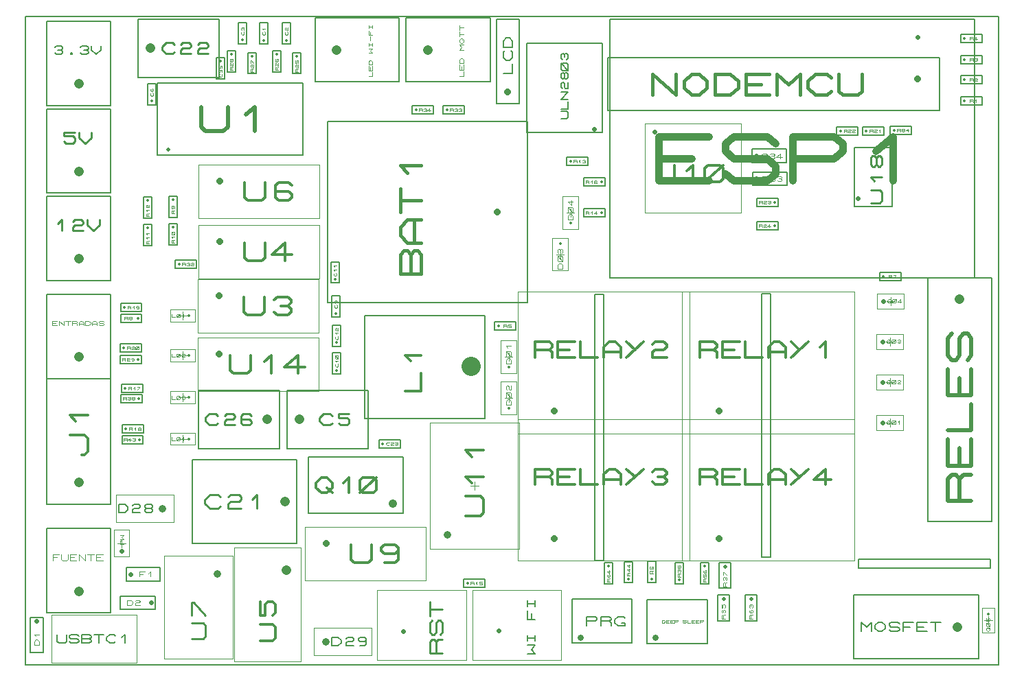
<source format=gbr>
<<<<<<< HEAD
G04 PROTEUS GERBER X2 FILE*
%TF.GenerationSoftware,Labcenter,Proteus,8.11-SP0-Build30052*%
%TF.CreationDate,2021-11-08T23:16:57+00:00*%
%TF.FileFunction,AssemblyDrawing,Top*%
%TF.FilePolarity,Positive*%
%TF.Part,Single*%
%TF.SameCoordinates,{af5e3d67-cc9f-4e8b-9fcc-2bf036155207}*%
%FSLAX45Y45*%
%MOMM*%
G01*
%TA.AperFunction,Profile*%
%ADD49C,0.203200*%
%TA.AperFunction,Material*%
%ADD52C,0.203200*%
%ADD129C,0.609600*%
%ADD130C,0.916050*%
%ADD131C,0.812800*%
%ADD132C,0.424740*%
%ADD133C,0.177800*%
%ADD134C,1.219200*%
%ADD135C,0.229610*%
%ADD136C,0.175260*%
%ADD137C,0.482600*%
%ADD53C,0.100000*%
%ADD138C,0.840000*%
%ADD139C,0.313710*%
%ADD140C,0.050000*%
%ADD141C,0.585000*%
%ADD142C,0.330960*%
%ADD143C,0.571500*%
%ADD144C,0.234520*%
%ADD145C,0.131660*%
%ADD146C,1.016000*%
%ADD147C,0.300310*%
%ADD148C,0.880000*%
%ADD149C,0.371600*%
%ADD150C,0.355600*%
%ADD151C,0.056890*%
%ADD152C,0.508000*%
%ADD153C,0.490380*%
%ADD154C,0.375920*%
%ADD51C,0.064460*%
%ADD155C,0.098000*%
%ADD156C,0.558800*%
%ADD157C,0.069740*%
%ADD158C,0.286400*%
%ADD159C,0.937260*%
%ADD160C,0.361540*%
%ADD161C,0.103120*%
%ADD162C,1.200000*%
%ADD163C,0.230960*%
%ADD164C,0.425610*%
%ADD165C,0.311200*%
%ADD166C,2.400000*%
%ADD167C,0.327770*%
%ADD168C,0.940000*%
%ADD169C,0.169390*%
%ADD170C,0.072810*%
%ADD171C,0.119380*%
%ADD172C,0.608000*%
%ADD173C,0.254520*%
%ADD174C,0.800000*%
%ADD175C,0.191620*%
%ADD176C,0.157740*%
%ADD177C,0.057760*%
%ADD178C,0.090670*%
%ADD179C,0.080970*%
%ADD180C,0.365760*%
%ADD181C,0.189230*%
%TD.AperFunction*%
D49*
X+10000Y+10000D02*
X+12010000Y+10000D01*
X+12010000Y+8010000D01*
X+10000Y+8010000D01*
X+10000Y+10000D01*
D52*
X+7221840Y+4789840D02*
X+11710160Y+4789840D01*
X+11710160Y+7980160D01*
X+7221840Y+7980160D01*
X+7221840Y+4789840D01*
D129*
X+11010000Y+7760000D02*
X+11010000Y+7760000D01*
D130*
X+8435441Y+5984864D02*
X+7817106Y+5984864D01*
X+7817106Y+6534496D01*
X+8435441Y+6534496D01*
X+7817106Y+6259680D02*
X+8229329Y+6259680D01*
X+8641553Y+6076469D02*
X+8744608Y+5984864D01*
X+9156832Y+5984864D01*
X+9259888Y+6076469D01*
X+9259888Y+6168075D01*
X+9156832Y+6259680D01*
X+8744608Y+6259680D01*
X+8641553Y+6351285D01*
X+8641553Y+6442891D01*
X+8744608Y+6534496D01*
X+9156832Y+6534496D01*
X+9259888Y+6442891D01*
X+9466000Y+5984864D02*
X+9466000Y+6534496D01*
X+9981279Y+6534496D01*
X+10084335Y+6442891D01*
X+10084335Y+6351285D01*
X+9981279Y+6259680D01*
X+9466000Y+6259680D01*
X+10496558Y+6351285D02*
X+10702670Y+6534496D01*
X+10702670Y+5984864D01*
D52*
X+7193840Y+6848840D02*
X+11278160Y+6848840D01*
X+11278160Y+7504160D01*
X+7193840Y+7504160D01*
X+7193840Y+6848840D01*
D131*
X+11014000Y+7240000D02*
X+11014000Y+7240000D01*
D132*
X+7745659Y+7049076D02*
X+7745659Y+7303923D01*
X+8032360Y+7049076D01*
X+8032360Y+7303923D01*
X+8127928Y+7218974D02*
X+8223495Y+7303923D01*
X+8319062Y+7303923D01*
X+8414629Y+7218974D01*
X+8414629Y+7134025D01*
X+8319062Y+7049076D01*
X+8223495Y+7049076D01*
X+8127928Y+7134025D01*
X+8127928Y+7218974D01*
X+8510197Y+7049076D02*
X+8510197Y+7303923D01*
X+8701331Y+7303923D01*
X+8796898Y+7218974D01*
X+8796898Y+7134025D01*
X+8701331Y+7049076D01*
X+8510197Y+7049076D01*
X+9179167Y+7049076D02*
X+8892466Y+7049076D01*
X+8892466Y+7303923D01*
X+9179167Y+7303923D01*
X+8892466Y+7176500D02*
X+9083600Y+7176500D01*
X+9274735Y+7049076D02*
X+9274735Y+7303923D01*
X+9418085Y+7176500D01*
X+9561436Y+7303923D01*
X+9561436Y+7049076D01*
X+9943705Y+7091551D02*
X+9895922Y+7049076D01*
X+9752571Y+7049076D01*
X+9657004Y+7134025D01*
X+9657004Y+7218974D01*
X+9752571Y+7303923D01*
X+9895922Y+7303923D01*
X+9943705Y+7261448D01*
X+10039273Y+7303923D02*
X+10039273Y+7091551D01*
X+10087056Y+7049076D01*
X+10278191Y+7049076D01*
X+10325974Y+7091551D01*
X+10325974Y+7303923D01*
D52*
X+5822840Y+6940840D02*
X+6097160Y+6940840D01*
X+6097160Y+7977160D01*
X+5822840Y+7977160D01*
X+5822840Y+6940840D01*
D131*
X+5960000Y+7078000D02*
X+5960000Y+7078000D01*
D133*
X+5906660Y+7307870D02*
X+6013340Y+7307870D01*
X+6013340Y+7427885D01*
X+5995560Y+7587905D02*
X+6013340Y+7567902D01*
X+6013340Y+7507895D01*
X+5977780Y+7467890D01*
X+5942220Y+7467890D01*
X+5906660Y+7507895D01*
X+5906660Y+7567902D01*
X+5924440Y+7587905D01*
X+6013340Y+7627910D02*
X+5906660Y+7627910D01*
X+5906660Y+7707920D01*
X+5942220Y+7747925D01*
X+5977780Y+7747925D01*
X+6013340Y+7707920D01*
X+6013340Y+7627910D01*
D52*
X+278840Y+4755080D02*
X+1061160Y+4755080D01*
X+1061160Y+5791400D01*
X+278840Y+5791400D01*
X+278840Y+4755080D01*
D134*
X+670000Y+5019240D02*
X+670000Y+5019240D01*
D135*
X+411682Y+5458761D02*
X+463346Y+5504684D01*
X+463346Y+5366915D01*
X+592504Y+5481723D02*
X+618336Y+5504684D01*
X+695831Y+5504684D01*
X+721663Y+5481723D01*
X+721663Y+5458761D01*
X+695831Y+5435800D01*
X+618336Y+5435800D01*
X+592504Y+5412838D01*
X+592504Y+5366915D01*
X+721663Y+5366915D01*
X+773327Y+5504684D02*
X+773327Y+5435800D01*
X+850822Y+5366915D01*
X+928317Y+5435800D01*
X+928317Y+5504684D01*
D52*
X+278840Y+5835080D02*
X+1061160Y+5835080D01*
X+1061160Y+6871400D01*
X+278840Y+6871400D01*
X+278840Y+5835080D01*
D134*
X+670000Y+6099240D02*
X+670000Y+6099240D01*
D135*
X+618336Y+6584684D02*
X+489177Y+6584684D01*
X+489177Y+6538761D01*
X+592504Y+6538761D01*
X+618336Y+6515800D01*
X+618336Y+6469876D01*
X+592504Y+6446915D01*
X+515009Y+6446915D01*
X+489177Y+6469876D01*
X+670000Y+6584684D02*
X+670000Y+6515800D01*
X+747495Y+6446915D01*
X+824990Y+6515800D01*
X+824990Y+6584684D01*
D52*
X+278840Y+6915080D02*
X+1061160Y+6915080D01*
X+1061160Y+7951400D01*
X+278840Y+7951400D01*
X+278840Y+6915080D01*
D134*
X+670000Y+7179240D02*
X+670000Y+7179240D01*
D136*
X+374248Y+7630852D02*
X+393965Y+7648378D01*
X+453115Y+7648378D01*
X+472832Y+7630852D01*
X+472832Y+7613326D01*
X+453115Y+7595800D01*
X+472832Y+7578274D01*
X+472832Y+7560748D01*
X+453115Y+7543222D01*
X+393965Y+7543222D01*
X+374248Y+7560748D01*
X+413682Y+7595800D02*
X+453115Y+7595800D01*
X+571416Y+7560748D02*
X+591133Y+7560748D01*
X+591133Y+7543222D01*
X+571416Y+7543222D01*
X+571416Y+7560748D01*
X+689716Y+7630852D02*
X+709433Y+7648378D01*
X+768583Y+7648378D01*
X+788300Y+7630852D01*
X+788300Y+7613326D01*
X+768583Y+7595800D01*
X+788300Y+7578274D01*
X+788300Y+7560748D01*
X+768583Y+7543222D01*
X+709433Y+7543222D01*
X+689716Y+7560748D01*
X+729150Y+7595800D02*
X+768583Y+7595800D01*
X+827734Y+7648378D02*
X+827734Y+7595800D01*
X+886884Y+7543222D01*
X+946034Y+7595800D01*
X+946034Y+7648378D01*
D52*
X+11138840Y+1779720D02*
X+11921160Y+1779720D01*
X+11921160Y+4784540D01*
X+11138840Y+4784540D01*
X+11138840Y+1779720D01*
D134*
X+11530000Y+4520380D02*
X+11530000Y+4520380D01*
D137*
X+11674780Y+2033720D02*
X+11385220Y+2033720D01*
X+11385220Y+2305182D01*
X+11433480Y+2359475D01*
X+11481740Y+2359475D01*
X+11530000Y+2305182D01*
X+11530000Y+2033720D01*
X+11530000Y+2305182D02*
X+11578260Y+2359475D01*
X+11674780Y+2359475D01*
X+11674780Y+2793815D02*
X+11674780Y+2468060D01*
X+11385220Y+2468060D01*
X+11385220Y+2793815D01*
X+11530000Y+2468060D02*
X+11530000Y+2685230D01*
X+11385220Y+2902400D02*
X+11674780Y+2902400D01*
X+11674780Y+3228155D01*
X+11674780Y+3662495D02*
X+11674780Y+3336740D01*
X+11385220Y+3336740D01*
X+11385220Y+3662495D01*
X+11530000Y+3336740D02*
X+11530000Y+3553910D01*
X+11626520Y+3771080D02*
X+11674780Y+3825372D01*
X+11674780Y+4042542D01*
X+11626520Y+4096835D01*
X+11578260Y+4096835D01*
X+11530000Y+4042542D01*
X+11530000Y+3825372D01*
X+11481740Y+3771080D01*
X+11433480Y+3771080D01*
X+11385220Y+3825372D01*
X+11385220Y+4042542D01*
X+11433480Y+4096835D01*
D53*
X+8110000Y+2865000D02*
X+10230000Y+2865000D01*
X+10230000Y+4615000D01*
X+8110000Y+4615000D01*
X+8110000Y+2865000D01*
D138*
X+8560000Y+3140000D02*
X+8560000Y+3140000D01*
D139*
X+8322983Y+3806887D02*
X+8322983Y+3995113D01*
X+8499444Y+3995113D01*
X+8534737Y+3963742D01*
X+8534737Y+3932371D01*
X+8499444Y+3901000D01*
X+8322983Y+3901000D01*
X+8499444Y+3901000D02*
X+8534737Y+3869629D01*
X+8534737Y+3806887D01*
X+8817076Y+3806887D02*
X+8605322Y+3806887D01*
X+8605322Y+3995113D01*
X+8817076Y+3995113D01*
X+8605322Y+3901000D02*
X+8746491Y+3901000D01*
X+8887661Y+3995113D02*
X+8887661Y+3806887D01*
X+9099415Y+3806887D01*
X+9170000Y+3806887D02*
X+9170000Y+3932371D01*
X+9240584Y+3995113D01*
X+9311169Y+3995113D01*
X+9381754Y+3932371D01*
X+9381754Y+3806887D01*
X+9170000Y+3869629D02*
X+9381754Y+3869629D01*
X+9664093Y+3995113D02*
X+9452339Y+3806887D01*
X+9452339Y+3995113D02*
X+9558216Y+3901000D01*
X+9805262Y+3932371D02*
X+9875847Y+3995113D01*
X+9875847Y+3806887D01*
D53*
X+6080000Y+2865000D02*
X+8200000Y+2865000D01*
X+8200000Y+4615000D01*
X+6080000Y+4615000D01*
X+6080000Y+2865000D01*
D138*
X+6530000Y+3140000D02*
X+6530000Y+3140000D01*
D139*
X+6292983Y+3806887D02*
X+6292983Y+3995113D01*
X+6469444Y+3995113D01*
X+6504737Y+3963742D01*
X+6504737Y+3932371D01*
X+6469444Y+3901000D01*
X+6292983Y+3901000D01*
X+6469444Y+3901000D02*
X+6504737Y+3869629D01*
X+6504737Y+3806887D01*
X+6787076Y+3806887D02*
X+6575322Y+3806887D01*
X+6575322Y+3995113D01*
X+6787076Y+3995113D01*
X+6575322Y+3901000D02*
X+6716491Y+3901000D01*
X+6857661Y+3995113D02*
X+6857661Y+3806887D01*
X+7069415Y+3806887D01*
X+7140000Y+3806887D02*
X+7140000Y+3932371D01*
X+7210584Y+3995113D01*
X+7281169Y+3995113D01*
X+7351754Y+3932371D01*
X+7351754Y+3806887D01*
X+7140000Y+3869629D02*
X+7351754Y+3869629D01*
X+7634093Y+3995113D02*
X+7422339Y+3806887D01*
X+7422339Y+3995113D02*
X+7528216Y+3901000D01*
X+7739970Y+3963742D02*
X+7775262Y+3995113D01*
X+7881139Y+3995113D01*
X+7916432Y+3963742D01*
X+7916432Y+3932371D01*
X+7881139Y+3901000D01*
X+7775262Y+3901000D01*
X+7739970Y+3869629D01*
X+7739970Y+3806887D01*
X+7916432Y+3806887D01*
D53*
X+6080000Y+1295000D02*
X+8200000Y+1295000D01*
X+8200000Y+3045000D01*
X+6080000Y+3045000D01*
X+6080000Y+1295000D01*
D138*
X+6530000Y+1570000D02*
X+6530000Y+1570000D01*
D139*
X+6292983Y+2236887D02*
X+6292983Y+2425113D01*
X+6469444Y+2425113D01*
X+6504737Y+2393742D01*
X+6504737Y+2362371D01*
X+6469444Y+2331000D01*
X+6292983Y+2331000D01*
X+6469444Y+2331000D02*
X+6504737Y+2299629D01*
X+6504737Y+2236887D01*
X+6787076Y+2236887D02*
X+6575322Y+2236887D01*
X+6575322Y+2425113D01*
X+6787076Y+2425113D01*
X+6575322Y+2331000D02*
X+6716491Y+2331000D01*
X+6857661Y+2425113D02*
X+6857661Y+2236887D01*
X+7069415Y+2236887D01*
X+7140000Y+2236887D02*
X+7140000Y+2362371D01*
X+7210584Y+2425113D01*
X+7281169Y+2425113D01*
X+7351754Y+2362371D01*
X+7351754Y+2236887D01*
X+7140000Y+2299629D02*
X+7351754Y+2299629D01*
X+7634093Y+2425113D02*
X+7422339Y+2236887D01*
X+7422339Y+2425113D02*
X+7528216Y+2331000D01*
X+7739970Y+2393742D02*
X+7775262Y+2425113D01*
X+7881139Y+2425113D01*
X+7916432Y+2393742D01*
X+7916432Y+2362371D01*
X+7881139Y+2331000D01*
X+7916432Y+2299629D01*
X+7916432Y+2268258D01*
X+7881139Y+2236887D01*
X+7775262Y+2236887D01*
X+7739970Y+2268258D01*
X+7810555Y+2331000D02*
X+7881139Y+2331000D01*
D140*
X+7649000Y+5592500D02*
X+8833000Y+5592500D01*
X+8833000Y+6692500D01*
X+7649000Y+6692500D01*
X+7649000Y+5592500D01*
D141*
X+7770000Y+6587000D02*
X+7770000Y+6587000D01*
D142*
X+7794192Y+6173166D02*
X+7794192Y+6007681D01*
X+7831426Y+5974584D01*
X+7980362Y+5974584D01*
X+8017596Y+6007681D01*
X+8017596Y+6173166D01*
X+8166532Y+6106972D02*
X+8241000Y+6173166D01*
X+8241000Y+5974584D01*
X+8389936Y+6007681D02*
X+8389936Y+6140069D01*
X+8427170Y+6173166D01*
X+8576106Y+6173166D01*
X+8613340Y+6140069D01*
X+8613340Y+6007681D01*
X+8576106Y+5974584D01*
X+8427170Y+5974584D01*
X+8389936Y+6007681D01*
X+8389936Y+5974584D02*
X+8613340Y+6173166D01*
D52*
X+10232820Y+5667700D02*
X+10700180Y+5667700D01*
X+10700180Y+6391600D01*
X+10232820Y+6391600D01*
X+10232820Y+5667700D01*
D143*
X+10276000Y+5769300D02*
X+10276000Y+5769300D01*
D144*
X+10432020Y+5713041D02*
X+10549283Y+5713041D01*
X+10572735Y+5739425D01*
X+10572735Y+5844961D01*
X+10549283Y+5871345D01*
X+10432020Y+5871345D01*
X+10478925Y+5976882D02*
X+10432020Y+6029650D01*
X+10572735Y+6029650D01*
X+10502377Y+6187955D02*
X+10478925Y+6161571D01*
X+10455472Y+6161571D01*
X+10432020Y+6187955D01*
X+10432020Y+6267107D01*
X+10455472Y+6293491D01*
X+10478925Y+6293491D01*
X+10502377Y+6267107D01*
X+10502377Y+6187955D01*
X+10525830Y+6161571D01*
X+10549283Y+6161571D01*
X+10572735Y+6187955D01*
X+10572735Y+6267107D01*
X+10549283Y+6293491D01*
X+10525830Y+6293491D01*
X+10502377Y+6267107D01*
D52*
X+6194500Y+6580820D02*
X+7121600Y+6580820D01*
X+7121600Y+7683180D01*
X+6194500Y+7683180D01*
X+6194500Y+6580820D01*
D143*
X+7020000Y+6624000D02*
X+7020000Y+6624000D01*
D145*
X+6618550Y+6753127D02*
X+6684383Y+6753127D01*
X+6697550Y+6767939D01*
X+6697550Y+6827189D01*
X+6684383Y+6842002D01*
X+6618550Y+6842002D01*
X+6618550Y+6871627D02*
X+6697550Y+6871627D01*
X+6697550Y+6960502D01*
X+6697550Y+6990127D02*
X+6618550Y+6990127D01*
X+6697550Y+7079002D01*
X+6618550Y+7079002D01*
X+6631717Y+7123439D02*
X+6618550Y+7138252D01*
X+6618550Y+7182689D01*
X+6631717Y+7197502D01*
X+6644883Y+7197502D01*
X+6658050Y+7182689D01*
X+6658050Y+7138252D01*
X+6671217Y+7123439D01*
X+6697550Y+7123439D01*
X+6697550Y+7197502D01*
X+6658050Y+7256752D02*
X+6644883Y+7241939D01*
X+6631717Y+7241939D01*
X+6618550Y+7256752D01*
X+6618550Y+7301189D01*
X+6631717Y+7316002D01*
X+6644883Y+7316002D01*
X+6658050Y+7301189D01*
X+6658050Y+7256752D01*
X+6671217Y+7241939D01*
X+6684383Y+7241939D01*
X+6697550Y+7256752D01*
X+6697550Y+7301189D01*
X+6684383Y+7316002D01*
X+6671217Y+7316002D01*
X+6658050Y+7301189D01*
X+6684383Y+7345627D02*
X+6631717Y+7345627D01*
X+6618550Y+7360439D01*
X+6618550Y+7419689D01*
X+6631717Y+7434502D01*
X+6684383Y+7434502D01*
X+6697550Y+7419689D01*
X+6697550Y+7360439D01*
X+6684383Y+7345627D01*
X+6697550Y+7345627D02*
X+6618550Y+7434502D01*
X+6631717Y+7478939D02*
X+6618550Y+7493752D01*
X+6618550Y+7538189D01*
X+6631717Y+7553002D01*
X+6644883Y+7553002D01*
X+6658050Y+7538189D01*
X+6671217Y+7553002D01*
X+6684383Y+7553002D01*
X+6697550Y+7538189D01*
X+6697550Y+7493752D01*
X+6684383Y+7478939D01*
X+6658050Y+7508564D02*
X+6658050Y+7538189D01*
D52*
X+3503000Y+1879350D02*
X+4670130Y+1879350D01*
X+4670130Y+2577850D01*
X+3503000Y+2577850D01*
X+3503000Y+1879350D01*
D146*
X+4543130Y+2000000D02*
X+4543130Y+2000000D01*
D147*
X+3592245Y+2258631D02*
X+3659815Y+2318693D01*
X+3727385Y+2318693D01*
X+3794955Y+2258631D01*
X+3794955Y+2198568D01*
X+3727385Y+2138506D01*
X+3659815Y+2138506D01*
X+3592245Y+2198568D01*
X+3592245Y+2258631D01*
X+3727385Y+2198568D02*
X+3794955Y+2138506D01*
X+3930095Y+2258631D02*
X+3997665Y+2318693D01*
X+3997665Y+2138506D01*
X+4132805Y+2168537D02*
X+4132805Y+2288662D01*
X+4166590Y+2318693D01*
X+4301730Y+2318693D01*
X+4335515Y+2288662D01*
X+4335515Y+2168537D01*
X+4301730Y+2138506D01*
X+4166590Y+2138506D01*
X+4132805Y+2168537D01*
X+4132805Y+2138506D02*
X+4335515Y+2318693D01*
D53*
X+3460000Y+1054000D02*
X+4950000Y+1054000D01*
X+4950000Y+1712000D01*
X+3460000Y+1712000D01*
X+3460000Y+1054000D01*
D148*
X+3720000Y+1510000D02*
X+3720000Y+1510000D01*
D149*
X+4025059Y+1494480D02*
X+4025059Y+1308679D01*
X+4066864Y+1271519D01*
X+4234084Y+1271519D01*
X+4275889Y+1308679D01*
X+4275889Y+1494480D01*
X+4610330Y+1420160D02*
X+4568525Y+1383000D01*
X+4443110Y+1383000D01*
X+4401305Y+1420160D01*
X+4401305Y+1457320D01*
X+4443110Y+1494480D01*
X+4568525Y+1494480D01*
X+4610330Y+1457320D01*
X+4610330Y+1308679D01*
X+4568525Y+1271519D01*
X+4443110Y+1271519D01*
D53*
X+2150000Y+5524000D02*
X+3640000Y+5524000D01*
X+3640000Y+6182000D01*
X+2150000Y+6182000D01*
X+2150000Y+5524000D01*
D148*
X+2410000Y+5980000D02*
X+2410000Y+5980000D01*
D149*
X+2715059Y+5964480D02*
X+2715059Y+5778679D01*
X+2756864Y+5741519D01*
X+2924084Y+5741519D01*
X+2965889Y+5778679D01*
X+2965889Y+5964480D01*
X+3300330Y+5927320D02*
X+3258525Y+5964480D01*
X+3133110Y+5964480D01*
X+3091305Y+5927320D01*
X+3091305Y+5778679D01*
X+3133110Y+5741519D01*
X+3258525Y+5741519D01*
X+3300330Y+5778679D01*
X+3300330Y+5815839D01*
X+3258525Y+5853000D01*
X+3091305Y+5853000D01*
D52*
X+1185550Y+4368820D02*
X+1447170Y+4368820D01*
X+1447170Y+4470420D01*
X+1185550Y+4470420D01*
X+1185550Y+4368820D01*
D150*
X+1230000Y+4419620D02*
X+1230000Y+4419620D01*
D151*
X+1270666Y+4402551D02*
X+1270666Y+4436688D01*
X+1302669Y+4436688D01*
X+1309070Y+4430999D01*
X+1309070Y+4425309D01*
X+1302669Y+4419620D01*
X+1270666Y+4419620D01*
X+1302669Y+4419620D02*
X+1309070Y+4413930D01*
X+1309070Y+4402551D01*
X+1334673Y+4425309D02*
X+1347475Y+4436688D01*
X+1347475Y+4402551D01*
X+1411482Y+4425309D02*
X+1405081Y+4419620D01*
X+1385879Y+4419620D01*
X+1379478Y+4425309D01*
X+1379478Y+4430999D01*
X+1385879Y+4436688D01*
X+1405081Y+4436688D01*
X+1411482Y+4430999D01*
X+1411482Y+4408240D01*
X+1405081Y+4402551D01*
X+1385879Y+4402551D01*
D52*
X+1182830Y+3868820D02*
X+1444450Y+3868820D01*
X+1444450Y+3970420D01*
X+1182830Y+3970420D01*
X+1182830Y+3868820D01*
D150*
X+1227280Y+3919620D02*
X+1227280Y+3919620D01*
D151*
X+1267946Y+3902551D02*
X+1267946Y+3936688D01*
X+1299949Y+3936688D01*
X+1306350Y+3930999D01*
X+1306350Y+3925309D01*
X+1299949Y+3919620D01*
X+1267946Y+3919620D01*
X+1299949Y+3919620D02*
X+1306350Y+3913930D01*
X+1306350Y+3902551D01*
X+1325552Y+3930999D02*
X+1331953Y+3936688D01*
X+1351155Y+3936688D01*
X+1357556Y+3930999D01*
X+1357556Y+3925309D01*
X+1351155Y+3919620D01*
X+1331953Y+3919620D01*
X+1325552Y+3913930D01*
X+1325552Y+3902551D01*
X+1357556Y+3902551D01*
X+1370358Y+3908240D02*
X+1370358Y+3930999D01*
X+1376758Y+3936688D01*
X+1402361Y+3936688D01*
X+1408762Y+3930999D01*
X+1408762Y+3908240D01*
X+1402361Y+3902551D01*
X+1376758Y+3902551D01*
X+1370358Y+3908240D01*
X+1370358Y+3902551D02*
X+1408762Y+3936688D01*
D52*
X+1195550Y+3368820D02*
X+1457170Y+3368820D01*
X+1457170Y+3470420D01*
X+1195550Y+3470420D01*
X+1195550Y+3368820D01*
D150*
X+1240000Y+3419620D02*
X+1240000Y+3419620D01*
D151*
X+1280666Y+3402551D02*
X+1280666Y+3436688D01*
X+1312669Y+3436688D01*
X+1319070Y+3430999D01*
X+1319070Y+3425309D01*
X+1312669Y+3419620D01*
X+1280666Y+3419620D01*
X+1312669Y+3419620D02*
X+1319070Y+3413930D01*
X+1319070Y+3402551D01*
X+1344673Y+3425309D02*
X+1357475Y+3436688D01*
X+1357475Y+3402551D01*
X+1389478Y+3436688D02*
X+1421482Y+3436688D01*
X+1421482Y+3430999D01*
X+1389478Y+3402551D01*
D52*
X+1205550Y+2868820D02*
X+1467170Y+2868820D01*
X+1467170Y+2970420D01*
X+1205550Y+2970420D01*
X+1205550Y+2868820D01*
D150*
X+1250000Y+2919620D02*
X+1250000Y+2919620D01*
D151*
X+1290666Y+2902551D02*
X+1290666Y+2936688D01*
X+1322669Y+2936688D01*
X+1329070Y+2930999D01*
X+1329070Y+2925309D01*
X+1322669Y+2919620D01*
X+1290666Y+2919620D01*
X+1322669Y+2919620D02*
X+1329070Y+2913930D01*
X+1329070Y+2902551D01*
X+1354673Y+2925309D02*
X+1367475Y+2936688D01*
X+1367475Y+2902551D01*
X+1405879Y+2919620D02*
X+1399478Y+2925309D01*
X+1399478Y+2930999D01*
X+1405879Y+2936688D01*
X+1425081Y+2936688D01*
X+1431482Y+2930999D01*
X+1431482Y+2925309D01*
X+1425081Y+2919620D01*
X+1405879Y+2919620D01*
X+1399478Y+2913930D01*
X+1399478Y+2908240D01*
X+1405879Y+2902551D01*
X+1425081Y+2902551D01*
X+1431482Y+2908240D01*
X+1431482Y+2913930D01*
X+1425081Y+2919620D01*
D52*
X+1185550Y+4238820D02*
X+1447170Y+4238820D01*
X+1447170Y+4340420D01*
X+1185550Y+4340420D01*
X+1185550Y+4238820D01*
D150*
X+1402720Y+4289620D02*
X+1402720Y+4289620D01*
D151*
X+1234039Y+4272551D02*
X+1234039Y+4306688D01*
X+1266042Y+4306688D01*
X+1272443Y+4300999D01*
X+1272443Y+4295309D01*
X+1266042Y+4289620D01*
X+1234039Y+4289620D01*
X+1266042Y+4289620D02*
X+1272443Y+4283930D01*
X+1272443Y+4272551D01*
X+1298046Y+4289620D02*
X+1291645Y+4295309D01*
X+1291645Y+4300999D01*
X+1298046Y+4306688D01*
X+1317248Y+4306688D01*
X+1323649Y+4300999D01*
X+1323649Y+4295309D01*
X+1317248Y+4289620D01*
X+1298046Y+4289620D01*
X+1291645Y+4283930D01*
X+1291645Y+4278240D01*
X+1298046Y+4272551D01*
X+1317248Y+4272551D01*
X+1323649Y+4278240D01*
X+1323649Y+4283930D01*
X+1317248Y+4289620D01*
D52*
X+1182830Y+3728820D02*
X+1444450Y+3728820D01*
X+1444450Y+3830420D01*
X+1182830Y+3830420D01*
X+1182830Y+3728820D01*
D150*
X+1400000Y+3779620D02*
X+1400000Y+3779620D01*
D151*
X+1205716Y+3762551D02*
X+1205716Y+3796688D01*
X+1237719Y+3796688D01*
X+1244120Y+3790999D01*
X+1244120Y+3785309D01*
X+1237719Y+3779620D01*
X+1205716Y+3779620D01*
X+1237719Y+3779620D02*
X+1244120Y+3773930D01*
X+1244120Y+3762551D01*
X+1263322Y+3790999D02*
X+1269723Y+3796688D01*
X+1288925Y+3796688D01*
X+1295326Y+3790999D01*
X+1295326Y+3785309D01*
X+1288925Y+3779620D01*
X+1269723Y+3779620D01*
X+1263322Y+3773930D01*
X+1263322Y+3762551D01*
X+1295326Y+3762551D01*
X+1346532Y+3785309D02*
X+1340131Y+3779620D01*
X+1320929Y+3779620D01*
X+1314528Y+3785309D01*
X+1314528Y+3790999D01*
X+1320929Y+3796688D01*
X+1340131Y+3796688D01*
X+1346532Y+3790999D01*
X+1346532Y+3768240D01*
X+1340131Y+3762551D01*
X+1320929Y+3762551D01*
D52*
X+1192830Y+3248820D02*
X+1454450Y+3248820D01*
X+1454450Y+3350420D01*
X+1192830Y+3350420D01*
X+1192830Y+3248820D01*
D150*
X+1410000Y+3299620D02*
X+1410000Y+3299620D01*
D151*
X+1215716Y+3282551D02*
X+1215716Y+3316688D01*
X+1247719Y+3316688D01*
X+1254120Y+3310999D01*
X+1254120Y+3305309D01*
X+1247719Y+3299620D01*
X+1215716Y+3299620D01*
X+1247719Y+3299620D02*
X+1254120Y+3293930D01*
X+1254120Y+3282551D01*
X+1273322Y+3310999D02*
X+1279723Y+3316688D01*
X+1298925Y+3316688D01*
X+1305326Y+3310999D01*
X+1305326Y+3305309D01*
X+1298925Y+3299620D01*
X+1305326Y+3293930D01*
X+1305326Y+3288240D01*
X+1298925Y+3282551D01*
X+1279723Y+3282551D01*
X+1273322Y+3288240D01*
X+1286124Y+3299620D02*
X+1298925Y+3299620D01*
X+1330929Y+3299620D02*
X+1324528Y+3305309D01*
X+1324528Y+3310999D01*
X+1330929Y+3316688D01*
X+1350131Y+3316688D01*
X+1356532Y+3310999D01*
X+1356532Y+3305309D01*
X+1350131Y+3299620D01*
X+1330929Y+3299620D01*
X+1324528Y+3293930D01*
X+1324528Y+3288240D01*
X+1330929Y+3282551D01*
X+1350131Y+3282551D01*
X+1356532Y+3288240D01*
X+1356532Y+3293930D01*
X+1350131Y+3299620D01*
D52*
X+1202830Y+2738820D02*
X+1464450Y+2738820D01*
X+1464450Y+2840420D01*
X+1202830Y+2840420D01*
X+1202830Y+2738820D01*
D150*
X+1420000Y+2789620D02*
X+1420000Y+2789620D01*
D151*
X+1225716Y+2772551D02*
X+1225716Y+2806688D01*
X+1257719Y+2806688D01*
X+1264120Y+2800999D01*
X+1264120Y+2795309D01*
X+1257719Y+2789620D01*
X+1225716Y+2789620D01*
X+1257719Y+2789620D02*
X+1264120Y+2783930D01*
X+1264120Y+2772551D01*
X+1315326Y+2783930D02*
X+1276922Y+2783930D01*
X+1302525Y+2806688D01*
X+1302525Y+2772551D01*
X+1334528Y+2800999D02*
X+1340929Y+2806688D01*
X+1360131Y+2806688D01*
X+1366532Y+2800999D01*
X+1366532Y+2795309D01*
X+1360131Y+2789620D01*
X+1366532Y+2783930D01*
X+1366532Y+2778240D01*
X+1360131Y+2772551D01*
X+1340929Y+2772551D01*
X+1334528Y+2778240D01*
X+1347330Y+2789620D02*
X+1360131Y+2789620D01*
D53*
X+2150000Y+4781000D02*
X+3640000Y+4781000D01*
X+3640000Y+5439000D01*
X+2150000Y+5439000D01*
X+2150000Y+4781000D01*
D148*
X+2410000Y+5237000D02*
X+2410000Y+5237000D01*
D149*
X+2715059Y+5221480D02*
X+2715059Y+5035679D01*
X+2756864Y+4998519D01*
X+2924084Y+4998519D01*
X+2965889Y+5035679D01*
X+2965889Y+5221480D01*
X+3300330Y+5072839D02*
X+3049500Y+5072839D01*
X+3216720Y+5221480D01*
X+3216720Y+4998519D01*
D53*
X+2140000Y+4111000D02*
X+3630000Y+4111000D01*
X+3630000Y+4769000D01*
X+2140000Y+4769000D01*
X+2140000Y+4111000D01*
D148*
X+2400000Y+4567000D02*
X+2400000Y+4567000D01*
D149*
X+2705059Y+4551480D02*
X+2705059Y+4365679D01*
X+2746864Y+4328519D01*
X+2914084Y+4328519D01*
X+2955889Y+4365679D01*
X+2955889Y+4551480D01*
X+3081305Y+4514320D02*
X+3123110Y+4551480D01*
X+3248525Y+4551480D01*
X+3290330Y+4514320D01*
X+3290330Y+4477160D01*
X+3248525Y+4440000D01*
X+3290330Y+4402839D01*
X+3290330Y+4365679D01*
X+3248525Y+4328519D01*
X+3123110Y+4328519D01*
X+3081305Y+4365679D01*
X+3164915Y+4440000D02*
X+3248525Y+4440000D01*
D53*
X+2140000Y+3391000D02*
X+3630000Y+3391000D01*
X+3630000Y+4049000D01*
X+2140000Y+4049000D01*
X+2140000Y+3391000D01*
D148*
X+2400000Y+3847000D02*
X+2400000Y+3847000D01*
D149*
X+2537839Y+3831480D02*
X+2537839Y+3645679D01*
X+2579644Y+3608519D01*
X+2746864Y+3608519D01*
X+2788669Y+3645679D01*
X+2788669Y+3831480D01*
X+2955890Y+3757160D02*
X+3039500Y+3831480D01*
X+3039500Y+3608519D01*
X+3457551Y+3682839D02*
X+3206721Y+3682839D01*
X+3373941Y+3831480D01*
X+3373941Y+3608519D01*
D52*
X+3789200Y+4302830D02*
X+3890800Y+4302830D01*
X+3890800Y+4564450D01*
X+3789200Y+4564450D01*
X+3789200Y+4302830D01*
D150*
X+3840000Y+4347280D02*
X+3840000Y+4347280D01*
D151*
X+3851380Y+4451953D02*
X+3857069Y+4445552D01*
X+3857069Y+4426350D01*
X+3845690Y+4413549D01*
X+3834311Y+4413549D01*
X+3822932Y+4426350D01*
X+3822932Y+4445552D01*
X+3828621Y+4451953D01*
X+3834311Y+4503159D02*
X+3840000Y+4496758D01*
X+3840000Y+4477556D01*
X+3834311Y+4471155D01*
X+3828621Y+4471155D01*
X+3822932Y+4477556D01*
X+3822932Y+4496758D01*
X+3828621Y+4503159D01*
X+3851380Y+4503159D01*
X+3857069Y+4496758D01*
X+3857069Y+4477556D01*
D52*
X+3799200Y+3602830D02*
X+3900800Y+3602830D01*
X+3900800Y+3864450D01*
X+3799200Y+3864450D01*
X+3799200Y+3602830D01*
D150*
X+3850000Y+3647280D02*
X+3850000Y+3647280D01*
D151*
X+3861380Y+3726350D02*
X+3867069Y+3719949D01*
X+3867069Y+3700747D01*
X+3855690Y+3687946D01*
X+3844311Y+3687946D01*
X+3832932Y+3700747D01*
X+3832932Y+3719949D01*
X+3838621Y+3726350D01*
X+3844311Y+3751953D02*
X+3832932Y+3764755D01*
X+3867069Y+3764755D01*
X+3861380Y+3790358D02*
X+3838621Y+3790358D01*
X+3832932Y+3796758D01*
X+3832932Y+3822361D01*
X+3838621Y+3828762D01*
X+3861380Y+3828762D01*
X+3867069Y+3822361D01*
X+3867069Y+3796758D01*
X+3861380Y+3790358D01*
X+3867069Y+3790358D02*
X+3832932Y+3828762D01*
D52*
X+3779200Y+4722830D02*
X+3880800Y+4722830D01*
X+3880800Y+4984450D01*
X+3779200Y+4984450D01*
X+3779200Y+4722830D01*
D150*
X+3830000Y+4767280D02*
X+3830000Y+4767280D01*
D151*
X+3841380Y+4846350D02*
X+3847069Y+4839949D01*
X+3847069Y+4820747D01*
X+3835690Y+4807946D01*
X+3824311Y+4807946D01*
X+3812932Y+4820747D01*
X+3812932Y+4839949D01*
X+3818621Y+4846350D01*
X+3824311Y+4871953D02*
X+3812932Y+4884755D01*
X+3847069Y+4884755D01*
X+3824311Y+4923159D02*
X+3812932Y+4935961D01*
X+3847069Y+4935961D01*
D52*
X+3799200Y+3942830D02*
X+3900800Y+3942830D01*
X+3900800Y+4204450D01*
X+3799200Y+4204450D01*
X+3799200Y+3942830D01*
D150*
X+3850000Y+3987280D02*
X+3850000Y+3987280D01*
D151*
X+3861380Y+4066350D02*
X+3867069Y+4059949D01*
X+3867069Y+4040747D01*
X+3855690Y+4027946D01*
X+3844311Y+4027946D01*
X+3832932Y+4040747D01*
X+3832932Y+4059949D01*
X+3838621Y+4066350D01*
X+3844311Y+4091953D02*
X+3832932Y+4104755D01*
X+3867069Y+4104755D01*
X+3838621Y+4136758D02*
X+3832932Y+4143159D01*
X+3832932Y+4162361D01*
X+3838621Y+4168762D01*
X+3844311Y+4168762D01*
X+3850000Y+4162361D01*
X+3850000Y+4143159D01*
X+3855690Y+4136758D01*
X+3867069Y+4136758D01*
X+3867069Y+4168762D01*
D52*
X+1638840Y+6304500D02*
X+3437160Y+6304500D01*
X+3437160Y+7193500D01*
X+1638840Y+7193500D01*
X+1638840Y+6304500D01*
D152*
X+1776000Y+6368000D02*
X+1776000Y+6368000D01*
D153*
X+2177930Y+6896117D02*
X+2177930Y+6650922D01*
X+2233098Y+6601883D01*
X+2453773Y+6601883D01*
X+2508942Y+6650922D01*
X+2508942Y+6896117D01*
X+2729617Y+6798039D02*
X+2839955Y+6896117D01*
X+2839955Y+6601883D01*
D140*
X+2100000Y+4395000D02*
X+1800000Y+4395000D01*
X+1800000Y+4245000D01*
X+2100000Y+4245000D01*
X+2100000Y+4395000D01*
X+1950000Y+4270000D02*
X+1950000Y+4370000D01*
X+1900000Y+4320000D02*
X+2000000Y+4320000D01*
D154*
X+2030000Y+4320000D02*
X+2030000Y+4320000D01*
D51*
X+1817331Y+4339338D02*
X+1817331Y+4300662D01*
X+1860841Y+4300662D01*
X+1875345Y+4307108D02*
X+1875345Y+4332892D01*
X+1882596Y+4339338D01*
X+1911603Y+4339338D01*
X+1918855Y+4332892D01*
X+1918855Y+4307108D01*
X+1911603Y+4300662D01*
X+1882596Y+4300662D01*
X+1875345Y+4307108D01*
X+1875345Y+4300662D02*
X+1918855Y+4339338D01*
X+1947862Y+4326446D02*
X+1962366Y+4339338D01*
X+1962366Y+4300662D01*
D140*
X+2100000Y+3905000D02*
X+1800000Y+3905000D01*
X+1800000Y+3755000D01*
X+2100000Y+3755000D01*
X+2100000Y+3905000D01*
X+1950000Y+3780000D02*
X+1950000Y+3880000D01*
X+1900000Y+3830000D02*
X+2000000Y+3830000D01*
D154*
X+2030000Y+3830000D02*
X+2030000Y+3830000D01*
D51*
X+1817331Y+3849338D02*
X+1817331Y+3810662D01*
X+1860841Y+3810662D01*
X+1875345Y+3817108D02*
X+1875345Y+3842892D01*
X+1882596Y+3849338D01*
X+1911603Y+3849338D01*
X+1918855Y+3842892D01*
X+1918855Y+3817108D01*
X+1911603Y+3810662D01*
X+1882596Y+3810662D01*
X+1875345Y+3817108D01*
X+1875345Y+3810662D02*
X+1918855Y+3849338D01*
X+1940610Y+3842892D02*
X+1947862Y+3849338D01*
X+1969617Y+3849338D01*
X+1976869Y+3842892D01*
X+1976869Y+3836446D01*
X+1969617Y+3830000D01*
X+1947862Y+3830000D01*
X+1940610Y+3823554D01*
X+1940610Y+3810662D01*
X+1976869Y+3810662D01*
D140*
X+2100000Y+3385000D02*
X+1800000Y+3385000D01*
X+1800000Y+3235000D01*
X+2100000Y+3235000D01*
X+2100000Y+3385000D01*
X+1950000Y+3260000D02*
X+1950000Y+3360000D01*
X+1900000Y+3310000D02*
X+2000000Y+3310000D01*
D154*
X+2030000Y+3310000D02*
X+2030000Y+3310000D01*
D51*
X+1817331Y+3329338D02*
X+1817331Y+3290662D01*
X+1860841Y+3290662D01*
X+1875345Y+3297108D02*
X+1875345Y+3322892D01*
X+1882596Y+3329338D01*
X+1911603Y+3329338D01*
X+1918855Y+3322892D01*
X+1918855Y+3297108D01*
X+1911603Y+3290662D01*
X+1882596Y+3290662D01*
X+1875345Y+3297108D01*
X+1875345Y+3290662D02*
X+1918855Y+3329338D01*
X+1940610Y+3322892D02*
X+1947862Y+3329338D01*
X+1969617Y+3329338D01*
X+1976869Y+3322892D01*
X+1976869Y+3316446D01*
X+1969617Y+3310000D01*
X+1976869Y+3303554D01*
X+1976869Y+3297108D01*
X+1969617Y+3290662D01*
X+1947862Y+3290662D01*
X+1940610Y+3297108D01*
X+1955114Y+3310000D02*
X+1969617Y+3310000D01*
D140*
X+2100000Y+2875000D02*
X+1800000Y+2875000D01*
X+1800000Y+2725000D01*
X+2100000Y+2725000D01*
X+2100000Y+2875000D01*
X+1950000Y+2750000D02*
X+1950000Y+2850000D01*
X+1900000Y+2800000D02*
X+2000000Y+2800000D01*
D154*
X+2030000Y+2800000D02*
X+2030000Y+2800000D01*
D51*
X+1817331Y+2819338D02*
X+1817331Y+2780662D01*
X+1860841Y+2780662D01*
X+1875345Y+2787108D02*
X+1875345Y+2812892D01*
X+1882596Y+2819338D01*
X+1911603Y+2819338D01*
X+1918855Y+2812892D01*
X+1918855Y+2787108D01*
X+1911603Y+2780662D01*
X+1882596Y+2780662D01*
X+1875345Y+2787108D01*
X+1875345Y+2780662D02*
X+1918855Y+2819338D01*
X+1976869Y+2793554D02*
X+1933359Y+2793554D01*
X+1962366Y+2819338D01*
X+1962366Y+2780662D01*
D52*
X+3309200Y+7305550D02*
X+3410800Y+7305550D01*
X+3410800Y+7567170D01*
X+3309200Y+7567170D01*
X+3309200Y+7305550D01*
D150*
X+3360000Y+7522720D02*
X+3360000Y+7522720D01*
D151*
X+3377069Y+7328436D02*
X+3342932Y+7328436D01*
X+3342932Y+7360439D01*
X+3348621Y+7366840D01*
X+3354311Y+7366840D01*
X+3360000Y+7360439D01*
X+3360000Y+7328436D01*
X+3360000Y+7360439D02*
X+3365690Y+7366840D01*
X+3377069Y+7366840D01*
X+3348621Y+7386042D02*
X+3342932Y+7392443D01*
X+3342932Y+7411645D01*
X+3348621Y+7418046D01*
X+3354311Y+7418046D01*
X+3360000Y+7411645D01*
X+3360000Y+7392443D01*
X+3365690Y+7386042D01*
X+3377069Y+7386042D01*
X+3377069Y+7418046D01*
X+3342932Y+7469252D02*
X+3342932Y+7437248D01*
X+3354311Y+7437248D01*
X+3354311Y+7462851D01*
X+3360000Y+7469252D01*
X+3371380Y+7469252D01*
X+3377069Y+7462851D01*
X+3377069Y+7443649D01*
X+3371380Y+7437248D01*
D52*
X+3059200Y+7325550D02*
X+3160800Y+7325550D01*
X+3160800Y+7587170D01*
X+3059200Y+7587170D01*
X+3059200Y+7325550D01*
D150*
X+3110000Y+7542720D02*
X+3110000Y+7542720D01*
D151*
X+3127069Y+7348436D02*
X+3092932Y+7348436D01*
X+3092932Y+7380439D01*
X+3098621Y+7386840D01*
X+3104311Y+7386840D01*
X+3110000Y+7380439D01*
X+3110000Y+7348436D01*
X+3110000Y+7380439D02*
X+3115690Y+7386840D01*
X+3127069Y+7386840D01*
X+3098621Y+7406042D02*
X+3092932Y+7412443D01*
X+3092932Y+7431645D01*
X+3098621Y+7438046D01*
X+3104311Y+7438046D01*
X+3110000Y+7431645D01*
X+3110000Y+7412443D01*
X+3115690Y+7406042D01*
X+3127069Y+7406042D01*
X+3127069Y+7438046D01*
X+3098621Y+7489252D02*
X+3092932Y+7482851D01*
X+3092932Y+7463649D01*
X+3098621Y+7457248D01*
X+3121380Y+7457248D01*
X+3127069Y+7463649D01*
X+3127069Y+7482851D01*
X+3121380Y+7489252D01*
X+3115690Y+7489252D01*
X+3110000Y+7482851D01*
X+3110000Y+7457248D01*
D52*
X+2759200Y+7305550D02*
X+2860800Y+7305550D01*
X+2860800Y+7567170D01*
X+2759200Y+7567170D01*
X+2759200Y+7305550D01*
D150*
X+2810000Y+7522720D02*
X+2810000Y+7522720D01*
D151*
X+2827069Y+7328436D02*
X+2792932Y+7328436D01*
X+2792932Y+7360439D01*
X+2798621Y+7366840D01*
X+2804311Y+7366840D01*
X+2810000Y+7360439D01*
X+2810000Y+7328436D01*
X+2810000Y+7360439D02*
X+2815690Y+7366840D01*
X+2827069Y+7366840D01*
X+2798621Y+7386042D02*
X+2792932Y+7392443D01*
X+2792932Y+7411645D01*
X+2798621Y+7418046D01*
X+2804311Y+7418046D01*
X+2810000Y+7411645D01*
X+2810000Y+7392443D01*
X+2815690Y+7386042D01*
X+2827069Y+7386042D01*
X+2827069Y+7418046D01*
X+2792932Y+7437248D02*
X+2792932Y+7469252D01*
X+2798621Y+7469252D01*
X+2827069Y+7437248D01*
D52*
X+2499200Y+7325550D02*
X+2600800Y+7325550D01*
X+2600800Y+7587170D01*
X+2499200Y+7587170D01*
X+2499200Y+7325550D01*
D150*
X+2550000Y+7542720D02*
X+2550000Y+7542720D01*
D151*
X+2567069Y+7348436D02*
X+2532932Y+7348436D01*
X+2532932Y+7380439D01*
X+2538621Y+7386840D01*
X+2544311Y+7386840D01*
X+2550000Y+7380439D01*
X+2550000Y+7348436D01*
X+2550000Y+7380439D02*
X+2555690Y+7386840D01*
X+2567069Y+7386840D01*
X+2538621Y+7406042D02*
X+2532932Y+7412443D01*
X+2532932Y+7431645D01*
X+2538621Y+7438046D01*
X+2544311Y+7438046D01*
X+2550000Y+7431645D01*
X+2550000Y+7412443D01*
X+2555690Y+7406042D01*
X+2567069Y+7406042D01*
X+2567069Y+7438046D01*
X+2550000Y+7463649D02*
X+2544311Y+7457248D01*
X+2538621Y+7457248D01*
X+2532932Y+7463649D01*
X+2532932Y+7482851D01*
X+2538621Y+7489252D01*
X+2544311Y+7489252D01*
X+2550000Y+7482851D01*
X+2550000Y+7463649D01*
X+2555690Y+7457248D01*
X+2561380Y+7457248D01*
X+2567069Y+7463649D01*
X+2567069Y+7482851D01*
X+2561380Y+7489252D01*
X+2555690Y+7489252D01*
X+2550000Y+7482851D01*
D52*
X+1779200Y+5532830D02*
X+1880800Y+5532830D01*
X+1880800Y+5794450D01*
X+1779200Y+5794450D01*
X+1779200Y+5532830D01*
D150*
X+1830000Y+5750000D02*
X+1830000Y+5750000D01*
D151*
X+1847069Y+5581319D02*
X+1812932Y+5581319D01*
X+1812932Y+5613322D01*
X+1818621Y+5619723D01*
X+1824311Y+5619723D01*
X+1830000Y+5613322D01*
X+1830000Y+5581319D01*
X+1830000Y+5613322D02*
X+1835690Y+5619723D01*
X+1847069Y+5619723D01*
X+1824311Y+5670929D02*
X+1830000Y+5664528D01*
X+1830000Y+5645326D01*
X+1824311Y+5638925D01*
X+1818621Y+5638925D01*
X+1812932Y+5645326D01*
X+1812932Y+5664528D01*
X+1818621Y+5670929D01*
X+1841380Y+5670929D01*
X+1847069Y+5664528D01*
X+1847069Y+5645326D01*
D52*
X+1779200Y+5192830D02*
X+1880800Y+5192830D01*
X+1880800Y+5454450D01*
X+1779200Y+5454450D01*
X+1779200Y+5192830D01*
D150*
X+1830000Y+5410000D02*
X+1830000Y+5410000D01*
D151*
X+1847069Y+5215716D02*
X+1812932Y+5215716D01*
X+1812932Y+5247719D01*
X+1818621Y+5254120D01*
X+1824311Y+5254120D01*
X+1830000Y+5247719D01*
X+1830000Y+5215716D01*
X+1830000Y+5247719D02*
X+1835690Y+5254120D01*
X+1847069Y+5254120D01*
X+1824311Y+5279723D02*
X+1812932Y+5292525D01*
X+1847069Y+5292525D01*
X+1841380Y+5318128D02*
X+1818621Y+5318128D01*
X+1812932Y+5324528D01*
X+1812932Y+5350131D01*
X+1818621Y+5356532D01*
X+1841380Y+5356532D01*
X+1847069Y+5350131D01*
X+1847069Y+5324528D01*
X+1841380Y+5318128D01*
X+1847069Y+5318128D02*
X+1812932Y+5356532D01*
D52*
X+1469200Y+5182830D02*
X+1570800Y+5182830D01*
X+1570800Y+5444450D01*
X+1469200Y+5444450D01*
X+1469200Y+5182830D01*
D150*
X+1520000Y+5400000D02*
X+1520000Y+5400000D01*
D151*
X+1537069Y+5205716D02*
X+1502932Y+5205716D01*
X+1502932Y+5237719D01*
X+1508621Y+5244120D01*
X+1514311Y+5244120D01*
X+1520000Y+5237719D01*
X+1520000Y+5205716D01*
X+1520000Y+5237719D02*
X+1525690Y+5244120D01*
X+1537069Y+5244120D01*
X+1514311Y+5269723D02*
X+1502932Y+5282525D01*
X+1537069Y+5282525D01*
X+1514311Y+5320929D02*
X+1502932Y+5333731D01*
X+1537069Y+5333731D01*
D52*
X+1469200Y+5522830D02*
X+1570800Y+5522830D01*
X+1570800Y+5784450D01*
X+1469200Y+5784450D01*
X+1469200Y+5522830D01*
D150*
X+1520000Y+5740000D02*
X+1520000Y+5740000D01*
D151*
X+1537069Y+5545716D02*
X+1502932Y+5545716D01*
X+1502932Y+5577719D01*
X+1508621Y+5584120D01*
X+1514311Y+5584120D01*
X+1520000Y+5577719D01*
X+1520000Y+5545716D01*
X+1520000Y+5577719D02*
X+1525690Y+5584120D01*
X+1537069Y+5584120D01*
X+1514311Y+5609723D02*
X+1502932Y+5622525D01*
X+1537069Y+5622525D01*
X+1508621Y+5654528D02*
X+1502932Y+5660929D01*
X+1502932Y+5680131D01*
X+1508621Y+5686532D01*
X+1514311Y+5686532D01*
X+1520000Y+5680131D01*
X+1520000Y+5660929D01*
X+1525690Y+5654528D01*
X+1537069Y+5654528D01*
X+1537069Y+5686532D01*
D52*
X+11545550Y+6919200D02*
X+11807170Y+6919200D01*
X+11807170Y+7020800D01*
X+11545550Y+7020800D01*
X+11545550Y+6919200D01*
D150*
X+11590000Y+6970000D02*
X+11590000Y+6970000D01*
D151*
X+11656269Y+6952931D02*
X+11656269Y+6987068D01*
X+11688272Y+6987068D01*
X+11694673Y+6981379D01*
X+11694673Y+6975689D01*
X+11688272Y+6970000D01*
X+11656269Y+6970000D01*
X+11688272Y+6970000D02*
X+11694673Y+6964310D01*
X+11694673Y+6952931D01*
X+11720276Y+6975689D02*
X+11733078Y+6987068D01*
X+11733078Y+6952931D01*
D52*
X+11545550Y+7179200D02*
X+11807170Y+7179200D01*
X+11807170Y+7280800D01*
X+11545550Y+7280800D01*
X+11545550Y+7179200D01*
D150*
X+11590000Y+7230000D02*
X+11590000Y+7230000D01*
D151*
X+11656269Y+7212931D02*
X+11656269Y+7247068D01*
X+11688272Y+7247068D01*
X+11694673Y+7241379D01*
X+11694673Y+7235689D01*
X+11688272Y+7230000D01*
X+11656269Y+7230000D01*
X+11688272Y+7230000D02*
X+11694673Y+7224310D01*
X+11694673Y+7212931D01*
X+11713875Y+7241379D02*
X+11720276Y+7247068D01*
X+11739478Y+7247068D01*
X+11745879Y+7241379D01*
X+11745879Y+7235689D01*
X+11739478Y+7230000D01*
X+11720276Y+7230000D01*
X+11713875Y+7224310D01*
X+11713875Y+7212931D01*
X+11745879Y+7212931D01*
D52*
X+11545550Y+7429200D02*
X+11807170Y+7429200D01*
X+11807170Y+7530800D01*
X+11545550Y+7530800D01*
X+11545550Y+7429200D01*
D150*
X+11590000Y+7480000D02*
X+11590000Y+7480000D01*
D151*
X+11656269Y+7462931D02*
X+11656269Y+7497068D01*
X+11688272Y+7497068D01*
X+11694673Y+7491379D01*
X+11694673Y+7485689D01*
X+11688272Y+7480000D01*
X+11656269Y+7480000D01*
X+11688272Y+7480000D02*
X+11694673Y+7474310D01*
X+11694673Y+7462931D01*
X+11713875Y+7491379D02*
X+11720276Y+7497068D01*
X+11739478Y+7497068D01*
X+11745879Y+7491379D01*
X+11745879Y+7485689D01*
X+11739478Y+7480000D01*
X+11745879Y+7474310D01*
X+11745879Y+7468620D01*
X+11739478Y+7462931D01*
X+11720276Y+7462931D01*
X+11713875Y+7468620D01*
X+11726677Y+7480000D02*
X+11739478Y+7480000D01*
D52*
X+11545550Y+7689200D02*
X+11807170Y+7689200D01*
X+11807170Y+7790800D01*
X+11545550Y+7790800D01*
X+11545550Y+7689200D01*
D150*
X+11590000Y+7740000D02*
X+11590000Y+7740000D01*
D151*
X+11656269Y+7722931D02*
X+11656269Y+7757068D01*
X+11688272Y+7757068D01*
X+11694673Y+7751379D01*
X+11694673Y+7745689D01*
X+11688272Y+7740000D01*
X+11656269Y+7740000D01*
X+11688272Y+7740000D02*
X+11694673Y+7734310D01*
X+11694673Y+7722931D01*
X+11745879Y+7734310D02*
X+11707475Y+7734310D01*
X+11733078Y+7757068D01*
X+11733078Y+7722931D01*
D52*
X+1519200Y+6922830D02*
X+1620800Y+6922830D01*
X+1620800Y+7184450D01*
X+1519200Y+7184450D01*
X+1519200Y+6922830D01*
D150*
X+1570000Y+6967280D02*
X+1570000Y+6967280D01*
D151*
X+1581380Y+7071953D02*
X+1587069Y+7065552D01*
X+1587069Y+7046350D01*
X+1575690Y+7033549D01*
X+1564311Y+7033549D01*
X+1552932Y+7046350D01*
X+1552932Y+7065552D01*
X+1558621Y+7071953D01*
X+1558621Y+7123159D02*
X+1552932Y+7116758D01*
X+1552932Y+7097556D01*
X+1558621Y+7091155D01*
X+1581380Y+7091155D01*
X+1587069Y+7097556D01*
X+1587069Y+7116758D01*
X+1581380Y+7123159D01*
X+1575690Y+7123159D01*
X+1570000Y+7116758D01*
X+1570000Y+7091155D01*
D52*
X+2639200Y+7675550D02*
X+2740800Y+7675550D01*
X+2740800Y+7937170D01*
X+2639200Y+7937170D01*
X+2639200Y+7675550D01*
D150*
X+2690000Y+7720000D02*
X+2690000Y+7720000D01*
D151*
X+2701380Y+7824673D02*
X+2707069Y+7818272D01*
X+2707069Y+7799070D01*
X+2695690Y+7786269D01*
X+2684311Y+7786269D01*
X+2672932Y+7799070D01*
X+2672932Y+7818272D01*
X+2678621Y+7824673D01*
X+2678621Y+7843875D02*
X+2672932Y+7850276D01*
X+2672932Y+7869478D01*
X+2678621Y+7875879D01*
X+2684311Y+7875879D01*
X+2690000Y+7869478D01*
X+2695690Y+7875879D01*
X+2701380Y+7875879D01*
X+2707069Y+7869478D01*
X+2707069Y+7850276D01*
X+2701380Y+7843875D01*
X+2690000Y+7856677D02*
X+2690000Y+7869478D01*
D52*
X+2899200Y+7672830D02*
X+3000800Y+7672830D01*
X+3000800Y+7934450D01*
X+2899200Y+7934450D01*
X+2899200Y+7672830D01*
D150*
X+2950000Y+7717280D02*
X+2950000Y+7717280D01*
D151*
X+2961380Y+7821953D02*
X+2967069Y+7815552D01*
X+2967069Y+7796350D01*
X+2955690Y+7783549D01*
X+2944311Y+7783549D01*
X+2932932Y+7796350D01*
X+2932932Y+7815552D01*
X+2938621Y+7821953D01*
X+2944311Y+7847556D02*
X+2932932Y+7860358D01*
X+2967069Y+7860358D01*
D52*
X+3179200Y+7672830D02*
X+3280800Y+7672830D01*
X+3280800Y+7934450D01*
X+3179200Y+7934450D01*
X+3179200Y+7672830D01*
D150*
X+3230000Y+7717280D02*
X+3230000Y+7717280D01*
D151*
X+3241380Y+7821953D02*
X+3247069Y+7815552D01*
X+3247069Y+7796350D01*
X+3235690Y+7783549D01*
X+3224311Y+7783549D01*
X+3212932Y+7796350D01*
X+3212932Y+7815552D01*
X+3218621Y+7821953D01*
X+3218621Y+7841155D02*
X+3212932Y+7847556D01*
X+3212932Y+7866758D01*
X+3218621Y+7873159D01*
X+3224311Y+7873159D01*
X+3230000Y+7866758D01*
X+3230000Y+7847556D01*
X+3235690Y+7841155D01*
X+3247069Y+7841155D01*
X+3247069Y+7873159D01*
D52*
X+9032830Y+5379200D02*
X+9294450Y+5379200D01*
X+9294450Y+5480800D01*
X+9032830Y+5480800D01*
X+9032830Y+5379200D01*
D150*
X+9250000Y+5430000D02*
X+9250000Y+5430000D01*
D151*
X+9055716Y+5412931D02*
X+9055716Y+5447068D01*
X+9087719Y+5447068D01*
X+9094120Y+5441379D01*
X+9094120Y+5435689D01*
X+9087719Y+5430000D01*
X+9055716Y+5430000D01*
X+9087719Y+5430000D02*
X+9094120Y+5424310D01*
X+9094120Y+5412931D01*
X+9113322Y+5441379D02*
X+9119723Y+5447068D01*
X+9138925Y+5447068D01*
X+9145326Y+5441379D01*
X+9145326Y+5435689D01*
X+9138925Y+5430000D01*
X+9119723Y+5430000D01*
X+9113322Y+5424310D01*
X+9113322Y+5412931D01*
X+9145326Y+5412931D01*
X+9196532Y+5424310D02*
X+9158128Y+5424310D01*
X+9183731Y+5447068D01*
X+9183731Y+5412931D01*
D52*
X+9032830Y+5669200D02*
X+9294450Y+5669200D01*
X+9294450Y+5770800D01*
X+9032830Y+5770800D01*
X+9032830Y+5669200D01*
D150*
X+9250000Y+5720000D02*
X+9250000Y+5720000D01*
D151*
X+9055716Y+5702931D02*
X+9055716Y+5737068D01*
X+9087719Y+5737068D01*
X+9094120Y+5731379D01*
X+9094120Y+5725689D01*
X+9087719Y+5720000D01*
X+9055716Y+5720000D01*
X+9087719Y+5720000D02*
X+9094120Y+5714310D01*
X+9094120Y+5702931D01*
X+9113322Y+5731379D02*
X+9119723Y+5737068D01*
X+9138925Y+5737068D01*
X+9145326Y+5731379D01*
X+9145326Y+5725689D01*
X+9138925Y+5720000D01*
X+9119723Y+5720000D01*
X+9113322Y+5714310D01*
X+9113322Y+5702931D01*
X+9145326Y+5702931D01*
X+9164528Y+5731379D02*
X+9170929Y+5737068D01*
X+9190131Y+5737068D01*
X+9196532Y+5731379D01*
X+9196532Y+5725689D01*
X+9190131Y+5720000D01*
X+9196532Y+5714310D01*
X+9196532Y+5708620D01*
X+9190131Y+5702931D01*
X+9170929Y+5702931D01*
X+9164528Y+5708620D01*
X+9177330Y+5720000D02*
X+9190131Y+5720000D01*
D52*
X+10332830Y+6549200D02*
X+10594450Y+6549200D01*
X+10594450Y+6650800D01*
X+10332830Y+6650800D01*
X+10332830Y+6549200D01*
D150*
X+10377280Y+6600000D02*
X+10377280Y+6600000D01*
D151*
X+10417946Y+6582931D02*
X+10417946Y+6617068D01*
X+10449949Y+6617068D01*
X+10456350Y+6611379D01*
X+10456350Y+6605689D01*
X+10449949Y+6600000D01*
X+10417946Y+6600000D01*
X+10449949Y+6600000D02*
X+10456350Y+6594310D01*
X+10456350Y+6582931D01*
X+10475552Y+6611379D02*
X+10481953Y+6617068D01*
X+10501155Y+6617068D01*
X+10507556Y+6611379D01*
X+10507556Y+6605689D01*
X+10501155Y+6600000D01*
X+10481953Y+6600000D01*
X+10475552Y+6594310D01*
X+10475552Y+6582931D01*
X+10507556Y+6582931D01*
X+10533159Y+6605689D02*
X+10545961Y+6617068D01*
X+10545961Y+6582931D01*
D52*
X+10015550Y+6549200D02*
X+10277170Y+6549200D01*
X+10277170Y+6650800D01*
X+10015550Y+6650800D01*
X+10015550Y+6549200D01*
D150*
X+10060000Y+6600000D02*
X+10060000Y+6600000D01*
D151*
X+10100666Y+6582931D02*
X+10100666Y+6617068D01*
X+10132669Y+6617068D01*
X+10139070Y+6611379D01*
X+10139070Y+6605689D01*
X+10132669Y+6600000D01*
X+10100666Y+6600000D01*
X+10132669Y+6600000D02*
X+10139070Y+6594310D01*
X+10139070Y+6582931D01*
X+10158272Y+6611379D02*
X+10164673Y+6617068D01*
X+10183875Y+6617068D01*
X+10190276Y+6611379D01*
X+10190276Y+6605689D01*
X+10183875Y+6600000D01*
X+10164673Y+6600000D01*
X+10158272Y+6594310D01*
X+10158272Y+6582931D01*
X+10190276Y+6582931D01*
X+10209478Y+6611379D02*
X+10215879Y+6617068D01*
X+10235081Y+6617068D01*
X+10241482Y+6611379D01*
X+10241482Y+6605689D01*
X+10235081Y+6600000D01*
X+10215879Y+6600000D01*
X+10209478Y+6594310D01*
X+10209478Y+6582931D01*
X+10241482Y+6582931D01*
D52*
X+10675550Y+6559200D02*
X+10937170Y+6559200D01*
X+10937170Y+6660800D01*
X+10675550Y+6660800D01*
X+10675550Y+6559200D01*
D150*
X+10720000Y+6610000D02*
X+10720000Y+6610000D01*
D151*
X+10760666Y+6592931D02*
X+10760666Y+6627068D01*
X+10792669Y+6627068D01*
X+10799070Y+6621379D01*
X+10799070Y+6615689D01*
X+10792669Y+6610000D01*
X+10760666Y+6610000D01*
X+10792669Y+6610000D02*
X+10799070Y+6604310D01*
X+10799070Y+6592931D01*
X+10824673Y+6610000D02*
X+10818272Y+6615689D01*
X+10818272Y+6621379D01*
X+10824673Y+6627068D01*
X+10843875Y+6627068D01*
X+10850276Y+6621379D01*
X+10850276Y+6615689D01*
X+10843875Y+6610000D01*
X+10824673Y+6610000D01*
X+10818272Y+6604310D01*
X+10818272Y+6598620D01*
X+10824673Y+6592931D01*
X+10843875Y+6592931D01*
X+10850276Y+6598620D01*
X+10850276Y+6604310D01*
X+10843875Y+6610000D01*
X+10901482Y+6604310D02*
X+10863078Y+6604310D01*
X+10888681Y+6627068D01*
X+10888681Y+6592931D01*
D52*
X+8975550Y+5929840D02*
X+9404450Y+5929840D01*
X+9404450Y+6090160D01*
X+8975550Y+6090160D01*
X+8975550Y+5929840D01*
D129*
X+9020000Y+6010000D02*
X+9020000Y+6010000D01*
D155*
X+9095165Y+5980600D02*
X+9095165Y+6039400D01*
X+9139265Y+6039400D01*
X+9161315Y+6019800D01*
X+9161315Y+6000200D01*
X+9139265Y+5980600D01*
X+9095165Y+5980600D01*
X+9194390Y+6029600D02*
X+9205415Y+6039400D01*
X+9238490Y+6039400D01*
X+9249515Y+6029600D01*
X+9249515Y+6019800D01*
X+9238490Y+6010000D01*
X+9249515Y+6000200D01*
X+9249515Y+5990400D01*
X+9238490Y+5980600D01*
X+9205415Y+5980600D01*
X+9194390Y+5990400D01*
X+9216440Y+6010000D02*
X+9238490Y+6010000D01*
X+9282590Y+6029600D02*
X+9293615Y+6039400D01*
X+9326690Y+6039400D01*
X+9337715Y+6029600D01*
X+9337715Y+6019800D01*
X+9326690Y+6010000D01*
X+9337715Y+6000200D01*
X+9337715Y+5990400D01*
X+9326690Y+5980600D01*
X+9293615Y+5980600D01*
X+9282590Y+5990400D01*
X+9304640Y+6010000D02*
X+9326690Y+6010000D01*
D140*
X+10505000Y+2905000D02*
X+10835000Y+2905000D01*
X+10835000Y+3095000D01*
X+10505000Y+3095000D01*
X+10505000Y+2905000D01*
X+10670000Y+3050000D02*
X+10670000Y+2950000D01*
X+10720000Y+3000000D02*
X+10620000Y+3000000D01*
D156*
X+10580000Y+3000000D02*
X+10580000Y+3000000D01*
D157*
X+10628564Y+3006974D02*
X+10644256Y+3020923D01*
X+10659949Y+3020923D01*
X+10675642Y+3006974D01*
X+10675642Y+2993025D01*
X+10659949Y+2979076D01*
X+10644256Y+2979076D01*
X+10628564Y+2993025D01*
X+10628564Y+3006974D01*
X+10659949Y+2993025D02*
X+10675642Y+2979076D01*
X+10691335Y+2986050D02*
X+10691335Y+3013949D01*
X+10699181Y+3020923D01*
X+10730566Y+3020923D01*
X+10738413Y+3013949D01*
X+10738413Y+2986050D01*
X+10730566Y+2979076D01*
X+10699181Y+2979076D01*
X+10691335Y+2986050D01*
X+10691335Y+2979076D02*
X+10738413Y+3020923D01*
X+10769798Y+3006974D02*
X+10785491Y+3020923D01*
X+10785491Y+2979076D01*
D140*
X+10505000Y+3405000D02*
X+10835000Y+3405000D01*
X+10835000Y+3595000D01*
X+10505000Y+3595000D01*
X+10505000Y+3405000D01*
X+10670000Y+3550000D02*
X+10670000Y+3450000D01*
X+10720000Y+3500000D02*
X+10620000Y+3500000D01*
D156*
X+10580000Y+3500000D02*
X+10580000Y+3500000D01*
D157*
X+10628564Y+3506974D02*
X+10644256Y+3520923D01*
X+10659949Y+3520923D01*
X+10675642Y+3506974D01*
X+10675642Y+3493025D01*
X+10659949Y+3479076D01*
X+10644256Y+3479076D01*
X+10628564Y+3493025D01*
X+10628564Y+3506974D01*
X+10659949Y+3493025D02*
X+10675642Y+3479076D01*
X+10691335Y+3486050D02*
X+10691335Y+3513949D01*
X+10699181Y+3520923D01*
X+10730566Y+3520923D01*
X+10738413Y+3513949D01*
X+10738413Y+3486050D01*
X+10730566Y+3479076D01*
X+10699181Y+3479076D01*
X+10691335Y+3486050D01*
X+10691335Y+3479076D02*
X+10738413Y+3520923D01*
X+10761952Y+3513949D02*
X+10769798Y+3520923D01*
X+10793337Y+3520923D01*
X+10801184Y+3513949D01*
X+10801184Y+3506974D01*
X+10793337Y+3500000D01*
X+10769798Y+3500000D01*
X+10761952Y+3493025D01*
X+10761952Y+3479076D01*
X+10801184Y+3479076D01*
D140*
X+10505000Y+3905000D02*
X+10835000Y+3905000D01*
X+10835000Y+4095000D01*
X+10505000Y+4095000D01*
X+10505000Y+3905000D01*
X+10670000Y+4050000D02*
X+10670000Y+3950000D01*
X+10720000Y+4000000D02*
X+10620000Y+4000000D01*
D156*
X+10580000Y+4000000D02*
X+10580000Y+4000000D01*
D157*
X+10628564Y+4006974D02*
X+10644256Y+4020923D01*
X+10659949Y+4020923D01*
X+10675642Y+4006974D01*
X+10675642Y+3993025D01*
X+10659949Y+3979076D01*
X+10644256Y+3979076D01*
X+10628564Y+3993025D01*
X+10628564Y+4006974D01*
X+10659949Y+3993025D02*
X+10675642Y+3979076D01*
X+10691335Y+3986050D02*
X+10691335Y+4013949D01*
X+10699181Y+4020923D01*
X+10730566Y+4020923D01*
X+10738413Y+4013949D01*
X+10738413Y+3986050D01*
X+10730566Y+3979076D01*
X+10699181Y+3979076D01*
X+10691335Y+3986050D01*
X+10691335Y+3979076D02*
X+10738413Y+4020923D01*
X+10761952Y+4013949D02*
X+10769798Y+4020923D01*
X+10793337Y+4020923D01*
X+10801184Y+4013949D01*
X+10801184Y+4006974D01*
X+10793337Y+4000000D01*
X+10801184Y+3993025D01*
X+10801184Y+3986050D01*
X+10793337Y+3979076D01*
X+10769798Y+3979076D01*
X+10761952Y+3986050D01*
X+10777645Y+4000000D02*
X+10793337Y+4000000D01*
D140*
X+11805000Y+710000D02*
X+11805000Y+410000D01*
X+11955000Y+410000D01*
X+11955000Y+710000D01*
X+11805000Y+710000D01*
X+11930000Y+560000D02*
X+11830000Y+560000D01*
X+11880000Y+510000D02*
X+11880000Y+610000D01*
D154*
X+11880000Y+640000D02*
X+11880000Y+640000D01*
D51*
X+11873554Y+427331D02*
X+11860662Y+441834D01*
X+11860662Y+456338D01*
X+11873554Y+470841D01*
X+11886446Y+470841D01*
X+11899338Y+456338D01*
X+11899338Y+441834D01*
X+11886446Y+427331D01*
X+11873554Y+427331D01*
X+11886446Y+456338D02*
X+11899338Y+470841D01*
X+11892892Y+485345D02*
X+11867108Y+485345D01*
X+11860662Y+492596D01*
X+11860662Y+521603D01*
X+11867108Y+528855D01*
X+11892892Y+528855D01*
X+11899338Y+521603D01*
X+11899338Y+492596D01*
X+11892892Y+485345D01*
X+11899338Y+485345D02*
X+11860662Y+528855D01*
X+11860662Y+586869D02*
X+11860662Y+550610D01*
X+11873554Y+550610D01*
X+11873554Y+579617D01*
X+11880000Y+586869D01*
X+11892892Y+586869D01*
X+11899338Y+579617D01*
X+11899338Y+557862D01*
X+11892892Y+550610D01*
D53*
X+1723000Y+87000D02*
X+2573000Y+87000D01*
X+2573000Y+1354000D01*
X+1723000Y+1354000D01*
X+1723000Y+87000D01*
D130*
X+2376000Y+1140000D02*
X+2376000Y+1140000D01*
D158*
X+2062080Y+330339D02*
X+2205281Y+330339D01*
X+2233921Y+362559D01*
X+2233921Y+491439D01*
X+2205281Y+523659D01*
X+2062080Y+523659D01*
X+2062080Y+620320D02*
X+2062080Y+781420D01*
X+2090720Y+781420D01*
X+2233921Y+620320D01*
D140*
X+6100000Y+1440000D02*
X+6100000Y+3000000D01*
X+5000000Y+3000000D01*
X+5000000Y+1440000D01*
X+6100000Y+1440000D01*
X+5500000Y+2220000D02*
X+5600000Y+2220000D01*
X+5550000Y+2270000D02*
X+5550000Y+2170000D01*
D159*
X+5210000Y+1620000D02*
X+5210000Y+1620000D01*
D160*
X+5441536Y+1846593D02*
X+5622310Y+1846593D01*
X+5658465Y+1887267D01*
X+5658465Y+2049963D01*
X+5622310Y+2090637D01*
X+5441536Y+2090637D01*
X+5513846Y+2253334D02*
X+5441536Y+2334682D01*
X+5658465Y+2334682D01*
X+5513846Y+2578727D02*
X+5441536Y+2660075D01*
X+5658465Y+2660075D01*
D52*
X+1259200Y+1046180D02*
X+1675760Y+1046180D01*
X+1675760Y+1213820D01*
X+1259200Y+1213820D01*
X+1259200Y+1046180D01*
D129*
X+1310000Y+1130000D02*
X+1310000Y+1130000D01*
D161*
X+1415309Y+1099062D02*
X+1415309Y+1160937D01*
X+1484917Y+1160937D01*
X+1415309Y+1130000D02*
X+1461714Y+1130000D01*
X+1531322Y+1140312D02*
X+1554525Y+1160937D01*
X+1554525Y+1099062D01*
D52*
X+2070000Y+1509840D02*
X+3360000Y+1509840D01*
X+3360000Y+2540160D01*
X+2070000Y+2540160D01*
X+2070000Y+1509840D01*
D162*
X+3210000Y+2030000D02*
X+3210000Y+2030000D01*
D158*
X+2416753Y+1967741D02*
X+2384545Y+1939112D01*
X+2287921Y+1939112D01*
X+2223506Y+1996371D01*
X+2223506Y+2053629D01*
X+2287921Y+2110888D01*
X+2384545Y+2110888D01*
X+2416753Y+2082259D01*
X+2513376Y+2082259D02*
X+2545584Y+2110888D01*
X+2642208Y+2110888D01*
X+2674416Y+2082259D01*
X+2674416Y+2053629D01*
X+2642208Y+2025000D01*
X+2545584Y+2025000D01*
X+2513376Y+1996371D01*
X+2513376Y+1939112D01*
X+2674416Y+1939112D01*
X+2803247Y+2053629D02*
X+2867663Y+2110888D01*
X+2867663Y+1939112D01*
D52*
X+3240000Y+2679840D02*
X+4240000Y+2679840D01*
X+4240000Y+3400160D01*
X+3240000Y+3400160D01*
X+3240000Y+2679840D01*
D162*
X+3390000Y+3040000D02*
X+3390000Y+3040000D01*
D163*
X+3793034Y+2993808D02*
X+3767051Y+2970712D01*
X+3689102Y+2970712D01*
X+3637136Y+3016904D01*
X+3637136Y+3063096D01*
X+3689102Y+3109288D01*
X+3767051Y+3109288D01*
X+3793034Y+3086192D01*
X+4000898Y+3109288D02*
X+3870983Y+3109288D01*
X+3870983Y+3063096D01*
X+3974915Y+3063096D01*
X+4000898Y+3040000D01*
X+4000898Y+2993808D01*
X+3974915Y+2970712D01*
X+3896966Y+2970712D01*
X+3870983Y+2993808D01*
D52*
X+1400000Y+7259840D02*
X+2400000Y+7259840D01*
X+2400000Y+7980160D01*
X+1400000Y+7980160D01*
X+1400000Y+7259840D01*
D162*
X+1550000Y+7620000D02*
X+1550000Y+7620000D01*
D163*
X+1849102Y+7573808D02*
X+1823119Y+7550712D01*
X+1745170Y+7550712D01*
X+1693204Y+7596904D01*
X+1693204Y+7643096D01*
X+1745170Y+7689288D01*
X+1823119Y+7689288D01*
X+1849102Y+7666192D01*
X+1927051Y+7666192D02*
X+1953034Y+7689288D01*
X+2030983Y+7689288D01*
X+2056966Y+7666192D01*
X+2056966Y+7643096D01*
X+2030983Y+7620000D01*
X+1953034Y+7620000D01*
X+1927051Y+7596904D01*
X+1927051Y+7550712D01*
X+2056966Y+7550712D01*
X+2134915Y+7666192D02*
X+2160898Y+7689288D01*
X+2238847Y+7689288D01*
X+2264830Y+7666192D01*
X+2264830Y+7643096D01*
X+2238847Y+7620000D01*
X+2160898Y+7620000D01*
X+2134915Y+7596904D01*
X+2134915Y+7550712D01*
X+2264830Y+7550712D01*
D52*
X+2147000Y+2680840D02*
X+3147000Y+2680840D01*
X+3147000Y+3401160D01*
X+2147000Y+3401160D01*
X+2147000Y+2680840D01*
D162*
X+2997000Y+3041000D02*
X+2997000Y+3041000D01*
D163*
X+2386102Y+2994808D02*
X+2360119Y+2971712D01*
X+2282170Y+2971712D01*
X+2230204Y+3017904D01*
X+2230204Y+3064096D01*
X+2282170Y+3110288D01*
X+2360119Y+3110288D01*
X+2386102Y+3087192D01*
X+2464051Y+3087192D02*
X+2490034Y+3110288D01*
X+2567983Y+3110288D01*
X+2593966Y+3087192D01*
X+2593966Y+3064096D01*
X+2567983Y+3041000D01*
X+2490034Y+3041000D01*
X+2464051Y+3017904D01*
X+2464051Y+2971712D01*
X+2593966Y+2971712D01*
X+2801830Y+3087192D02*
X+2775847Y+3110288D01*
X+2697898Y+3110288D01*
X+2671915Y+3087192D01*
X+2671915Y+2994808D01*
X+2697898Y+2971712D01*
X+2775847Y+2971712D01*
X+2801830Y+2994808D01*
X+2801830Y+3017904D01*
X+2775847Y+3041000D01*
X+2671915Y+3041000D01*
D52*
X+3738400Y+4484840D02*
X+6205160Y+4484840D01*
X+6205160Y+6715160D01*
X+3738400Y+6715160D01*
X+3738400Y+4484840D01*
D131*
X+5830000Y+5600000D02*
X+5830000Y+5600000D01*
D164*
X+4891564Y+4833898D02*
X+4636196Y+4833898D01*
X+4636196Y+5073304D01*
X+4678757Y+5121186D01*
X+4721319Y+5121186D01*
X+4763880Y+5073304D01*
X+4806441Y+5121186D01*
X+4849003Y+5121186D01*
X+4891564Y+5073304D01*
X+4891564Y+4833898D01*
X+4763880Y+4833898D02*
X+4763880Y+5073304D01*
X+4891564Y+5216949D02*
X+4721319Y+5216949D01*
X+4636196Y+5312711D01*
X+4636196Y+5408474D01*
X+4721319Y+5504237D01*
X+4891564Y+5504237D01*
X+4806441Y+5216949D02*
X+4806441Y+5504237D01*
X+4636196Y+5600000D02*
X+4636196Y+5887288D01*
X+4636196Y+5743644D02*
X+4891564Y+5743644D01*
X+4721319Y+6078813D02*
X+4636196Y+6174576D01*
X+4891564Y+6174576D01*
D53*
X+2590000Y+52000D02*
X+3406000Y+52000D01*
X+3406000Y+1461000D01*
X+2590000Y+1461000D01*
X+2590000Y+52000D01*
D162*
X+3226000Y+1180000D02*
X+3226000Y+1180000D01*
D165*
X+2904640Y+303419D02*
X+3060241Y+303419D01*
X+3091361Y+338429D01*
X+3091361Y+478469D01*
X+3060241Y+513479D01*
X+2904640Y+513479D01*
X+2904640Y+793560D02*
X+2904640Y+618510D01*
X+2966880Y+618510D01*
X+2966880Y+758550D01*
X+2998000Y+793560D01*
X+3060241Y+793560D01*
X+3091361Y+758550D01*
X+3091361Y+653520D01*
X+3060241Y+618510D01*
D140*
X+1295000Y+1345000D02*
X+1295000Y+1675000D01*
X+1105000Y+1675000D01*
X+1105000Y+1345000D01*
X+1295000Y+1345000D01*
X+1150000Y+1510000D02*
X+1250000Y+1510000D01*
X+1200000Y+1560000D02*
X+1200000Y+1460000D01*
D156*
X+1200000Y+1420000D02*
X+1200000Y+1420000D01*
D157*
X+1220924Y+1499949D02*
X+1179077Y+1499949D01*
X+1179077Y+1539180D01*
X+1186051Y+1547027D01*
X+1193026Y+1547027D01*
X+1200000Y+1539180D01*
X+1200000Y+1499949D01*
X+1179077Y+1562720D02*
X+1220924Y+1562720D01*
X+1200000Y+1586259D01*
X+1220924Y+1609798D01*
X+1179077Y+1609798D01*
D52*
X+4195000Y+3049840D02*
X+5675000Y+3049840D01*
X+5675000Y+4320160D01*
X+4195000Y+4320160D01*
X+4195000Y+3049840D01*
D166*
X+5510000Y+3690000D02*
X+5510000Y+3690000D01*
D167*
X+4694168Y+3390002D02*
X+4890833Y+3390002D01*
X+4890833Y+3611250D01*
X+4759723Y+3758749D02*
X+4694168Y+3832499D01*
X+4890833Y+3832499D01*
D140*
X+3567000Y+129000D02*
X+4283000Y+129000D01*
X+4283000Y+471000D01*
X+3567000Y+471000D01*
X+3567000Y+129000D01*
D168*
X+3710000Y+300000D02*
X+3710000Y+300000D01*
D169*
X+3792571Y+249182D02*
X+3792571Y+350818D01*
X+3868797Y+350818D01*
X+3906910Y+316939D01*
X+3906910Y+283061D01*
X+3868797Y+249182D01*
X+3792571Y+249182D01*
X+3964080Y+333879D02*
X+3983137Y+350818D01*
X+4040307Y+350818D01*
X+4059363Y+333879D01*
X+4059363Y+316939D01*
X+4040307Y+300000D01*
X+3983137Y+300000D01*
X+3964080Y+283061D01*
X+3964080Y+249182D01*
X+4059363Y+249182D01*
X+4211816Y+316939D02*
X+4192760Y+300000D01*
X+4135590Y+300000D01*
X+4116533Y+316939D01*
X+4116533Y+333879D01*
X+4135590Y+350818D01*
X+4192760Y+350818D01*
X+4211816Y+333879D01*
X+4211816Y+266121D01*
X+4192760Y+249182D01*
X+4135590Y+249182D01*
D140*
X+1127000Y+1769000D02*
X+1843000Y+1769000D01*
X+1843000Y+2111000D01*
X+1127000Y+2111000D01*
X+1127000Y+1769000D01*
D168*
X+1700000Y+1940000D02*
X+1700000Y+1940000D01*
D169*
X+1160071Y+1889182D02*
X+1160071Y+1990818D01*
X+1236297Y+1990818D01*
X+1274410Y+1956939D01*
X+1274410Y+1923061D01*
X+1236297Y+1889182D01*
X+1160071Y+1889182D01*
X+1331580Y+1973879D02*
X+1350637Y+1990818D01*
X+1407807Y+1990818D01*
X+1426863Y+1973879D01*
X+1426863Y+1956939D01*
X+1407807Y+1940000D01*
X+1350637Y+1940000D01*
X+1331580Y+1923061D01*
X+1331580Y+1889182D01*
X+1426863Y+1889182D01*
X+1503090Y+1940000D02*
X+1484033Y+1956939D01*
X+1484033Y+1973879D01*
X+1503090Y+1990818D01*
X+1560260Y+1990818D01*
X+1579316Y+1973879D01*
X+1579316Y+1956939D01*
X+1560260Y+1940000D01*
X+1503090Y+1940000D01*
X+1484033Y+1923061D01*
X+1484033Y+1906121D01*
X+1503090Y+1889182D01*
X+1560260Y+1889182D01*
X+1579316Y+1906121D01*
X+1579316Y+1923061D01*
X+1560260Y+1940000D01*
D52*
X+8546340Y+555840D02*
X+8688580Y+555840D01*
X+8688580Y+870800D01*
X+8546340Y+870800D01*
X+8546340Y+555840D01*
D152*
X+8620000Y+820000D02*
X+8620000Y+820000D01*
D170*
X+8639304Y+576924D02*
X+8595616Y+576924D01*
X+8595616Y+617880D01*
X+8602897Y+626072D01*
X+8610179Y+626072D01*
X+8617460Y+617880D01*
X+8617460Y+576924D01*
X+8617460Y+617880D02*
X+8624741Y+626072D01*
X+8639304Y+626072D01*
X+8602897Y+650646D02*
X+8595616Y+658837D01*
X+8595616Y+683411D01*
X+8602897Y+691603D01*
X+8610179Y+691603D01*
X+8617460Y+683411D01*
X+8624741Y+691603D01*
X+8632023Y+691603D01*
X+8639304Y+683411D01*
X+8639304Y+658837D01*
X+8632023Y+650646D01*
X+8617460Y+667029D02*
X+8617460Y+683411D01*
X+8595616Y+757134D02*
X+8595616Y+716177D01*
X+8610179Y+716177D01*
X+8610179Y+748942D01*
X+8617460Y+757134D01*
X+8632023Y+757134D01*
X+8639304Y+748942D01*
X+8639304Y+724368D01*
X+8632023Y+716177D01*
D52*
X+8566340Y+955840D02*
X+8708580Y+955840D01*
X+8708580Y+1270800D01*
X+8566340Y+1270800D01*
X+8566340Y+955840D01*
D152*
X+8640000Y+1220000D02*
X+8640000Y+1220000D01*
D170*
X+8659304Y+976924D02*
X+8615616Y+976924D01*
X+8615616Y+1017880D01*
X+8622897Y+1026072D01*
X+8630179Y+1026072D01*
X+8637460Y+1017880D01*
X+8637460Y+976924D01*
X+8637460Y+1017880D02*
X+8644741Y+1026072D01*
X+8659304Y+1026072D01*
X+8622897Y+1050646D02*
X+8615616Y+1058837D01*
X+8615616Y+1083411D01*
X+8622897Y+1091603D01*
X+8630179Y+1091603D01*
X+8637460Y+1083411D01*
X+8644741Y+1091603D01*
X+8652023Y+1091603D01*
X+8659304Y+1083411D01*
X+8659304Y+1058837D01*
X+8652023Y+1050646D01*
X+8637460Y+1067029D02*
X+8637460Y+1083411D01*
X+8615616Y+1116177D02*
X+8615616Y+1157134D01*
X+8622897Y+1157134D01*
X+8659304Y+1116177D01*
D52*
X+8886340Y+555840D02*
X+9028580Y+555840D01*
X+9028580Y+870800D01*
X+8886340Y+870800D01*
X+8886340Y+555840D01*
D152*
X+8960000Y+820000D02*
X+8960000Y+820000D01*
D170*
X+8979304Y+576924D02*
X+8935616Y+576924D01*
X+8935616Y+617880D01*
X+8942897Y+626072D01*
X+8950179Y+626072D01*
X+8957460Y+617880D01*
X+8957460Y+576924D01*
X+8957460Y+617880D02*
X+8964741Y+626072D01*
X+8979304Y+626072D01*
X+8942897Y+691603D02*
X+8935616Y+683411D01*
X+8935616Y+658837D01*
X+8942897Y+650646D01*
X+8972023Y+650646D01*
X+8979304Y+658837D01*
X+8979304Y+683411D01*
X+8972023Y+691603D01*
X+8964741Y+691603D01*
X+8957460Y+683411D01*
X+8957460Y+650646D01*
X+8942897Y+716177D02*
X+8935616Y+724368D01*
X+8935616Y+748942D01*
X+8942897Y+757134D01*
X+8950179Y+757134D01*
X+8957460Y+748942D01*
X+8964741Y+757134D01*
X+8972023Y+757134D01*
X+8979304Y+748942D01*
X+8979304Y+724368D01*
X+8972023Y+716177D01*
X+8957460Y+732560D02*
X+8957460Y+748942D01*
D52*
X+4372830Y+2689200D02*
X+4634450Y+2689200D01*
X+4634450Y+2790800D01*
X+4372830Y+2790800D01*
X+4372830Y+2689200D01*
D150*
X+4417280Y+2740000D02*
X+4417280Y+2740000D01*
D151*
X+4496350Y+2728620D02*
X+4489949Y+2722931D01*
X+4470747Y+2722931D01*
X+4457946Y+2734310D01*
X+4457946Y+2745689D01*
X+4470747Y+2757068D01*
X+4489949Y+2757068D01*
X+4496350Y+2751379D01*
X+4515552Y+2751379D02*
X+4521953Y+2757068D01*
X+4541155Y+2757068D01*
X+4547556Y+2751379D01*
X+4547556Y+2745689D01*
X+4541155Y+2740000D01*
X+4521953Y+2740000D01*
X+4515552Y+2734310D01*
X+4515552Y+2722931D01*
X+4547556Y+2722931D01*
X+4566758Y+2751379D02*
X+4573159Y+2757068D01*
X+4592361Y+2757068D01*
X+4598762Y+2751379D01*
X+4598762Y+2745689D01*
X+4592361Y+2740000D01*
X+4598762Y+2734310D01*
X+4598762Y+2728620D01*
X+4592361Y+2722931D01*
X+4573159Y+2722931D01*
X+4566758Y+2728620D01*
X+4579560Y+2740000D02*
X+4592361Y+2740000D01*
D52*
X+2369200Y+7242830D02*
X+2470800Y+7242830D01*
X+2470800Y+7504450D01*
X+2369200Y+7504450D01*
X+2369200Y+7242830D01*
D150*
X+2420000Y+7460000D02*
X+2420000Y+7460000D01*
D151*
X+2431380Y+7304120D02*
X+2437069Y+7297719D01*
X+2437069Y+7278517D01*
X+2425690Y+7265716D01*
X+2414311Y+7265716D01*
X+2402932Y+7278517D01*
X+2402932Y+7297719D01*
X+2408621Y+7304120D01*
X+2408621Y+7323322D02*
X+2402932Y+7329723D01*
X+2402932Y+7348925D01*
X+2408621Y+7355326D01*
X+2414311Y+7355326D01*
X+2420000Y+7348925D01*
X+2425690Y+7355326D01*
X+2431380Y+7355326D01*
X+2437069Y+7348925D01*
X+2437069Y+7329723D01*
X+2431380Y+7323322D01*
X+2420000Y+7336124D02*
X+2420000Y+7348925D01*
X+2402932Y+7406532D02*
X+2402932Y+7374528D01*
X+2414311Y+7374528D01*
X+2414311Y+7400131D01*
X+2420000Y+7406532D01*
X+2431380Y+7406532D01*
X+2437069Y+7400131D01*
X+2437069Y+7380929D01*
X+2431380Y+7374528D01*
D52*
X+7679200Y+1025550D02*
X+7780800Y+1025550D01*
X+7780800Y+1287170D01*
X+7679200Y+1287170D01*
X+7679200Y+1025550D01*
D150*
X+7730000Y+1070000D02*
X+7730000Y+1070000D01*
D151*
X+7747069Y+1136269D02*
X+7712932Y+1136269D01*
X+7712932Y+1168272D01*
X+7718621Y+1174673D01*
X+7724311Y+1174673D01*
X+7730000Y+1168272D01*
X+7730000Y+1136269D01*
X+7730000Y+1168272D02*
X+7735690Y+1174673D01*
X+7747069Y+1174673D01*
X+7718621Y+1225879D02*
X+7712932Y+1219478D01*
X+7712932Y+1200276D01*
X+7718621Y+1193875D01*
X+7741380Y+1193875D01*
X+7747069Y+1200276D01*
X+7747069Y+1219478D01*
X+7741380Y+1225879D01*
X+7735690Y+1225879D01*
X+7730000Y+1219478D01*
X+7730000Y+1193875D01*
D52*
X+8019200Y+1012830D02*
X+8120800Y+1012830D01*
X+8120800Y+1274450D01*
X+8019200Y+1274450D01*
X+8019200Y+1012830D01*
D150*
X+8070000Y+1057280D02*
X+8070000Y+1057280D01*
D151*
X+8087069Y+1097946D02*
X+8052932Y+1097946D01*
X+8052932Y+1129949D01*
X+8058621Y+1136350D01*
X+8064311Y+1136350D01*
X+8070000Y+1129949D01*
X+8070000Y+1097946D01*
X+8070000Y+1129949D02*
X+8075690Y+1136350D01*
X+8087069Y+1136350D01*
X+8058621Y+1155552D02*
X+8052932Y+1161953D01*
X+8052932Y+1181155D01*
X+8058621Y+1187556D01*
X+8064311Y+1187556D01*
X+8070000Y+1181155D01*
X+8075690Y+1187556D01*
X+8081380Y+1187556D01*
X+8087069Y+1181155D01*
X+8087069Y+1161953D01*
X+8081380Y+1155552D01*
X+8070000Y+1168354D02*
X+8070000Y+1181155D01*
X+8058621Y+1238762D02*
X+8052932Y+1232361D01*
X+8052932Y+1213159D01*
X+8058621Y+1206758D01*
X+8081380Y+1206758D01*
X+8087069Y+1213159D01*
X+8087069Y+1232361D01*
X+8081380Y+1238762D01*
X+8075690Y+1238762D01*
X+8070000Y+1232361D01*
X+8070000Y+1206758D01*
D52*
X+7399200Y+1022830D02*
X+7500800Y+1022830D01*
X+7500800Y+1284450D01*
X+7399200Y+1284450D01*
X+7399200Y+1022830D01*
D150*
X+7450000Y+1067280D02*
X+7450000Y+1067280D01*
D151*
X+7467069Y+1107946D02*
X+7432932Y+1107946D01*
X+7432932Y+1139949D01*
X+7438621Y+1146350D01*
X+7444311Y+1146350D01*
X+7450000Y+1139949D01*
X+7450000Y+1107946D01*
X+7450000Y+1139949D02*
X+7455690Y+1146350D01*
X+7467069Y+1146350D01*
X+7455690Y+1197556D02*
X+7455690Y+1159152D01*
X+7432932Y+1184755D01*
X+7467069Y+1184755D01*
X+7455690Y+1248762D02*
X+7455690Y+1210358D01*
X+7432932Y+1235961D01*
X+7467069Y+1235961D01*
D52*
X+8339200Y+1012830D02*
X+8440800Y+1012830D01*
X+8440800Y+1274450D01*
X+8339200Y+1274450D01*
X+8339200Y+1012830D01*
D150*
X+8390000Y+1230000D02*
X+8390000Y+1230000D01*
D151*
X+8407069Y+1035716D02*
X+8372932Y+1035716D01*
X+8372932Y+1067719D01*
X+8378621Y+1074120D01*
X+8384311Y+1074120D01*
X+8390000Y+1067719D01*
X+8390000Y+1035716D01*
X+8390000Y+1067719D02*
X+8395690Y+1074120D01*
X+8407069Y+1074120D01*
X+8372932Y+1125326D02*
X+8372932Y+1093322D01*
X+8384311Y+1093322D01*
X+8384311Y+1118925D01*
X+8390000Y+1125326D01*
X+8401380Y+1125326D01*
X+8407069Y+1118925D01*
X+8407069Y+1099723D01*
X+8401380Y+1093322D01*
X+8378621Y+1176532D02*
X+8372932Y+1170131D01*
X+8372932Y+1150929D01*
X+8378621Y+1144528D01*
X+8401380Y+1144528D01*
X+8407069Y+1150929D01*
X+8407069Y+1170131D01*
X+8401380Y+1176532D01*
X+8395690Y+1176532D01*
X+8390000Y+1170131D01*
X+8390000Y+1144528D01*
D52*
X+7149200Y+1012830D02*
X+7250800Y+1012830D01*
X+7250800Y+1274450D01*
X+7149200Y+1274450D01*
X+7149200Y+1012830D01*
D150*
X+7200000Y+1230000D02*
X+7200000Y+1230000D01*
D151*
X+7217069Y+1035716D02*
X+7182932Y+1035716D01*
X+7182932Y+1067719D01*
X+7188621Y+1074120D01*
X+7194311Y+1074120D01*
X+7200000Y+1067719D01*
X+7200000Y+1035716D01*
X+7200000Y+1067719D02*
X+7205690Y+1074120D01*
X+7217069Y+1074120D01*
X+7188621Y+1125326D02*
X+7182932Y+1118925D01*
X+7182932Y+1099723D01*
X+7188621Y+1093322D01*
X+7211380Y+1093322D01*
X+7217069Y+1099723D01*
X+7217069Y+1118925D01*
X+7211380Y+1125326D01*
X+7205690Y+1125326D01*
X+7200000Y+1118925D01*
X+7200000Y+1093322D01*
X+7205690Y+1176532D02*
X+7205690Y+1138128D01*
X+7182932Y+1163731D01*
X+7217069Y+1163731D01*
D52*
X+278840Y+655460D02*
X+1061160Y+655460D01*
X+1061160Y+1691780D01*
X+278840Y+1691780D01*
X+278840Y+655460D01*
D134*
X+670000Y+919620D02*
X+670000Y+919620D01*
D171*
X+347674Y+1300366D02*
X+347674Y+1371994D01*
X+428255Y+1371994D01*
X+347674Y+1336180D02*
X+401395Y+1336180D01*
X+455116Y+1371994D02*
X+455116Y+1312304D01*
X+468546Y+1300366D01*
X+522267Y+1300366D01*
X+535697Y+1312304D01*
X+535697Y+1371994D01*
X+643139Y+1300366D02*
X+562558Y+1300366D01*
X+562558Y+1371994D01*
X+643139Y+1371994D01*
X+562558Y+1336180D02*
X+616279Y+1336180D01*
X+670000Y+1300366D02*
X+670000Y+1371994D01*
X+750581Y+1300366D01*
X+750581Y+1371994D01*
X+777442Y+1371994D02*
X+858023Y+1371994D01*
X+817732Y+1371994D02*
X+817732Y+1300366D01*
X+965465Y+1300366D02*
X+884884Y+1300366D01*
X+884884Y+1371994D01*
X+965465Y+1371994D01*
X+884884Y+1336180D02*
X+938605Y+1336180D01*
D49*
X+9090625Y+1343828D02*
X+9200625Y+1343828D01*
X+9200625Y+4593828D01*
X+9090625Y+4593828D01*
X+9090625Y+1343828D01*
X+7030625Y+1293828D02*
X+7140625Y+1293828D01*
X+7140625Y+4583828D01*
X+7030625Y+4583828D01*
X+7030625Y+1293828D01*
X+10285625Y+1208828D02*
X+11905625Y+1208828D01*
X+11905625Y+1318828D01*
X+10285625Y+1318828D01*
X+10285625Y+1208828D01*
D53*
X+4346000Y+69000D02*
X+5444000Y+69000D01*
X+5444000Y+931000D01*
X+4346000Y+931000D01*
X+4346000Y+69000D01*
D172*
X+4670000Y+430000D02*
X+4670000Y+430000D01*
D173*
X+5151057Y+156397D02*
X+4998344Y+156397D01*
X+4998344Y+299565D01*
X+5023796Y+328198D01*
X+5049248Y+328198D01*
X+5074700Y+299565D01*
X+5074700Y+156397D01*
X+5074700Y+299565D02*
X+5100153Y+328198D01*
X+5151057Y+328198D01*
X+5125605Y+385466D02*
X+5151057Y+414099D01*
X+5151057Y+528634D01*
X+5125605Y+557267D01*
X+5100153Y+557267D01*
X+5074700Y+528634D01*
X+5074700Y+414099D01*
X+5049248Y+385466D01*
X+5023796Y+385466D01*
X+4998344Y+414099D01*
X+4998344Y+528634D01*
X+5023796Y+557267D01*
X+4998344Y+614535D02*
X+4998344Y+786336D01*
X+4998344Y+700435D02*
X+5151057Y+700435D01*
D52*
X+6750000Y+279840D02*
X+7490000Y+279840D01*
X+7490000Y+820160D01*
X+6750000Y+820160D01*
X+6750000Y+279840D01*
D174*
X+6850000Y+350000D02*
X+6850000Y+350000D01*
D175*
X+6931306Y+492512D02*
X+6931306Y+607487D01*
X+7039095Y+607487D01*
X+7060653Y+588325D01*
X+7060653Y+569162D01*
X+7039095Y+550000D01*
X+6931306Y+550000D01*
X+7103769Y+492512D02*
X+7103769Y+607487D01*
X+7211558Y+607487D01*
X+7233116Y+588325D01*
X+7233116Y+569162D01*
X+7211558Y+550000D01*
X+7103769Y+550000D01*
X+7211558Y+550000D02*
X+7233116Y+530837D01*
X+7233116Y+492512D01*
X+7362463Y+530837D02*
X+7405579Y+530837D01*
X+7405579Y+492512D01*
X+7319347Y+492512D01*
X+7276232Y+530837D01*
X+7276232Y+569162D01*
X+7319347Y+607487D01*
X+7384021Y+607487D01*
X+7405579Y+588325D01*
D53*
X+5522000Y+70000D02*
X+6620000Y+70000D01*
X+6620000Y+932000D01*
X+5522000Y+932000D01*
X+5522000Y+70000D01*
D172*
X+5846000Y+431000D02*
X+5846000Y+431000D01*
D176*
X+6203376Y+146068D02*
X+6298025Y+146068D01*
X+6250700Y+199307D01*
X+6298025Y+252547D01*
X+6203376Y+252547D01*
X+6203376Y+305787D02*
X+6203376Y+376774D01*
X+6203376Y+341280D02*
X+6298025Y+341280D01*
X+6298025Y+305787D02*
X+6298025Y+376774D01*
X+6298025Y+571987D02*
X+6203376Y+571987D01*
X+6203376Y+678466D01*
X+6250700Y+571987D02*
X+6250700Y+642973D01*
X+6203376Y+731706D02*
X+6203376Y+802693D01*
X+6203376Y+767199D02*
X+6298025Y+767199D01*
X+6298025Y+731706D02*
X+6298025Y+802693D01*
D52*
X+7679000Y+275840D02*
X+8419000Y+275840D01*
X+8419000Y+816160D01*
X+7679000Y+816160D01*
X+7679000Y+275840D01*
D174*
X+7779000Y+346000D02*
X+7779000Y+346000D01*
D177*
X+7859045Y+528669D02*
X+7859045Y+563330D01*
X+7885040Y+563330D01*
X+7898038Y+551776D01*
X+7898038Y+540223D01*
X+7885040Y+528669D01*
X+7859045Y+528669D01*
X+7950029Y+528669D02*
X+7911036Y+528669D01*
X+7911036Y+563330D01*
X+7950029Y+563330D01*
X+7911036Y+546000D02*
X+7937031Y+546000D01*
X+8002020Y+528669D02*
X+7963027Y+528669D01*
X+7963027Y+563330D01*
X+8002020Y+563330D01*
X+7963027Y+546000D02*
X+7989022Y+546000D01*
X+8015018Y+528669D02*
X+8015018Y+563330D01*
X+8047512Y+563330D01*
X+8054011Y+557553D01*
X+8054011Y+551776D01*
X+8047512Y+546000D01*
X+8015018Y+546000D01*
X+8119000Y+534446D02*
X+8125498Y+528669D01*
X+8151494Y+528669D01*
X+8157993Y+534446D01*
X+8157993Y+540223D01*
X+8151494Y+546000D01*
X+8125498Y+546000D01*
X+8119000Y+551776D01*
X+8119000Y+557553D01*
X+8125498Y+563330D01*
X+8151494Y+563330D01*
X+8157993Y+557553D01*
X+8170991Y+563330D02*
X+8170991Y+528669D01*
X+8209984Y+528669D01*
X+8261975Y+528669D02*
X+8222982Y+528669D01*
X+8222982Y+563330D01*
X+8261975Y+563330D01*
X+8222982Y+546000D02*
X+8248977Y+546000D01*
X+8313966Y+528669D02*
X+8274973Y+528669D01*
X+8274973Y+563330D01*
X+8313966Y+563330D01*
X+8274973Y+546000D02*
X+8300968Y+546000D01*
X+8326964Y+528669D02*
X+8326964Y+563330D01*
X+8359458Y+563330D01*
X+8365957Y+557553D01*
X+8365957Y+551776D01*
X+8359458Y+546000D01*
X+8326964Y+546000D01*
D52*
X+4705840Y+7208840D02*
X+5742160Y+7208840D01*
X+5742160Y+7991160D01*
X+4705840Y+7991160D01*
X+4705840Y+7208840D01*
D134*
X+4970000Y+7600000D02*
X+4970000Y+7600000D01*
D178*
X+5359357Y+7273560D02*
X+5413764Y+7273560D01*
X+5413764Y+7334767D01*
X+5413764Y+7416377D02*
X+5413764Y+7355170D01*
X+5359357Y+7355170D01*
X+5359357Y+7416377D01*
X+5386560Y+7355170D02*
X+5386560Y+7395975D01*
X+5413764Y+7436780D02*
X+5359357Y+7436780D01*
X+5359357Y+7477585D01*
X+5377493Y+7497987D01*
X+5395628Y+7497987D01*
X+5413764Y+7477585D01*
X+5413764Y+7436780D01*
X+5413764Y+7600000D02*
X+5359357Y+7600000D01*
X+5386560Y+7630603D01*
X+5359357Y+7661207D01*
X+5413764Y+7661207D01*
X+5377493Y+7681610D02*
X+5359357Y+7702012D01*
X+5359357Y+7722415D01*
X+5377493Y+7742817D01*
X+5395628Y+7742817D01*
X+5413764Y+7722415D01*
X+5413764Y+7702012D01*
X+5395628Y+7681610D01*
X+5377493Y+7681610D01*
X+5395628Y+7722415D02*
X+5413764Y+7742817D01*
X+5359357Y+7763220D02*
X+5359357Y+7824427D01*
X+5359357Y+7793823D02*
X+5413764Y+7793823D01*
X+5359357Y+7844830D02*
X+5359357Y+7906037D01*
X+5359357Y+7875433D02*
X+5413764Y+7875433D01*
D52*
X+3585460Y+7208840D02*
X+4621780Y+7208840D01*
X+4621780Y+7991160D01*
X+3585460Y+7991160D01*
X+3585460Y+7208840D01*
D134*
X+3849620Y+7600000D02*
X+3849620Y+7600000D01*
D179*
X+4241889Y+7272067D02*
X+4290472Y+7272067D01*
X+4290472Y+7326722D01*
X+4290472Y+7399596D02*
X+4290472Y+7344941D01*
X+4241889Y+7344941D01*
X+4241889Y+7399596D01*
X+4266180Y+7344941D02*
X+4266180Y+7381378D01*
X+4290472Y+7417815D02*
X+4241889Y+7417815D01*
X+4241889Y+7454252D01*
X+4258083Y+7472470D01*
X+4274278Y+7472470D01*
X+4290472Y+7454252D01*
X+4290472Y+7417815D01*
X+4241889Y+7563563D02*
X+4290472Y+7563563D01*
X+4266180Y+7590890D01*
X+4290472Y+7618218D01*
X+4241889Y+7618218D01*
X+4241889Y+7645546D02*
X+4241889Y+7681983D01*
X+4241889Y+7663764D02*
X+4290472Y+7663764D01*
X+4290472Y+7645546D02*
X+4290472Y+7681983D01*
X+4266180Y+7718420D02*
X+4266180Y+7763966D01*
X+4290472Y+7782185D02*
X+4241889Y+7782185D01*
X+4241889Y+7836840D01*
X+4266180Y+7782185D02*
X+4266180Y+7818622D01*
X+4241889Y+7864168D02*
X+4241889Y+7900605D01*
X+4241889Y+7882386D02*
X+4290472Y+7882386D01*
X+4290472Y+7864168D02*
X+4290472Y+7900605D01*
D52*
X+69840Y+165550D02*
X+230160Y+165550D01*
X+230160Y+594450D01*
X+69840Y+594450D01*
X+69840Y+165550D01*
D129*
X+150000Y+550000D02*
X+150000Y+550000D01*
D155*
X+179400Y+254335D02*
X+120600Y+254335D01*
X+120600Y+298435D01*
X+140200Y+320485D01*
X+159800Y+320485D01*
X+179400Y+298435D01*
X+179400Y+254335D01*
X+140200Y+364585D02*
X+120600Y+386635D01*
X+179400Y+386635D01*
D52*
X+1180101Y+699840D02*
X+1609001Y+699840D01*
X+1609001Y+860160D01*
X+1180101Y+860160D01*
X+1180101Y+699840D01*
D129*
X+1564551Y+780000D02*
X+1564551Y+780000D01*
D155*
X+1268886Y+750600D02*
X+1268886Y+809400D01*
X+1312986Y+809400D01*
X+1335036Y+789800D01*
X+1335036Y+770200D01*
X+1312986Y+750600D01*
X+1268886Y+750600D01*
X+1368111Y+799600D02*
X+1379136Y+809400D01*
X+1412211Y+809400D01*
X+1423236Y+799600D01*
X+1423236Y+789800D01*
X+1412211Y+780000D01*
X+1379136Y+780000D01*
X+1368111Y+770200D01*
X+1368111Y+750600D01*
X+1423236Y+750600D01*
D140*
X+338000Y+630000D02*
X+1382000Y+630000D01*
X+1382000Y+40000D01*
X+338000Y+40000D01*
X+338000Y+630000D01*
D169*
X+404597Y+385600D02*
X+404597Y+301266D01*
X+423572Y+284399D01*
X+499472Y+284399D01*
X+518447Y+301266D01*
X+518447Y+385600D01*
X+556398Y+301266D02*
X+575373Y+284399D01*
X+651273Y+284399D01*
X+670248Y+301266D01*
X+670248Y+318133D01*
X+651273Y+335000D01*
X+575373Y+335000D01*
X+556398Y+351866D01*
X+556398Y+368733D01*
X+575373Y+385600D01*
X+651273Y+385600D01*
X+670248Y+368733D01*
X+708199Y+284399D02*
X+708199Y+385600D01*
X+803074Y+385600D01*
X+822049Y+368733D01*
X+822049Y+351866D01*
X+803074Y+335000D01*
X+822049Y+318133D01*
X+822049Y+301266D01*
X+803074Y+284399D01*
X+708199Y+284399D01*
X+708199Y+335000D02*
X+803074Y+335000D01*
X+860000Y+385600D02*
X+973850Y+385600D01*
X+916925Y+385600D02*
X+916925Y+284399D01*
X+1125651Y+301266D02*
X+1106676Y+284399D01*
X+1049751Y+284399D01*
X+1011801Y+318133D01*
X+1011801Y+351866D01*
X+1049751Y+385600D01*
X+1106676Y+385600D01*
X+1125651Y+368733D01*
X+1201552Y+351866D02*
X+1239502Y+385600D01*
X+1239502Y+284399D01*
D52*
X+278840Y+3545460D02*
X+1061160Y+3545460D01*
X+1061160Y+4581780D01*
X+278840Y+4581780D01*
X+278840Y+3545460D01*
D134*
X+670000Y+3809620D02*
X+670000Y+3809620D01*
D178*
X+404767Y+4198976D02*
X+343560Y+4198976D01*
X+343560Y+4253383D01*
X+404767Y+4253383D01*
X+343560Y+4226180D02*
X+384365Y+4226180D01*
X+425170Y+4198976D02*
X+425170Y+4253383D01*
X+486377Y+4198976D01*
X+486377Y+4253383D01*
X+506780Y+4253383D02*
X+567987Y+4253383D01*
X+537383Y+4253383D02*
X+537383Y+4198976D01*
X+588390Y+4198976D02*
X+588390Y+4253383D01*
X+639396Y+4253383D01*
X+649597Y+4244315D01*
X+649597Y+4235247D01*
X+639396Y+4226180D01*
X+588390Y+4226180D01*
X+639396Y+4226180D02*
X+649597Y+4217112D01*
X+649597Y+4198976D01*
X+670000Y+4198976D02*
X+670000Y+4235247D01*
X+690402Y+4253383D01*
X+710805Y+4253383D01*
X+731207Y+4235247D01*
X+731207Y+4198976D01*
X+670000Y+4217112D02*
X+731207Y+4217112D01*
X+751610Y+4198976D02*
X+751610Y+4253383D01*
X+792415Y+4253383D01*
X+812817Y+4235247D01*
X+812817Y+4217112D01*
X+792415Y+4198976D01*
X+751610Y+4198976D01*
X+833220Y+4198976D02*
X+833220Y+4235247D01*
X+853622Y+4253383D01*
X+874025Y+4253383D01*
X+894427Y+4235247D01*
X+894427Y+4198976D01*
X+833220Y+4217112D02*
X+894427Y+4217112D01*
X+914830Y+4208044D02*
X+925031Y+4198976D01*
X+965836Y+4198976D01*
X+976037Y+4208044D01*
X+976037Y+4217112D01*
X+965836Y+4226180D01*
X+925031Y+4226180D01*
X+914830Y+4235247D01*
X+914830Y+4244315D01*
X+925031Y+4253383D01*
X+965836Y+4253383D01*
X+976037Y+4244315D01*
D52*
X+278840Y+1995460D02*
X+1061160Y+1995460D01*
X+1061160Y+3539780D01*
X+278840Y+3539780D01*
X+278840Y+1995460D01*
D134*
X+670000Y+2259620D02*
X+670000Y+2259620D01*
D180*
X+706576Y+2600996D02*
X+743152Y+2600996D01*
X+779728Y+2642144D01*
X+779728Y+2806736D01*
X+743152Y+2847884D01*
X+560272Y+2847884D01*
X+633424Y+3012476D02*
X+560272Y+3094772D01*
X+779728Y+3094772D01*
D53*
X+8110000Y+1295000D02*
X+10230000Y+1295000D01*
X+10230000Y+3045000D01*
X+8110000Y+3045000D01*
X+8110000Y+1295000D01*
D138*
X+8560000Y+1570000D02*
X+8560000Y+1570000D01*
D139*
X+8322983Y+2236887D02*
X+8322983Y+2425113D01*
X+8499444Y+2425113D01*
X+8534737Y+2393742D01*
X+8534737Y+2362371D01*
X+8499444Y+2331000D01*
X+8322983Y+2331000D01*
X+8499444Y+2331000D02*
X+8534737Y+2299629D01*
X+8534737Y+2236887D01*
X+8817076Y+2236887D02*
X+8605322Y+2236887D01*
X+8605322Y+2425113D01*
X+8817076Y+2425113D01*
X+8605322Y+2331000D02*
X+8746491Y+2331000D01*
X+8887661Y+2425113D02*
X+8887661Y+2236887D01*
X+9099415Y+2236887D01*
X+9170000Y+2236887D02*
X+9170000Y+2362371D01*
X+9240584Y+2425113D01*
X+9311169Y+2425113D01*
X+9381754Y+2362371D01*
X+9381754Y+2236887D01*
X+9170000Y+2299629D02*
X+9381754Y+2299629D01*
X+9664093Y+2425113D02*
X+9452339Y+2236887D01*
X+9452339Y+2425113D02*
X+9558216Y+2331000D01*
X+9946432Y+2299629D02*
X+9734678Y+2299629D01*
X+9875847Y+2425113D01*
X+9875847Y+2236887D01*
D52*
X+10220220Y+88840D02*
X+11764540Y+88840D01*
X+11764540Y+871160D01*
X+10220220Y+871160D01*
X+10220220Y+88840D01*
D134*
X+11500380Y+480000D02*
X+11500380Y+480000D01*
D181*
X+10318899Y+423231D02*
X+10318899Y+536769D01*
X+10382764Y+480000D01*
X+10446629Y+536769D01*
X+10446629Y+423231D01*
X+10489206Y+498923D02*
X+10531782Y+536769D01*
X+10574359Y+536769D01*
X+10616936Y+498923D01*
X+10616936Y+461077D01*
X+10574359Y+423231D01*
X+10531782Y+423231D01*
X+10489206Y+461077D01*
X+10489206Y+498923D01*
X+10659513Y+442154D02*
X+10680801Y+423231D01*
X+10765954Y+423231D01*
X+10787243Y+442154D01*
X+10787243Y+461077D01*
X+10765954Y+480000D01*
X+10680801Y+480000D01*
X+10659513Y+498923D01*
X+10659513Y+517846D01*
X+10680801Y+536769D01*
X+10765954Y+536769D01*
X+10787243Y+517846D01*
X+10829820Y+423231D02*
X+10829820Y+536769D01*
X+10957550Y+536769D01*
X+10829820Y+480000D02*
X+10914973Y+480000D01*
X+11127857Y+423231D02*
X+11000127Y+423231D01*
X+11000127Y+536769D01*
X+11127857Y+536769D01*
X+11000127Y+480000D02*
X+11085280Y+480000D01*
X+11170434Y+536769D02*
X+11298164Y+536769D01*
X+11234299Y+536769D02*
X+11234299Y+423231D01*
D140*
X+10515000Y+4405000D02*
X+10845000Y+4405000D01*
X+10845000Y+4595000D01*
X+10515000Y+4595000D01*
X+10515000Y+4405000D01*
X+10680000Y+4550000D02*
X+10680000Y+4450000D01*
X+10730000Y+4500000D02*
X+10630000Y+4500000D01*
D156*
X+10590000Y+4500000D02*
X+10590000Y+4500000D01*
D157*
X+10638564Y+4506974D02*
X+10654256Y+4520923D01*
X+10669949Y+4520923D01*
X+10685642Y+4506974D01*
X+10685642Y+4493025D01*
X+10669949Y+4479076D01*
X+10654256Y+4479076D01*
X+10638564Y+4493025D01*
X+10638564Y+4506974D01*
X+10669949Y+4493025D02*
X+10685642Y+4479076D01*
X+10701335Y+4486050D02*
X+10701335Y+4513949D01*
X+10709181Y+4520923D01*
X+10740566Y+4520923D01*
X+10748413Y+4513949D01*
X+10748413Y+4486050D01*
X+10740566Y+4479076D01*
X+10709181Y+4479076D01*
X+10701335Y+4486050D01*
X+10701335Y+4479076D02*
X+10748413Y+4520923D01*
X+10811184Y+4493025D02*
X+10764106Y+4493025D01*
X+10795491Y+4520923D01*
X+10795491Y+4479076D01*
D52*
X+10542830Y+4749200D02*
X+10804450Y+4749200D01*
X+10804450Y+4850800D01*
X+10542830Y+4850800D01*
X+10542830Y+4749200D01*
D150*
X+10587280Y+4800000D02*
X+10587280Y+4800000D01*
D151*
X+10653549Y+4782931D02*
X+10653549Y+4817068D01*
X+10685552Y+4817068D01*
X+10691953Y+4811379D01*
X+10691953Y+4805689D01*
X+10685552Y+4800000D01*
X+10653549Y+4800000D01*
X+10685552Y+4800000D02*
X+10691953Y+4794310D01*
X+10691953Y+4782931D01*
X+10711155Y+4817068D02*
X+10743159Y+4817068D01*
X+10743159Y+4811379D01*
X+10711155Y+4782931D01*
D140*
X+6064000Y+3613000D02*
X+6064000Y+4013000D01*
X+5874000Y+4013000D01*
X+5874000Y+3613000D01*
X+6064000Y+3613000D01*
X+5919000Y+3813000D02*
X+6019000Y+3813000D01*
X+5969000Y+3863000D02*
X+5969000Y+3763000D01*
D150*
X+5969000Y+3683000D02*
X+5969000Y+3683000D01*
D155*
X+5998440Y+3725662D02*
X+5939560Y+3725662D01*
X+5939560Y+3769821D01*
X+5959187Y+3791901D01*
X+5978813Y+3791901D01*
X+5998440Y+3769821D01*
X+5998440Y+3725662D01*
X+5988627Y+3813981D02*
X+5949373Y+3813981D01*
X+5939560Y+3825020D01*
X+5939560Y+3869180D01*
X+5949373Y+3880220D01*
X+5988627Y+3880220D01*
X+5998440Y+3869180D01*
X+5998440Y+3825020D01*
X+5988627Y+3813981D01*
X+5998440Y+3813981D02*
X+5939560Y+3880220D01*
X+5959187Y+3924379D02*
X+5939560Y+3946459D01*
X+5998440Y+3946459D01*
D140*
X+6064000Y+3105000D02*
X+6064000Y+3505000D01*
X+5874000Y+3505000D01*
X+5874000Y+3105000D01*
X+6064000Y+3105000D01*
X+5919000Y+3305000D02*
X+6019000Y+3305000D01*
X+5969000Y+3355000D02*
X+5969000Y+3255000D01*
D150*
X+5969000Y+3175000D02*
X+5969000Y+3175000D01*
D155*
X+5998440Y+3217662D02*
X+5939560Y+3217662D01*
X+5939560Y+3261821D01*
X+5959187Y+3283901D01*
X+5978813Y+3283901D01*
X+5998440Y+3261821D01*
X+5998440Y+3217662D01*
X+5988627Y+3305981D02*
X+5949373Y+3305981D01*
X+5939560Y+3317020D01*
X+5939560Y+3361180D01*
X+5949373Y+3372220D01*
X+5988627Y+3372220D01*
X+5998440Y+3361180D01*
X+5998440Y+3317020D01*
X+5988627Y+3305981D01*
X+5998440Y+3305981D02*
X+5939560Y+3372220D01*
X+5949373Y+3405339D02*
X+5939560Y+3416379D01*
X+5939560Y+3449499D01*
X+5949373Y+3460539D01*
X+5959187Y+3460539D01*
X+5969000Y+3449499D01*
X+5969000Y+3416379D01*
X+5978813Y+3405339D01*
X+5998440Y+3405339D01*
X+5998440Y+3460539D01*
D140*
X+6509000Y+5277000D02*
X+6509000Y+4877000D01*
X+6699000Y+4877000D01*
X+6699000Y+5277000D01*
X+6509000Y+5277000D01*
X+6654000Y+5077000D02*
X+6554000Y+5077000D01*
X+6604000Y+5027000D02*
X+6604000Y+5127000D01*
D150*
X+6604000Y+5207000D02*
X+6604000Y+5207000D01*
D155*
X+6633440Y+4899382D02*
X+6574560Y+4899382D01*
X+6574560Y+4943541D01*
X+6594187Y+4965621D01*
X+6613813Y+4965621D01*
X+6633440Y+4943541D01*
X+6633440Y+4899382D01*
X+6623627Y+4987701D02*
X+6584373Y+4987701D01*
X+6574560Y+4998740D01*
X+6574560Y+5042900D01*
X+6584373Y+5053940D01*
X+6623627Y+5053940D01*
X+6633440Y+5042900D01*
X+6633440Y+4998740D01*
X+6623627Y+4987701D01*
X+6633440Y+4987701D02*
X+6574560Y+5053940D01*
X+6584373Y+5087059D02*
X+6574560Y+5098099D01*
X+6574560Y+5131219D01*
X+6584373Y+5142259D01*
X+6594187Y+5142259D01*
X+6604000Y+5131219D01*
X+6613813Y+5142259D01*
X+6623627Y+5142259D01*
X+6633440Y+5131219D01*
X+6633440Y+5098099D01*
X+6623627Y+5087059D01*
X+6604000Y+5109139D02*
X+6604000Y+5131219D01*
D140*
X+6826000Y+5391000D02*
X+6826000Y+5791000D01*
X+6636000Y+5791000D01*
X+6636000Y+5391000D01*
X+6826000Y+5391000D01*
X+6681000Y+5591000D02*
X+6781000Y+5591000D01*
X+6731000Y+5641000D02*
X+6731000Y+5541000D01*
D150*
X+6731000Y+5461000D02*
X+6731000Y+5461000D01*
D155*
X+6760440Y+5503662D02*
X+6701560Y+5503662D01*
X+6701560Y+5547821D01*
X+6721187Y+5569901D01*
X+6740813Y+5569901D01*
X+6760440Y+5547821D01*
X+6760440Y+5503662D01*
X+6750627Y+5591981D02*
X+6711373Y+5591981D01*
X+6701560Y+5603020D01*
X+6701560Y+5647180D01*
X+6711373Y+5658220D01*
X+6750627Y+5658220D01*
X+6760440Y+5647180D01*
X+6760440Y+5603020D01*
X+6750627Y+5591981D01*
X+6760440Y+5591981D02*
X+6701560Y+5658220D01*
X+6740813Y+5746539D02*
X+6740813Y+5680300D01*
X+6701560Y+5724459D01*
X+6760440Y+5724459D01*
D52*
X+8974240Y+6206180D02*
X+9390800Y+6206180D01*
X+9390800Y+6373820D01*
X+8974240Y+6373820D01*
X+8974240Y+6206180D01*
D129*
X+9025040Y+6290000D02*
X+9025040Y+6290000D01*
D161*
X+9153552Y+6269375D02*
X+9141950Y+6259062D01*
X+9107146Y+6259062D01*
X+9083944Y+6279687D01*
X+9083944Y+6300312D01*
X+9107146Y+6320937D01*
X+9141950Y+6320937D01*
X+9153552Y+6310624D01*
X+9188356Y+6310624D02*
X+9199957Y+6320937D01*
X+9234761Y+6320937D01*
X+9246363Y+6310624D01*
X+9246363Y+6300312D01*
X+9234761Y+6290000D01*
X+9246363Y+6279687D01*
X+9246363Y+6269375D01*
X+9234761Y+6259062D01*
X+9199957Y+6259062D01*
X+9188356Y+6269375D01*
X+9211559Y+6290000D02*
X+9234761Y+6290000D01*
X+9339174Y+6279687D02*
X+9269566Y+6279687D01*
X+9315971Y+6320937D01*
X+9315971Y+6259062D01*
D52*
X+5797550Y+4140200D02*
X+6059170Y+4140200D01*
X+6059170Y+4241800D01*
X+5797550Y+4241800D01*
X+5797550Y+4140200D01*
D150*
X+5842000Y+4191000D02*
X+5842000Y+4191000D01*
D151*
X+5908269Y+4173931D02*
X+5908269Y+4208068D01*
X+5940272Y+4208068D01*
X+5946673Y+4202379D01*
X+5946673Y+4196689D01*
X+5940272Y+4191000D01*
X+5908269Y+4191000D01*
X+5940272Y+4191000D02*
X+5946673Y+4185310D01*
X+5946673Y+4173931D01*
X+5997879Y+4208068D02*
X+5965875Y+4208068D01*
X+5965875Y+4196689D01*
X+5991478Y+4196689D01*
X+5997879Y+4191000D01*
X+5997879Y+4179620D01*
X+5991478Y+4173931D01*
X+5972276Y+4173931D01*
X+5965875Y+4179620D01*
D52*
X+6686550Y+6172200D02*
X+6948170Y+6172200D01*
X+6948170Y+6273800D01*
X+6686550Y+6273800D01*
X+6686550Y+6172200D01*
D150*
X+6731000Y+6223000D02*
X+6731000Y+6223000D01*
D151*
X+6771666Y+6205931D02*
X+6771666Y+6240068D01*
X+6803669Y+6240068D01*
X+6810070Y+6234379D01*
X+6810070Y+6228689D01*
X+6803669Y+6223000D01*
X+6771666Y+6223000D01*
X+6803669Y+6223000D02*
X+6810070Y+6217310D01*
X+6810070Y+6205931D01*
X+6835673Y+6228689D02*
X+6848475Y+6240068D01*
X+6848475Y+6205931D01*
X+6880478Y+6234379D02*
X+6886879Y+6240068D01*
X+6906081Y+6240068D01*
X+6912482Y+6234379D01*
X+6912482Y+6228689D01*
X+6906081Y+6223000D01*
X+6912482Y+6217310D01*
X+6912482Y+6211620D01*
X+6906081Y+6205931D01*
X+6886879Y+6205931D01*
X+6880478Y+6211620D01*
X+6893280Y+6223000D02*
X+6906081Y+6223000D01*
D52*
X+6894830Y+5537200D02*
X+7156450Y+5537200D01*
X+7156450Y+5638800D01*
X+6894830Y+5638800D01*
X+6894830Y+5537200D01*
D150*
X+7112000Y+5588000D02*
X+7112000Y+5588000D01*
D151*
X+6917716Y+5570931D02*
X+6917716Y+5605068D01*
X+6949719Y+5605068D01*
X+6956120Y+5599379D01*
X+6956120Y+5593689D01*
X+6949719Y+5588000D01*
X+6917716Y+5588000D01*
X+6949719Y+5588000D02*
X+6956120Y+5582310D01*
X+6956120Y+5570931D01*
X+6981723Y+5593689D02*
X+6994525Y+5605068D01*
X+6994525Y+5570931D01*
X+7058532Y+5582310D02*
X+7020128Y+5582310D01*
X+7045731Y+5605068D01*
X+7045731Y+5570931D01*
D52*
X+5416550Y+965200D02*
X+5678170Y+965200D01*
X+5678170Y+1066800D01*
X+5416550Y+1066800D01*
X+5416550Y+965200D01*
D150*
X+5461000Y+1016000D02*
X+5461000Y+1016000D01*
D151*
X+5501666Y+998931D02*
X+5501666Y+1033068D01*
X+5533669Y+1033068D01*
X+5540070Y+1027379D01*
X+5540070Y+1021689D01*
X+5533669Y+1016000D01*
X+5501666Y+1016000D01*
X+5533669Y+1016000D02*
X+5540070Y+1010310D01*
X+5540070Y+998931D01*
X+5565673Y+1021689D02*
X+5578475Y+1033068D01*
X+5578475Y+998931D01*
X+5642482Y+1033068D02*
X+5610478Y+1033068D01*
X+5610478Y+1021689D01*
X+5636081Y+1021689D01*
X+5642482Y+1016000D01*
X+5642482Y+1004620D01*
X+5636081Y+998931D01*
X+5616879Y+998931D01*
X+5610478Y+1004620D01*
D52*
X+6894830Y+5918200D02*
X+7156450Y+5918200D01*
X+7156450Y+6019800D01*
X+6894830Y+6019800D01*
X+6894830Y+5918200D01*
D150*
X+7112000Y+5969000D02*
X+7112000Y+5969000D01*
D151*
X+6917716Y+5951931D02*
X+6917716Y+5986068D01*
X+6949719Y+5986068D01*
X+6956120Y+5980379D01*
X+6956120Y+5974689D01*
X+6949719Y+5969000D01*
X+6917716Y+5969000D01*
X+6949719Y+5969000D02*
X+6956120Y+5963310D01*
X+6956120Y+5951931D01*
X+6981723Y+5974689D02*
X+6994525Y+5986068D01*
X+6994525Y+5951931D01*
X+7058532Y+5980379D02*
X+7052131Y+5986068D01*
X+7032929Y+5986068D01*
X+7026528Y+5980379D01*
X+7026528Y+5957620D01*
X+7032929Y+5951931D01*
X+7052131Y+5951931D01*
X+7058532Y+5957620D01*
X+7058532Y+5963310D01*
X+7052131Y+5969000D01*
X+7026528Y+5969000D01*
D52*
X+5162550Y+6807200D02*
X+5424170Y+6807200D01*
X+5424170Y+6908800D01*
X+5162550Y+6908800D01*
X+5162550Y+6807200D01*
D150*
X+5207000Y+6858000D02*
X+5207000Y+6858000D01*
D151*
X+5247666Y+6840931D02*
X+5247666Y+6875068D01*
X+5279669Y+6875068D01*
X+5286070Y+6869379D01*
X+5286070Y+6863689D01*
X+5279669Y+6858000D01*
X+5247666Y+6858000D01*
X+5279669Y+6858000D02*
X+5286070Y+6852310D01*
X+5286070Y+6840931D01*
X+5305272Y+6869379D02*
X+5311673Y+6875068D01*
X+5330875Y+6875068D01*
X+5337276Y+6869379D01*
X+5337276Y+6863689D01*
X+5330875Y+6858000D01*
X+5337276Y+6852310D01*
X+5337276Y+6846620D01*
X+5330875Y+6840931D01*
X+5311673Y+6840931D01*
X+5305272Y+6846620D01*
X+5318074Y+6858000D02*
X+5330875Y+6858000D01*
X+5356478Y+6869379D02*
X+5362879Y+6875068D01*
X+5382081Y+6875068D01*
X+5388482Y+6869379D01*
X+5388482Y+6863689D01*
X+5382081Y+6858000D01*
X+5388482Y+6852310D01*
X+5388482Y+6846620D01*
X+5382081Y+6840931D01*
X+5362879Y+6840931D01*
X+5356478Y+6846620D01*
X+5369280Y+6858000D02*
X+5382081Y+6858000D01*
D52*
X+4781550Y+6807200D02*
X+5043170Y+6807200D01*
X+5043170Y+6908800D01*
X+4781550Y+6908800D01*
X+4781550Y+6807200D01*
D150*
X+4826000Y+6858000D02*
X+4826000Y+6858000D01*
D151*
X+4866666Y+6840931D02*
X+4866666Y+6875068D01*
X+4898669Y+6875068D01*
X+4905070Y+6869379D01*
X+4905070Y+6863689D01*
X+4898669Y+6858000D01*
X+4866666Y+6858000D01*
X+4898669Y+6858000D02*
X+4905070Y+6852310D01*
X+4905070Y+6840931D01*
X+4924272Y+6869379D02*
X+4930673Y+6875068D01*
X+4949875Y+6875068D01*
X+4956276Y+6869379D01*
X+4956276Y+6863689D01*
X+4949875Y+6858000D01*
X+4956276Y+6852310D01*
X+4956276Y+6846620D01*
X+4949875Y+6840931D01*
X+4930673Y+6840931D01*
X+4924272Y+6846620D01*
X+4937074Y+6858000D02*
X+4949875Y+6858000D01*
X+5007482Y+6852310D02*
X+4969078Y+6852310D01*
X+4994681Y+6875068D01*
X+4994681Y+6840931D01*
D52*
X+1860550Y+4902200D02*
X+2122170Y+4902200D01*
X+2122170Y+5003800D01*
X+1860550Y+5003800D01*
X+1860550Y+4902200D01*
D150*
X+1905000Y+4953000D02*
X+1905000Y+4953000D01*
D151*
X+1945666Y+4935931D02*
X+1945666Y+4970068D01*
X+1977669Y+4970068D01*
X+1984070Y+4964379D01*
X+1984070Y+4958689D01*
X+1977669Y+4953000D01*
X+1945666Y+4953000D01*
X+1977669Y+4953000D02*
X+1984070Y+4947310D01*
X+1984070Y+4935931D01*
X+2003272Y+4964379D02*
X+2009673Y+4970068D01*
X+2028875Y+4970068D01*
X+2035276Y+4964379D01*
X+2035276Y+4958689D01*
X+2028875Y+4953000D01*
X+2035276Y+4947310D01*
X+2035276Y+4941620D01*
X+2028875Y+4935931D01*
X+2009673Y+4935931D01*
X+2003272Y+4941620D01*
X+2016074Y+4953000D02*
X+2028875Y+4953000D01*
X+2054478Y+4964379D02*
X+2060879Y+4970068D01*
X+2080081Y+4970068D01*
X+2086482Y+4964379D01*
X+2086482Y+4958689D01*
X+2080081Y+4953000D01*
X+2060879Y+4953000D01*
X+2054478Y+4947310D01*
X+2054478Y+4935931D01*
X+2086482Y+4935931D01*
M02*
=======
G04 PROTEUS GERBER X2 FILE*
%TF.GenerationSoftware,Labcenter,Proteus,8.11-SP0-Build30052*%
%TF.CreationDate,2021-11-08T23:16:57+00:00*%
%TF.FileFunction,AssemblyDrawing,Top*%
%TF.FilePolarity,Positive*%
%TF.Part,Single*%
%TF.SameCoordinates,{af5e3d67-cc9f-4e8b-9fcc-2bf036155207}*%
%FSLAX45Y45*%
%MOMM*%
G01*
%TA.AperFunction,Profile*%
%ADD49C,0.203200*%
%TA.AperFunction,Material*%
%ADD52C,0.203200*%
%ADD129C,0.609600*%
%ADD130C,0.916050*%
%ADD131C,0.812800*%
%ADD132C,0.424740*%
%ADD133C,0.177800*%
%ADD134C,1.219200*%
%ADD135C,0.229610*%
%ADD136C,0.175260*%
%ADD137C,0.482600*%
%ADD53C,0.100000*%
%ADD138C,0.840000*%
%ADD139C,0.313710*%
%ADD140C,0.050000*%
%ADD141C,0.585000*%
%ADD142C,0.330960*%
%ADD143C,0.571500*%
%ADD144C,0.234520*%
%ADD145C,0.131660*%
%ADD146C,1.016000*%
%ADD147C,0.300310*%
%ADD148C,0.880000*%
%ADD149C,0.371600*%
%ADD150C,0.355600*%
%ADD151C,0.056890*%
%ADD152C,0.508000*%
%ADD153C,0.490380*%
%ADD154C,0.375920*%
%ADD51C,0.064460*%
%ADD155C,0.098000*%
%ADD156C,0.558800*%
%ADD157C,0.069740*%
%ADD158C,0.286400*%
%ADD159C,0.937260*%
%ADD160C,0.361540*%
%ADD161C,0.103120*%
%ADD162C,1.200000*%
%ADD163C,0.230960*%
%ADD164C,0.425610*%
%ADD165C,0.311200*%
%ADD166C,2.400000*%
%ADD167C,0.327770*%
%ADD168C,0.940000*%
%ADD169C,0.169390*%
%ADD170C,0.072810*%
%ADD171C,0.119380*%
%ADD172C,0.608000*%
%ADD173C,0.254520*%
%ADD174C,0.800000*%
%ADD175C,0.191620*%
%ADD176C,0.157740*%
%ADD177C,0.057760*%
%ADD178C,0.090670*%
%ADD179C,0.080970*%
%ADD180C,0.365760*%
%ADD181C,0.189230*%
%TD.AperFunction*%
D49*
X+10000Y+10000D02*
X+12010000Y+10000D01*
X+12010000Y+8010000D01*
X+10000Y+8010000D01*
X+10000Y+10000D01*
D52*
X+7221840Y+4789840D02*
X+11710160Y+4789840D01*
X+11710160Y+7980160D01*
X+7221840Y+7980160D01*
X+7221840Y+4789840D01*
D129*
X+11010000Y+7760000D02*
X+11010000Y+7760000D01*
D130*
X+8435441Y+5984864D02*
X+7817106Y+5984864D01*
X+7817106Y+6534496D01*
X+8435441Y+6534496D01*
X+7817106Y+6259680D02*
X+8229329Y+6259680D01*
X+8641553Y+6076469D02*
X+8744608Y+5984864D01*
X+9156832Y+5984864D01*
X+9259888Y+6076469D01*
X+9259888Y+6168075D01*
X+9156832Y+6259680D01*
X+8744608Y+6259680D01*
X+8641553Y+6351285D01*
X+8641553Y+6442891D01*
X+8744608Y+6534496D01*
X+9156832Y+6534496D01*
X+9259888Y+6442891D01*
X+9466000Y+5984864D02*
X+9466000Y+6534496D01*
X+9981279Y+6534496D01*
X+10084335Y+6442891D01*
X+10084335Y+6351285D01*
X+9981279Y+6259680D01*
X+9466000Y+6259680D01*
X+10496558Y+6351285D02*
X+10702670Y+6534496D01*
X+10702670Y+5984864D01*
D52*
X+7193840Y+6848840D02*
X+11278160Y+6848840D01*
X+11278160Y+7504160D01*
X+7193840Y+7504160D01*
X+7193840Y+6848840D01*
D131*
X+11014000Y+7240000D02*
X+11014000Y+7240000D01*
D132*
X+7745659Y+7049076D02*
X+7745659Y+7303923D01*
X+8032360Y+7049076D01*
X+8032360Y+7303923D01*
X+8127928Y+7218974D02*
X+8223495Y+7303923D01*
X+8319062Y+7303923D01*
X+8414629Y+7218974D01*
X+8414629Y+7134025D01*
X+8319062Y+7049076D01*
X+8223495Y+7049076D01*
X+8127928Y+7134025D01*
X+8127928Y+7218974D01*
X+8510197Y+7049076D02*
X+8510197Y+7303923D01*
X+8701331Y+7303923D01*
X+8796898Y+7218974D01*
X+8796898Y+7134025D01*
X+8701331Y+7049076D01*
X+8510197Y+7049076D01*
X+9179167Y+7049076D02*
X+8892466Y+7049076D01*
X+8892466Y+7303923D01*
X+9179167Y+7303923D01*
X+8892466Y+7176500D02*
X+9083600Y+7176500D01*
X+9274735Y+7049076D02*
X+9274735Y+7303923D01*
X+9418085Y+7176500D01*
X+9561436Y+7303923D01*
X+9561436Y+7049076D01*
X+9943705Y+7091551D02*
X+9895922Y+7049076D01*
X+9752571Y+7049076D01*
X+9657004Y+7134025D01*
X+9657004Y+7218974D01*
X+9752571Y+7303923D01*
X+9895922Y+7303923D01*
X+9943705Y+7261448D01*
X+10039273Y+7303923D02*
X+10039273Y+7091551D01*
X+10087056Y+7049076D01*
X+10278191Y+7049076D01*
X+10325974Y+7091551D01*
X+10325974Y+7303923D01*
D52*
X+5822840Y+6940840D02*
X+6097160Y+6940840D01*
X+6097160Y+7977160D01*
X+5822840Y+7977160D01*
X+5822840Y+6940840D01*
D131*
X+5960000Y+7078000D02*
X+5960000Y+7078000D01*
D133*
X+5906660Y+7307870D02*
X+6013340Y+7307870D01*
X+6013340Y+7427885D01*
X+5995560Y+7587905D02*
X+6013340Y+7567902D01*
X+6013340Y+7507895D01*
X+5977780Y+7467890D01*
X+5942220Y+7467890D01*
X+5906660Y+7507895D01*
X+5906660Y+7567902D01*
X+5924440Y+7587905D01*
X+6013340Y+7627910D02*
X+5906660Y+7627910D01*
X+5906660Y+7707920D01*
X+5942220Y+7747925D01*
X+5977780Y+7747925D01*
X+6013340Y+7707920D01*
X+6013340Y+7627910D01*
D52*
X+278840Y+4755080D02*
X+1061160Y+4755080D01*
X+1061160Y+5791400D01*
X+278840Y+5791400D01*
X+278840Y+4755080D01*
D134*
X+670000Y+5019240D02*
X+670000Y+5019240D01*
D135*
X+411682Y+5458761D02*
X+463346Y+5504684D01*
X+463346Y+5366915D01*
X+592504Y+5481723D02*
X+618336Y+5504684D01*
X+695831Y+5504684D01*
X+721663Y+5481723D01*
X+721663Y+5458761D01*
X+695831Y+5435800D01*
X+618336Y+5435800D01*
X+592504Y+5412838D01*
X+592504Y+5366915D01*
X+721663Y+5366915D01*
X+773327Y+5504684D02*
X+773327Y+5435800D01*
X+850822Y+5366915D01*
X+928317Y+5435800D01*
X+928317Y+5504684D01*
D52*
X+278840Y+5835080D02*
X+1061160Y+5835080D01*
X+1061160Y+6871400D01*
X+278840Y+6871400D01*
X+278840Y+5835080D01*
D134*
X+670000Y+6099240D02*
X+670000Y+6099240D01*
D135*
X+618336Y+6584684D02*
X+489177Y+6584684D01*
X+489177Y+6538761D01*
X+592504Y+6538761D01*
X+618336Y+6515800D01*
X+618336Y+6469876D01*
X+592504Y+6446915D01*
X+515009Y+6446915D01*
X+489177Y+6469876D01*
X+670000Y+6584684D02*
X+670000Y+6515800D01*
X+747495Y+6446915D01*
X+824990Y+6515800D01*
X+824990Y+6584684D01*
D52*
X+278840Y+6915080D02*
X+1061160Y+6915080D01*
X+1061160Y+7951400D01*
X+278840Y+7951400D01*
X+278840Y+6915080D01*
D134*
X+670000Y+7179240D02*
X+670000Y+7179240D01*
D136*
X+374248Y+7630852D02*
X+393965Y+7648378D01*
X+453115Y+7648378D01*
X+472832Y+7630852D01*
X+472832Y+7613326D01*
X+453115Y+7595800D01*
X+472832Y+7578274D01*
X+472832Y+7560748D01*
X+453115Y+7543222D01*
X+393965Y+7543222D01*
X+374248Y+7560748D01*
X+413682Y+7595800D02*
X+453115Y+7595800D01*
X+571416Y+7560748D02*
X+591133Y+7560748D01*
X+591133Y+7543222D01*
X+571416Y+7543222D01*
X+571416Y+7560748D01*
X+689716Y+7630852D02*
X+709433Y+7648378D01*
X+768583Y+7648378D01*
X+788300Y+7630852D01*
X+788300Y+7613326D01*
X+768583Y+7595800D01*
X+788300Y+7578274D01*
X+788300Y+7560748D01*
X+768583Y+7543222D01*
X+709433Y+7543222D01*
X+689716Y+7560748D01*
X+729150Y+7595800D02*
X+768583Y+7595800D01*
X+827734Y+7648378D02*
X+827734Y+7595800D01*
X+886884Y+7543222D01*
X+946034Y+7595800D01*
X+946034Y+7648378D01*
D52*
X+11138840Y+1779720D02*
X+11921160Y+1779720D01*
X+11921160Y+4784540D01*
X+11138840Y+4784540D01*
X+11138840Y+1779720D01*
D134*
X+11530000Y+4520380D02*
X+11530000Y+4520380D01*
D137*
X+11674780Y+2033720D02*
X+11385220Y+2033720D01*
X+11385220Y+2305182D01*
X+11433480Y+2359475D01*
X+11481740Y+2359475D01*
X+11530000Y+2305182D01*
X+11530000Y+2033720D01*
X+11530000Y+2305182D02*
X+11578260Y+2359475D01*
X+11674780Y+2359475D01*
X+11674780Y+2793815D02*
X+11674780Y+2468060D01*
X+11385220Y+2468060D01*
X+11385220Y+2793815D01*
X+11530000Y+2468060D02*
X+11530000Y+2685230D01*
X+11385220Y+2902400D02*
X+11674780Y+2902400D01*
X+11674780Y+3228155D01*
X+11674780Y+3662495D02*
X+11674780Y+3336740D01*
X+11385220Y+3336740D01*
X+11385220Y+3662495D01*
X+11530000Y+3336740D02*
X+11530000Y+3553910D01*
X+11626520Y+3771080D02*
X+11674780Y+3825372D01*
X+11674780Y+4042542D01*
X+11626520Y+4096835D01*
X+11578260Y+4096835D01*
X+11530000Y+4042542D01*
X+11530000Y+3825372D01*
X+11481740Y+3771080D01*
X+11433480Y+3771080D01*
X+11385220Y+3825372D01*
X+11385220Y+4042542D01*
X+11433480Y+4096835D01*
D53*
X+8110000Y+2865000D02*
X+10230000Y+2865000D01*
X+10230000Y+4615000D01*
X+8110000Y+4615000D01*
X+8110000Y+2865000D01*
D138*
X+8560000Y+3140000D02*
X+8560000Y+3140000D01*
D139*
X+8322983Y+3806887D02*
X+8322983Y+3995113D01*
X+8499444Y+3995113D01*
X+8534737Y+3963742D01*
X+8534737Y+3932371D01*
X+8499444Y+3901000D01*
X+8322983Y+3901000D01*
X+8499444Y+3901000D02*
X+8534737Y+3869629D01*
X+8534737Y+3806887D01*
X+8817076Y+3806887D02*
X+8605322Y+3806887D01*
X+8605322Y+3995113D01*
X+8817076Y+3995113D01*
X+8605322Y+3901000D02*
X+8746491Y+3901000D01*
X+8887661Y+3995113D02*
X+8887661Y+3806887D01*
X+9099415Y+3806887D01*
X+9170000Y+3806887D02*
X+9170000Y+3932371D01*
X+9240584Y+3995113D01*
X+9311169Y+3995113D01*
X+9381754Y+3932371D01*
X+9381754Y+3806887D01*
X+9170000Y+3869629D02*
X+9381754Y+3869629D01*
X+9664093Y+3995113D02*
X+9452339Y+3806887D01*
X+9452339Y+3995113D02*
X+9558216Y+3901000D01*
X+9805262Y+3932371D02*
X+9875847Y+3995113D01*
X+9875847Y+3806887D01*
D53*
X+6080000Y+2865000D02*
X+8200000Y+2865000D01*
X+8200000Y+4615000D01*
X+6080000Y+4615000D01*
X+6080000Y+2865000D01*
D138*
X+6530000Y+3140000D02*
X+6530000Y+3140000D01*
D139*
X+6292983Y+3806887D02*
X+6292983Y+3995113D01*
X+6469444Y+3995113D01*
X+6504737Y+3963742D01*
X+6504737Y+3932371D01*
X+6469444Y+3901000D01*
X+6292983Y+3901000D01*
X+6469444Y+3901000D02*
X+6504737Y+3869629D01*
X+6504737Y+3806887D01*
X+6787076Y+3806887D02*
X+6575322Y+3806887D01*
X+6575322Y+3995113D01*
X+6787076Y+3995113D01*
X+6575322Y+3901000D02*
X+6716491Y+3901000D01*
X+6857661Y+3995113D02*
X+6857661Y+3806887D01*
X+7069415Y+3806887D01*
X+7140000Y+3806887D02*
X+7140000Y+3932371D01*
X+7210584Y+3995113D01*
X+7281169Y+3995113D01*
X+7351754Y+3932371D01*
X+7351754Y+3806887D01*
X+7140000Y+3869629D02*
X+7351754Y+3869629D01*
X+7634093Y+3995113D02*
X+7422339Y+3806887D01*
X+7422339Y+3995113D02*
X+7528216Y+3901000D01*
X+7739970Y+3963742D02*
X+7775262Y+3995113D01*
X+7881139Y+3995113D01*
X+7916432Y+3963742D01*
X+7916432Y+3932371D01*
X+7881139Y+3901000D01*
X+7775262Y+3901000D01*
X+7739970Y+3869629D01*
X+7739970Y+3806887D01*
X+7916432Y+3806887D01*
D53*
X+6080000Y+1295000D02*
X+8200000Y+1295000D01*
X+8200000Y+3045000D01*
X+6080000Y+3045000D01*
X+6080000Y+1295000D01*
D138*
X+6530000Y+1570000D02*
X+6530000Y+1570000D01*
D139*
X+6292983Y+2236887D02*
X+6292983Y+2425113D01*
X+6469444Y+2425113D01*
X+6504737Y+2393742D01*
X+6504737Y+2362371D01*
X+6469444Y+2331000D01*
X+6292983Y+2331000D01*
X+6469444Y+2331000D02*
X+6504737Y+2299629D01*
X+6504737Y+2236887D01*
X+6787076Y+2236887D02*
X+6575322Y+2236887D01*
X+6575322Y+2425113D01*
X+6787076Y+2425113D01*
X+6575322Y+2331000D02*
X+6716491Y+2331000D01*
X+6857661Y+2425113D02*
X+6857661Y+2236887D01*
X+7069415Y+2236887D01*
X+7140000Y+2236887D02*
X+7140000Y+2362371D01*
X+7210584Y+2425113D01*
X+7281169Y+2425113D01*
X+7351754Y+2362371D01*
X+7351754Y+2236887D01*
X+7140000Y+2299629D02*
X+7351754Y+2299629D01*
X+7634093Y+2425113D02*
X+7422339Y+2236887D01*
X+7422339Y+2425113D02*
X+7528216Y+2331000D01*
X+7739970Y+2393742D02*
X+7775262Y+2425113D01*
X+7881139Y+2425113D01*
X+7916432Y+2393742D01*
X+7916432Y+2362371D01*
X+7881139Y+2331000D01*
X+7916432Y+2299629D01*
X+7916432Y+2268258D01*
X+7881139Y+2236887D01*
X+7775262Y+2236887D01*
X+7739970Y+2268258D01*
X+7810555Y+2331000D02*
X+7881139Y+2331000D01*
D140*
X+7649000Y+5592500D02*
X+8833000Y+5592500D01*
X+8833000Y+6692500D01*
X+7649000Y+6692500D01*
X+7649000Y+5592500D01*
D141*
X+7770000Y+6587000D02*
X+7770000Y+6587000D01*
D142*
X+7794192Y+6173166D02*
X+7794192Y+6007681D01*
X+7831426Y+5974584D01*
X+7980362Y+5974584D01*
X+8017596Y+6007681D01*
X+8017596Y+6173166D01*
X+8166532Y+6106972D02*
X+8241000Y+6173166D01*
X+8241000Y+5974584D01*
X+8389936Y+6007681D02*
X+8389936Y+6140069D01*
X+8427170Y+6173166D01*
X+8576106Y+6173166D01*
X+8613340Y+6140069D01*
X+8613340Y+6007681D01*
X+8576106Y+5974584D01*
X+8427170Y+5974584D01*
X+8389936Y+6007681D01*
X+8389936Y+5974584D02*
X+8613340Y+6173166D01*
D52*
X+10232820Y+5667700D02*
X+10700180Y+5667700D01*
X+10700180Y+6391600D01*
X+10232820Y+6391600D01*
X+10232820Y+5667700D01*
D143*
X+10276000Y+5769300D02*
X+10276000Y+5769300D01*
D144*
X+10432020Y+5713041D02*
X+10549283Y+5713041D01*
X+10572735Y+5739425D01*
X+10572735Y+5844961D01*
X+10549283Y+5871345D01*
X+10432020Y+5871345D01*
X+10478925Y+5976882D02*
X+10432020Y+6029650D01*
X+10572735Y+6029650D01*
X+10502377Y+6187955D02*
X+10478925Y+6161571D01*
X+10455472Y+6161571D01*
X+10432020Y+6187955D01*
X+10432020Y+6267107D01*
X+10455472Y+6293491D01*
X+10478925Y+6293491D01*
X+10502377Y+6267107D01*
X+10502377Y+6187955D01*
X+10525830Y+6161571D01*
X+10549283Y+6161571D01*
X+10572735Y+6187955D01*
X+10572735Y+6267107D01*
X+10549283Y+6293491D01*
X+10525830Y+6293491D01*
X+10502377Y+6267107D01*
D52*
X+6194500Y+6580820D02*
X+7121600Y+6580820D01*
X+7121600Y+7683180D01*
X+6194500Y+7683180D01*
X+6194500Y+6580820D01*
D143*
X+7020000Y+6624000D02*
X+7020000Y+6624000D01*
D145*
X+6618550Y+6753127D02*
X+6684383Y+6753127D01*
X+6697550Y+6767939D01*
X+6697550Y+6827189D01*
X+6684383Y+6842002D01*
X+6618550Y+6842002D01*
X+6618550Y+6871627D02*
X+6697550Y+6871627D01*
X+6697550Y+6960502D01*
X+6697550Y+6990127D02*
X+6618550Y+6990127D01*
X+6697550Y+7079002D01*
X+6618550Y+7079002D01*
X+6631717Y+7123439D02*
X+6618550Y+7138252D01*
X+6618550Y+7182689D01*
X+6631717Y+7197502D01*
X+6644883Y+7197502D01*
X+6658050Y+7182689D01*
X+6658050Y+7138252D01*
X+6671217Y+7123439D01*
X+6697550Y+7123439D01*
X+6697550Y+7197502D01*
X+6658050Y+7256752D02*
X+6644883Y+7241939D01*
X+6631717Y+7241939D01*
X+6618550Y+7256752D01*
X+6618550Y+7301189D01*
X+6631717Y+7316002D01*
X+6644883Y+7316002D01*
X+6658050Y+7301189D01*
X+6658050Y+7256752D01*
X+6671217Y+7241939D01*
X+6684383Y+7241939D01*
X+6697550Y+7256752D01*
X+6697550Y+7301189D01*
X+6684383Y+7316002D01*
X+6671217Y+7316002D01*
X+6658050Y+7301189D01*
X+6684383Y+7345627D02*
X+6631717Y+7345627D01*
X+6618550Y+7360439D01*
X+6618550Y+7419689D01*
X+6631717Y+7434502D01*
X+6684383Y+7434502D01*
X+6697550Y+7419689D01*
X+6697550Y+7360439D01*
X+6684383Y+7345627D01*
X+6697550Y+7345627D02*
X+6618550Y+7434502D01*
X+6631717Y+7478939D02*
X+6618550Y+7493752D01*
X+6618550Y+7538189D01*
X+6631717Y+7553002D01*
X+6644883Y+7553002D01*
X+6658050Y+7538189D01*
X+6671217Y+7553002D01*
X+6684383Y+7553002D01*
X+6697550Y+7538189D01*
X+6697550Y+7493752D01*
X+6684383Y+7478939D01*
X+6658050Y+7508564D02*
X+6658050Y+7538189D01*
D52*
X+3503000Y+1879350D02*
X+4670130Y+1879350D01*
X+4670130Y+2577850D01*
X+3503000Y+2577850D01*
X+3503000Y+1879350D01*
D146*
X+4543130Y+2000000D02*
X+4543130Y+2000000D01*
D147*
X+3592245Y+2258631D02*
X+3659815Y+2318693D01*
X+3727385Y+2318693D01*
X+3794955Y+2258631D01*
X+3794955Y+2198568D01*
X+3727385Y+2138506D01*
X+3659815Y+2138506D01*
X+3592245Y+2198568D01*
X+3592245Y+2258631D01*
X+3727385Y+2198568D02*
X+3794955Y+2138506D01*
X+3930095Y+2258631D02*
X+3997665Y+2318693D01*
X+3997665Y+2138506D01*
X+4132805Y+2168537D02*
X+4132805Y+2288662D01*
X+4166590Y+2318693D01*
X+4301730Y+2318693D01*
X+4335515Y+2288662D01*
X+4335515Y+2168537D01*
X+4301730Y+2138506D01*
X+4166590Y+2138506D01*
X+4132805Y+2168537D01*
X+4132805Y+2138506D02*
X+4335515Y+2318693D01*
D53*
X+3460000Y+1054000D02*
X+4950000Y+1054000D01*
X+4950000Y+1712000D01*
X+3460000Y+1712000D01*
X+3460000Y+1054000D01*
D148*
X+3720000Y+1510000D02*
X+3720000Y+1510000D01*
D149*
X+4025059Y+1494480D02*
X+4025059Y+1308679D01*
X+4066864Y+1271519D01*
X+4234084Y+1271519D01*
X+4275889Y+1308679D01*
X+4275889Y+1494480D01*
X+4610330Y+1420160D02*
X+4568525Y+1383000D01*
X+4443110Y+1383000D01*
X+4401305Y+1420160D01*
X+4401305Y+1457320D01*
X+4443110Y+1494480D01*
X+4568525Y+1494480D01*
X+4610330Y+1457320D01*
X+4610330Y+1308679D01*
X+4568525Y+1271519D01*
X+4443110Y+1271519D01*
D53*
X+2150000Y+5524000D02*
X+3640000Y+5524000D01*
X+3640000Y+6182000D01*
X+2150000Y+6182000D01*
X+2150000Y+5524000D01*
D148*
X+2410000Y+5980000D02*
X+2410000Y+5980000D01*
D149*
X+2715059Y+5964480D02*
X+2715059Y+5778679D01*
X+2756864Y+5741519D01*
X+2924084Y+5741519D01*
X+2965889Y+5778679D01*
X+2965889Y+5964480D01*
X+3300330Y+5927320D02*
X+3258525Y+5964480D01*
X+3133110Y+5964480D01*
X+3091305Y+5927320D01*
X+3091305Y+5778679D01*
X+3133110Y+5741519D01*
X+3258525Y+5741519D01*
X+3300330Y+5778679D01*
X+3300330Y+5815839D01*
X+3258525Y+5853000D01*
X+3091305Y+5853000D01*
D52*
X+1185550Y+4368820D02*
X+1447170Y+4368820D01*
X+1447170Y+4470420D01*
X+1185550Y+4470420D01*
X+1185550Y+4368820D01*
D150*
X+1230000Y+4419620D02*
X+1230000Y+4419620D01*
D151*
X+1270666Y+4402551D02*
X+1270666Y+4436688D01*
X+1302669Y+4436688D01*
X+1309070Y+4430999D01*
X+1309070Y+4425309D01*
X+1302669Y+4419620D01*
X+1270666Y+4419620D01*
X+1302669Y+4419620D02*
X+1309070Y+4413930D01*
X+1309070Y+4402551D01*
X+1334673Y+4425309D02*
X+1347475Y+4436688D01*
X+1347475Y+4402551D01*
X+1411482Y+4425309D02*
X+1405081Y+4419620D01*
X+1385879Y+4419620D01*
X+1379478Y+4425309D01*
X+1379478Y+4430999D01*
X+1385879Y+4436688D01*
X+1405081Y+4436688D01*
X+1411482Y+4430999D01*
X+1411482Y+4408240D01*
X+1405081Y+4402551D01*
X+1385879Y+4402551D01*
D52*
X+1182830Y+3868820D02*
X+1444450Y+3868820D01*
X+1444450Y+3970420D01*
X+1182830Y+3970420D01*
X+1182830Y+3868820D01*
D150*
X+1227280Y+3919620D02*
X+1227280Y+3919620D01*
D151*
X+1267946Y+3902551D02*
X+1267946Y+3936688D01*
X+1299949Y+3936688D01*
X+1306350Y+3930999D01*
X+1306350Y+3925309D01*
X+1299949Y+3919620D01*
X+1267946Y+3919620D01*
X+1299949Y+3919620D02*
X+1306350Y+3913930D01*
X+1306350Y+3902551D01*
X+1325552Y+3930999D02*
X+1331953Y+3936688D01*
X+1351155Y+3936688D01*
X+1357556Y+3930999D01*
X+1357556Y+3925309D01*
X+1351155Y+3919620D01*
X+1331953Y+3919620D01*
X+1325552Y+3913930D01*
X+1325552Y+3902551D01*
X+1357556Y+3902551D01*
X+1370358Y+3908240D02*
X+1370358Y+3930999D01*
X+1376758Y+3936688D01*
X+1402361Y+3936688D01*
X+1408762Y+3930999D01*
X+1408762Y+3908240D01*
X+1402361Y+3902551D01*
X+1376758Y+3902551D01*
X+1370358Y+3908240D01*
X+1370358Y+3902551D02*
X+1408762Y+3936688D01*
D52*
X+1195550Y+3368820D02*
X+1457170Y+3368820D01*
X+1457170Y+3470420D01*
X+1195550Y+3470420D01*
X+1195550Y+3368820D01*
D150*
X+1240000Y+3419620D02*
X+1240000Y+3419620D01*
D151*
X+1280666Y+3402551D02*
X+1280666Y+3436688D01*
X+1312669Y+3436688D01*
X+1319070Y+3430999D01*
X+1319070Y+3425309D01*
X+1312669Y+3419620D01*
X+1280666Y+3419620D01*
X+1312669Y+3419620D02*
X+1319070Y+3413930D01*
X+1319070Y+3402551D01*
X+1344673Y+3425309D02*
X+1357475Y+3436688D01*
X+1357475Y+3402551D01*
X+1389478Y+3436688D02*
X+1421482Y+3436688D01*
X+1421482Y+3430999D01*
X+1389478Y+3402551D01*
D52*
X+1205550Y+2868820D02*
X+1467170Y+2868820D01*
X+1467170Y+2970420D01*
X+1205550Y+2970420D01*
X+1205550Y+2868820D01*
D150*
X+1250000Y+2919620D02*
X+1250000Y+2919620D01*
D151*
X+1290666Y+2902551D02*
X+1290666Y+2936688D01*
X+1322669Y+2936688D01*
X+1329070Y+2930999D01*
X+1329070Y+2925309D01*
X+1322669Y+2919620D01*
X+1290666Y+2919620D01*
X+1322669Y+2919620D02*
X+1329070Y+2913930D01*
X+1329070Y+2902551D01*
X+1354673Y+2925309D02*
X+1367475Y+2936688D01*
X+1367475Y+2902551D01*
X+1405879Y+2919620D02*
X+1399478Y+2925309D01*
X+1399478Y+2930999D01*
X+1405879Y+2936688D01*
X+1425081Y+2936688D01*
X+1431482Y+2930999D01*
X+1431482Y+2925309D01*
X+1425081Y+2919620D01*
X+1405879Y+2919620D01*
X+1399478Y+2913930D01*
X+1399478Y+2908240D01*
X+1405879Y+2902551D01*
X+1425081Y+2902551D01*
X+1431482Y+2908240D01*
X+1431482Y+2913930D01*
X+1425081Y+2919620D01*
D52*
X+1185550Y+4238820D02*
X+1447170Y+4238820D01*
X+1447170Y+4340420D01*
X+1185550Y+4340420D01*
X+1185550Y+4238820D01*
D150*
X+1402720Y+4289620D02*
X+1402720Y+4289620D01*
D151*
X+1234039Y+4272551D02*
X+1234039Y+4306688D01*
X+1266042Y+4306688D01*
X+1272443Y+4300999D01*
X+1272443Y+4295309D01*
X+1266042Y+4289620D01*
X+1234039Y+4289620D01*
X+1266042Y+4289620D02*
X+1272443Y+4283930D01*
X+1272443Y+4272551D01*
X+1298046Y+4289620D02*
X+1291645Y+4295309D01*
X+1291645Y+4300999D01*
X+1298046Y+4306688D01*
X+1317248Y+4306688D01*
X+1323649Y+4300999D01*
X+1323649Y+4295309D01*
X+1317248Y+4289620D01*
X+1298046Y+4289620D01*
X+1291645Y+4283930D01*
X+1291645Y+4278240D01*
X+1298046Y+4272551D01*
X+1317248Y+4272551D01*
X+1323649Y+4278240D01*
X+1323649Y+4283930D01*
X+1317248Y+4289620D01*
D52*
X+1182830Y+3728820D02*
X+1444450Y+3728820D01*
X+1444450Y+3830420D01*
X+1182830Y+3830420D01*
X+1182830Y+3728820D01*
D150*
X+1400000Y+3779620D02*
X+1400000Y+3779620D01*
D151*
X+1205716Y+3762551D02*
X+1205716Y+3796688D01*
X+1237719Y+3796688D01*
X+1244120Y+3790999D01*
X+1244120Y+3785309D01*
X+1237719Y+3779620D01*
X+1205716Y+3779620D01*
X+1237719Y+3779620D02*
X+1244120Y+3773930D01*
X+1244120Y+3762551D01*
X+1263322Y+3790999D02*
X+1269723Y+3796688D01*
X+1288925Y+3796688D01*
X+1295326Y+3790999D01*
X+1295326Y+3785309D01*
X+1288925Y+3779620D01*
X+1269723Y+3779620D01*
X+1263322Y+3773930D01*
X+1263322Y+3762551D01*
X+1295326Y+3762551D01*
X+1346532Y+3785309D02*
X+1340131Y+3779620D01*
X+1320929Y+3779620D01*
X+1314528Y+3785309D01*
X+1314528Y+3790999D01*
X+1320929Y+3796688D01*
X+1340131Y+3796688D01*
X+1346532Y+3790999D01*
X+1346532Y+3768240D01*
X+1340131Y+3762551D01*
X+1320929Y+3762551D01*
D52*
X+1192830Y+3248820D02*
X+1454450Y+3248820D01*
X+1454450Y+3350420D01*
X+1192830Y+3350420D01*
X+1192830Y+3248820D01*
D150*
X+1410000Y+3299620D02*
X+1410000Y+3299620D01*
D151*
X+1215716Y+3282551D02*
X+1215716Y+3316688D01*
X+1247719Y+3316688D01*
X+1254120Y+3310999D01*
X+1254120Y+3305309D01*
X+1247719Y+3299620D01*
X+1215716Y+3299620D01*
X+1247719Y+3299620D02*
X+1254120Y+3293930D01*
X+1254120Y+3282551D01*
X+1273322Y+3310999D02*
X+1279723Y+3316688D01*
X+1298925Y+3316688D01*
X+1305326Y+3310999D01*
X+1305326Y+3305309D01*
X+1298925Y+3299620D01*
X+1305326Y+3293930D01*
X+1305326Y+3288240D01*
X+1298925Y+3282551D01*
X+1279723Y+3282551D01*
X+1273322Y+3288240D01*
X+1286124Y+3299620D02*
X+1298925Y+3299620D01*
X+1330929Y+3299620D02*
X+1324528Y+3305309D01*
X+1324528Y+3310999D01*
X+1330929Y+3316688D01*
X+1350131Y+3316688D01*
X+1356532Y+3310999D01*
X+1356532Y+3305309D01*
X+1350131Y+3299620D01*
X+1330929Y+3299620D01*
X+1324528Y+3293930D01*
X+1324528Y+3288240D01*
X+1330929Y+3282551D01*
X+1350131Y+3282551D01*
X+1356532Y+3288240D01*
X+1356532Y+3293930D01*
X+1350131Y+3299620D01*
D52*
X+1202830Y+2738820D02*
X+1464450Y+2738820D01*
X+1464450Y+2840420D01*
X+1202830Y+2840420D01*
X+1202830Y+2738820D01*
D150*
X+1420000Y+2789620D02*
X+1420000Y+2789620D01*
D151*
X+1225716Y+2772551D02*
X+1225716Y+2806688D01*
X+1257719Y+2806688D01*
X+1264120Y+2800999D01*
X+1264120Y+2795309D01*
X+1257719Y+2789620D01*
X+1225716Y+2789620D01*
X+1257719Y+2789620D02*
X+1264120Y+2783930D01*
X+1264120Y+2772551D01*
X+1315326Y+2783930D02*
X+1276922Y+2783930D01*
X+1302525Y+2806688D01*
X+1302525Y+2772551D01*
X+1334528Y+2800999D02*
X+1340929Y+2806688D01*
X+1360131Y+2806688D01*
X+1366532Y+2800999D01*
X+1366532Y+2795309D01*
X+1360131Y+2789620D01*
X+1366532Y+2783930D01*
X+1366532Y+2778240D01*
X+1360131Y+2772551D01*
X+1340929Y+2772551D01*
X+1334528Y+2778240D01*
X+1347330Y+2789620D02*
X+1360131Y+2789620D01*
D53*
X+2150000Y+4781000D02*
X+3640000Y+4781000D01*
X+3640000Y+5439000D01*
X+2150000Y+5439000D01*
X+2150000Y+4781000D01*
D148*
X+2410000Y+5237000D02*
X+2410000Y+5237000D01*
D149*
X+2715059Y+5221480D02*
X+2715059Y+5035679D01*
X+2756864Y+4998519D01*
X+2924084Y+4998519D01*
X+2965889Y+5035679D01*
X+2965889Y+5221480D01*
X+3300330Y+5072839D02*
X+3049500Y+5072839D01*
X+3216720Y+5221480D01*
X+3216720Y+4998519D01*
D53*
X+2140000Y+4111000D02*
X+3630000Y+4111000D01*
X+3630000Y+4769000D01*
X+2140000Y+4769000D01*
X+2140000Y+4111000D01*
D148*
X+2400000Y+4567000D02*
X+2400000Y+4567000D01*
D149*
X+2705059Y+4551480D02*
X+2705059Y+4365679D01*
X+2746864Y+4328519D01*
X+2914084Y+4328519D01*
X+2955889Y+4365679D01*
X+2955889Y+4551480D01*
X+3081305Y+4514320D02*
X+3123110Y+4551480D01*
X+3248525Y+4551480D01*
X+3290330Y+4514320D01*
X+3290330Y+4477160D01*
X+3248525Y+4440000D01*
X+3290330Y+4402839D01*
X+3290330Y+4365679D01*
X+3248525Y+4328519D01*
X+3123110Y+4328519D01*
X+3081305Y+4365679D01*
X+3164915Y+4440000D02*
X+3248525Y+4440000D01*
D53*
X+2140000Y+3391000D02*
X+3630000Y+3391000D01*
X+3630000Y+4049000D01*
X+2140000Y+4049000D01*
X+2140000Y+3391000D01*
D148*
X+2400000Y+3847000D02*
X+2400000Y+3847000D01*
D149*
X+2537839Y+3831480D02*
X+2537839Y+3645679D01*
X+2579644Y+3608519D01*
X+2746864Y+3608519D01*
X+2788669Y+3645679D01*
X+2788669Y+3831480D01*
X+2955890Y+3757160D02*
X+3039500Y+3831480D01*
X+3039500Y+3608519D01*
X+3457551Y+3682839D02*
X+3206721Y+3682839D01*
X+3373941Y+3831480D01*
X+3373941Y+3608519D01*
D52*
X+3789200Y+4302830D02*
X+3890800Y+4302830D01*
X+3890800Y+4564450D01*
X+3789200Y+4564450D01*
X+3789200Y+4302830D01*
D150*
X+3840000Y+4347280D02*
X+3840000Y+4347280D01*
D151*
X+3851380Y+4451953D02*
X+3857069Y+4445552D01*
X+3857069Y+4426350D01*
X+3845690Y+4413549D01*
X+3834311Y+4413549D01*
X+3822932Y+4426350D01*
X+3822932Y+4445552D01*
X+3828621Y+4451953D01*
X+3834311Y+4503159D02*
X+3840000Y+4496758D01*
X+3840000Y+4477556D01*
X+3834311Y+4471155D01*
X+3828621Y+4471155D01*
X+3822932Y+4477556D01*
X+3822932Y+4496758D01*
X+3828621Y+4503159D01*
X+3851380Y+4503159D01*
X+3857069Y+4496758D01*
X+3857069Y+4477556D01*
D52*
X+3799200Y+3602830D02*
X+3900800Y+3602830D01*
X+3900800Y+3864450D01*
X+3799200Y+3864450D01*
X+3799200Y+3602830D01*
D150*
X+3850000Y+3647280D02*
X+3850000Y+3647280D01*
D151*
X+3861380Y+3726350D02*
X+3867069Y+3719949D01*
X+3867069Y+3700747D01*
X+3855690Y+3687946D01*
X+3844311Y+3687946D01*
X+3832932Y+3700747D01*
X+3832932Y+3719949D01*
X+3838621Y+3726350D01*
X+3844311Y+3751953D02*
X+3832932Y+3764755D01*
X+3867069Y+3764755D01*
X+3861380Y+3790358D02*
X+3838621Y+3790358D01*
X+3832932Y+3796758D01*
X+3832932Y+3822361D01*
X+3838621Y+3828762D01*
X+3861380Y+3828762D01*
X+3867069Y+3822361D01*
X+3867069Y+3796758D01*
X+3861380Y+3790358D01*
X+3867069Y+3790358D02*
X+3832932Y+3828762D01*
D52*
X+3779200Y+4722830D02*
X+3880800Y+4722830D01*
X+3880800Y+4984450D01*
X+3779200Y+4984450D01*
X+3779200Y+4722830D01*
D150*
X+3830000Y+4767280D02*
X+3830000Y+4767280D01*
D151*
X+3841380Y+4846350D02*
X+3847069Y+4839949D01*
X+3847069Y+4820747D01*
X+3835690Y+4807946D01*
X+3824311Y+4807946D01*
X+3812932Y+4820747D01*
X+3812932Y+4839949D01*
X+3818621Y+4846350D01*
X+3824311Y+4871953D02*
X+3812932Y+4884755D01*
X+3847069Y+4884755D01*
X+3824311Y+4923159D02*
X+3812932Y+4935961D01*
X+3847069Y+4935961D01*
D52*
X+3799200Y+3942830D02*
X+3900800Y+3942830D01*
X+3900800Y+4204450D01*
X+3799200Y+4204450D01*
X+3799200Y+3942830D01*
D150*
X+3850000Y+3987280D02*
X+3850000Y+3987280D01*
D151*
X+3861380Y+4066350D02*
X+3867069Y+4059949D01*
X+3867069Y+4040747D01*
X+3855690Y+4027946D01*
X+3844311Y+4027946D01*
X+3832932Y+4040747D01*
X+3832932Y+4059949D01*
X+3838621Y+4066350D01*
X+3844311Y+4091953D02*
X+3832932Y+4104755D01*
X+3867069Y+4104755D01*
X+3838621Y+4136758D02*
X+3832932Y+4143159D01*
X+3832932Y+4162361D01*
X+3838621Y+4168762D01*
X+3844311Y+4168762D01*
X+3850000Y+4162361D01*
X+3850000Y+4143159D01*
X+3855690Y+4136758D01*
X+3867069Y+4136758D01*
X+3867069Y+4168762D01*
D52*
X+1638840Y+6304500D02*
X+3437160Y+6304500D01*
X+3437160Y+7193500D01*
X+1638840Y+7193500D01*
X+1638840Y+6304500D01*
D152*
X+1776000Y+6368000D02*
X+1776000Y+6368000D01*
D153*
X+2177930Y+6896117D02*
X+2177930Y+6650922D01*
X+2233098Y+6601883D01*
X+2453773Y+6601883D01*
X+2508942Y+6650922D01*
X+2508942Y+6896117D01*
X+2729617Y+6798039D02*
X+2839955Y+6896117D01*
X+2839955Y+6601883D01*
D140*
X+2100000Y+4395000D02*
X+1800000Y+4395000D01*
X+1800000Y+4245000D01*
X+2100000Y+4245000D01*
X+2100000Y+4395000D01*
X+1950000Y+4270000D02*
X+1950000Y+4370000D01*
X+1900000Y+4320000D02*
X+2000000Y+4320000D01*
D154*
X+2030000Y+4320000D02*
X+2030000Y+4320000D01*
D51*
X+1817331Y+4339338D02*
X+1817331Y+4300662D01*
X+1860841Y+4300662D01*
X+1875345Y+4307108D02*
X+1875345Y+4332892D01*
X+1882596Y+4339338D01*
X+1911603Y+4339338D01*
X+1918855Y+4332892D01*
X+1918855Y+4307108D01*
X+1911603Y+4300662D01*
X+1882596Y+4300662D01*
X+1875345Y+4307108D01*
X+1875345Y+4300662D02*
X+1918855Y+4339338D01*
X+1947862Y+4326446D02*
X+1962366Y+4339338D01*
X+1962366Y+4300662D01*
D140*
X+2100000Y+3905000D02*
X+1800000Y+3905000D01*
X+1800000Y+3755000D01*
X+2100000Y+3755000D01*
X+2100000Y+3905000D01*
X+1950000Y+3780000D02*
X+1950000Y+3880000D01*
X+1900000Y+3830000D02*
X+2000000Y+3830000D01*
D154*
X+2030000Y+3830000D02*
X+2030000Y+3830000D01*
D51*
X+1817331Y+3849338D02*
X+1817331Y+3810662D01*
X+1860841Y+3810662D01*
X+1875345Y+3817108D02*
X+1875345Y+3842892D01*
X+1882596Y+3849338D01*
X+1911603Y+3849338D01*
X+1918855Y+3842892D01*
X+1918855Y+3817108D01*
X+1911603Y+3810662D01*
X+1882596Y+3810662D01*
X+1875345Y+3817108D01*
X+1875345Y+3810662D02*
X+1918855Y+3849338D01*
X+1940610Y+3842892D02*
X+1947862Y+3849338D01*
X+1969617Y+3849338D01*
X+1976869Y+3842892D01*
X+1976869Y+3836446D01*
X+1969617Y+3830000D01*
X+1947862Y+3830000D01*
X+1940610Y+3823554D01*
X+1940610Y+3810662D01*
X+1976869Y+3810662D01*
D140*
X+2100000Y+3385000D02*
X+1800000Y+3385000D01*
X+1800000Y+3235000D01*
X+2100000Y+3235000D01*
X+2100000Y+3385000D01*
X+1950000Y+3260000D02*
X+1950000Y+3360000D01*
X+1900000Y+3310000D02*
X+2000000Y+3310000D01*
D154*
X+2030000Y+3310000D02*
X+2030000Y+3310000D01*
D51*
X+1817331Y+3329338D02*
X+1817331Y+3290662D01*
X+1860841Y+3290662D01*
X+1875345Y+3297108D02*
X+1875345Y+3322892D01*
X+1882596Y+3329338D01*
X+1911603Y+3329338D01*
X+1918855Y+3322892D01*
X+1918855Y+3297108D01*
X+1911603Y+3290662D01*
X+1882596Y+3290662D01*
X+1875345Y+3297108D01*
X+1875345Y+3290662D02*
X+1918855Y+3329338D01*
X+1940610Y+3322892D02*
X+1947862Y+3329338D01*
X+1969617Y+3329338D01*
X+1976869Y+3322892D01*
X+1976869Y+3316446D01*
X+1969617Y+3310000D01*
X+1976869Y+3303554D01*
X+1976869Y+3297108D01*
X+1969617Y+3290662D01*
X+1947862Y+3290662D01*
X+1940610Y+3297108D01*
X+1955114Y+3310000D02*
X+1969617Y+3310000D01*
D140*
X+2100000Y+2875000D02*
X+1800000Y+2875000D01*
X+1800000Y+2725000D01*
X+2100000Y+2725000D01*
X+2100000Y+2875000D01*
X+1950000Y+2750000D02*
X+1950000Y+2850000D01*
X+1900000Y+2800000D02*
X+2000000Y+2800000D01*
D154*
X+2030000Y+2800000D02*
X+2030000Y+2800000D01*
D51*
X+1817331Y+2819338D02*
X+1817331Y+2780662D01*
X+1860841Y+2780662D01*
X+1875345Y+2787108D02*
X+1875345Y+2812892D01*
X+1882596Y+2819338D01*
X+1911603Y+2819338D01*
X+1918855Y+2812892D01*
X+1918855Y+2787108D01*
X+1911603Y+2780662D01*
X+1882596Y+2780662D01*
X+1875345Y+2787108D01*
X+1875345Y+2780662D02*
X+1918855Y+2819338D01*
X+1976869Y+2793554D02*
X+1933359Y+2793554D01*
X+1962366Y+2819338D01*
X+1962366Y+2780662D01*
D52*
X+3309200Y+7305550D02*
X+3410800Y+7305550D01*
X+3410800Y+7567170D01*
X+3309200Y+7567170D01*
X+3309200Y+7305550D01*
D150*
X+3360000Y+7522720D02*
X+3360000Y+7522720D01*
D151*
X+3377069Y+7328436D02*
X+3342932Y+7328436D01*
X+3342932Y+7360439D01*
X+3348621Y+7366840D01*
X+3354311Y+7366840D01*
X+3360000Y+7360439D01*
X+3360000Y+7328436D01*
X+3360000Y+7360439D02*
X+3365690Y+7366840D01*
X+3377069Y+7366840D01*
X+3348621Y+7386042D02*
X+3342932Y+7392443D01*
X+3342932Y+7411645D01*
X+3348621Y+7418046D01*
X+3354311Y+7418046D01*
X+3360000Y+7411645D01*
X+3360000Y+7392443D01*
X+3365690Y+7386042D01*
X+3377069Y+7386042D01*
X+3377069Y+7418046D01*
X+3342932Y+7469252D02*
X+3342932Y+7437248D01*
X+3354311Y+7437248D01*
X+3354311Y+7462851D01*
X+3360000Y+7469252D01*
X+3371380Y+7469252D01*
X+3377069Y+7462851D01*
X+3377069Y+7443649D01*
X+3371380Y+7437248D01*
D52*
X+3059200Y+7325550D02*
X+3160800Y+7325550D01*
X+3160800Y+7587170D01*
X+3059200Y+7587170D01*
X+3059200Y+7325550D01*
D150*
X+3110000Y+7542720D02*
X+3110000Y+7542720D01*
D151*
X+3127069Y+7348436D02*
X+3092932Y+7348436D01*
X+3092932Y+7380439D01*
X+3098621Y+7386840D01*
X+3104311Y+7386840D01*
X+3110000Y+7380439D01*
X+3110000Y+7348436D01*
X+3110000Y+7380439D02*
X+3115690Y+7386840D01*
X+3127069Y+7386840D01*
X+3098621Y+7406042D02*
X+3092932Y+7412443D01*
X+3092932Y+7431645D01*
X+3098621Y+7438046D01*
X+3104311Y+7438046D01*
X+3110000Y+7431645D01*
X+3110000Y+7412443D01*
X+3115690Y+7406042D01*
X+3127069Y+7406042D01*
X+3127069Y+7438046D01*
X+3098621Y+7489252D02*
X+3092932Y+7482851D01*
X+3092932Y+7463649D01*
X+3098621Y+7457248D01*
X+3121380Y+7457248D01*
X+3127069Y+7463649D01*
X+3127069Y+7482851D01*
X+3121380Y+7489252D01*
X+3115690Y+7489252D01*
X+3110000Y+7482851D01*
X+3110000Y+7457248D01*
D52*
X+2759200Y+7305550D02*
X+2860800Y+7305550D01*
X+2860800Y+7567170D01*
X+2759200Y+7567170D01*
X+2759200Y+7305550D01*
D150*
X+2810000Y+7522720D02*
X+2810000Y+7522720D01*
D151*
X+2827069Y+7328436D02*
X+2792932Y+7328436D01*
X+2792932Y+7360439D01*
X+2798621Y+7366840D01*
X+2804311Y+7366840D01*
X+2810000Y+7360439D01*
X+2810000Y+7328436D01*
X+2810000Y+7360439D02*
X+2815690Y+7366840D01*
X+2827069Y+7366840D01*
X+2798621Y+7386042D02*
X+2792932Y+7392443D01*
X+2792932Y+7411645D01*
X+2798621Y+7418046D01*
X+2804311Y+7418046D01*
X+2810000Y+7411645D01*
X+2810000Y+7392443D01*
X+2815690Y+7386042D01*
X+2827069Y+7386042D01*
X+2827069Y+7418046D01*
X+2792932Y+7437248D02*
X+2792932Y+7469252D01*
X+2798621Y+7469252D01*
X+2827069Y+7437248D01*
D52*
X+2499200Y+7325550D02*
X+2600800Y+7325550D01*
X+2600800Y+7587170D01*
X+2499200Y+7587170D01*
X+2499200Y+7325550D01*
D150*
X+2550000Y+7542720D02*
X+2550000Y+7542720D01*
D151*
X+2567069Y+7348436D02*
X+2532932Y+7348436D01*
X+2532932Y+7380439D01*
X+2538621Y+7386840D01*
X+2544311Y+7386840D01*
X+2550000Y+7380439D01*
X+2550000Y+7348436D01*
X+2550000Y+7380439D02*
X+2555690Y+7386840D01*
X+2567069Y+7386840D01*
X+2538621Y+7406042D02*
X+2532932Y+7412443D01*
X+2532932Y+7431645D01*
X+2538621Y+7438046D01*
X+2544311Y+7438046D01*
X+2550000Y+7431645D01*
X+2550000Y+7412443D01*
X+2555690Y+7406042D01*
X+2567069Y+7406042D01*
X+2567069Y+7438046D01*
X+2550000Y+7463649D02*
X+2544311Y+7457248D01*
X+2538621Y+7457248D01*
X+2532932Y+7463649D01*
X+2532932Y+7482851D01*
X+2538621Y+7489252D01*
X+2544311Y+7489252D01*
X+2550000Y+7482851D01*
X+2550000Y+7463649D01*
X+2555690Y+7457248D01*
X+2561380Y+7457248D01*
X+2567069Y+7463649D01*
X+2567069Y+7482851D01*
X+2561380Y+7489252D01*
X+2555690Y+7489252D01*
X+2550000Y+7482851D01*
D52*
X+1779200Y+5532830D02*
X+1880800Y+5532830D01*
X+1880800Y+5794450D01*
X+1779200Y+5794450D01*
X+1779200Y+5532830D01*
D150*
X+1830000Y+5750000D02*
X+1830000Y+5750000D01*
D151*
X+1847069Y+5581319D02*
X+1812932Y+5581319D01*
X+1812932Y+5613322D01*
X+1818621Y+5619723D01*
X+1824311Y+5619723D01*
X+1830000Y+5613322D01*
X+1830000Y+5581319D01*
X+1830000Y+5613322D02*
X+1835690Y+5619723D01*
X+1847069Y+5619723D01*
X+1824311Y+5670929D02*
X+1830000Y+5664528D01*
X+1830000Y+5645326D01*
X+1824311Y+5638925D01*
X+1818621Y+5638925D01*
X+1812932Y+5645326D01*
X+1812932Y+5664528D01*
X+1818621Y+5670929D01*
X+1841380Y+5670929D01*
X+1847069Y+5664528D01*
X+1847069Y+5645326D01*
D52*
X+1779200Y+5192830D02*
X+1880800Y+5192830D01*
X+1880800Y+5454450D01*
X+1779200Y+5454450D01*
X+1779200Y+5192830D01*
D150*
X+1830000Y+5410000D02*
X+1830000Y+5410000D01*
D151*
X+1847069Y+5215716D02*
X+1812932Y+5215716D01*
X+1812932Y+5247719D01*
X+1818621Y+5254120D01*
X+1824311Y+5254120D01*
X+1830000Y+5247719D01*
X+1830000Y+5215716D01*
X+1830000Y+5247719D02*
X+1835690Y+5254120D01*
X+1847069Y+5254120D01*
X+1824311Y+5279723D02*
X+1812932Y+5292525D01*
X+1847069Y+5292525D01*
X+1841380Y+5318128D02*
X+1818621Y+5318128D01*
X+1812932Y+5324528D01*
X+1812932Y+5350131D01*
X+1818621Y+5356532D01*
X+1841380Y+5356532D01*
X+1847069Y+5350131D01*
X+1847069Y+5324528D01*
X+1841380Y+5318128D01*
X+1847069Y+5318128D02*
X+1812932Y+5356532D01*
D52*
X+1469200Y+5182830D02*
X+1570800Y+5182830D01*
X+1570800Y+5444450D01*
X+1469200Y+5444450D01*
X+1469200Y+5182830D01*
D150*
X+1520000Y+5400000D02*
X+1520000Y+5400000D01*
D151*
X+1537069Y+5205716D02*
X+1502932Y+5205716D01*
X+1502932Y+5237719D01*
X+1508621Y+5244120D01*
X+1514311Y+5244120D01*
X+1520000Y+5237719D01*
X+1520000Y+5205716D01*
X+1520000Y+5237719D02*
X+1525690Y+5244120D01*
X+1537069Y+5244120D01*
X+1514311Y+5269723D02*
X+1502932Y+5282525D01*
X+1537069Y+5282525D01*
X+1514311Y+5320929D02*
X+1502932Y+5333731D01*
X+1537069Y+5333731D01*
D52*
X+1469200Y+5522830D02*
X+1570800Y+5522830D01*
X+1570800Y+5784450D01*
X+1469200Y+5784450D01*
X+1469200Y+5522830D01*
D150*
X+1520000Y+5740000D02*
X+1520000Y+5740000D01*
D151*
X+1537069Y+5545716D02*
X+1502932Y+5545716D01*
X+1502932Y+5577719D01*
X+1508621Y+5584120D01*
X+1514311Y+5584120D01*
X+1520000Y+5577719D01*
X+1520000Y+5545716D01*
X+1520000Y+5577719D02*
X+1525690Y+5584120D01*
X+1537069Y+5584120D01*
X+1514311Y+5609723D02*
X+1502932Y+5622525D01*
X+1537069Y+5622525D01*
X+1508621Y+5654528D02*
X+1502932Y+5660929D01*
X+1502932Y+5680131D01*
X+1508621Y+5686532D01*
X+1514311Y+5686532D01*
X+1520000Y+5680131D01*
X+1520000Y+5660929D01*
X+1525690Y+5654528D01*
X+1537069Y+5654528D01*
X+1537069Y+5686532D01*
D52*
X+11545550Y+6919200D02*
X+11807170Y+6919200D01*
X+11807170Y+7020800D01*
X+11545550Y+7020800D01*
X+11545550Y+6919200D01*
D150*
X+11590000Y+6970000D02*
X+11590000Y+6970000D01*
D151*
X+11656269Y+6952931D02*
X+11656269Y+6987068D01*
X+11688272Y+6987068D01*
X+11694673Y+6981379D01*
X+11694673Y+6975689D01*
X+11688272Y+6970000D01*
X+11656269Y+6970000D01*
X+11688272Y+6970000D02*
X+11694673Y+6964310D01*
X+11694673Y+6952931D01*
X+11720276Y+6975689D02*
X+11733078Y+6987068D01*
X+11733078Y+6952931D01*
D52*
X+11545550Y+7179200D02*
X+11807170Y+7179200D01*
X+11807170Y+7280800D01*
X+11545550Y+7280800D01*
X+11545550Y+7179200D01*
D150*
X+11590000Y+7230000D02*
X+11590000Y+7230000D01*
D151*
X+11656269Y+7212931D02*
X+11656269Y+7247068D01*
X+11688272Y+7247068D01*
X+11694673Y+7241379D01*
X+11694673Y+7235689D01*
X+11688272Y+7230000D01*
X+11656269Y+7230000D01*
X+11688272Y+7230000D02*
X+11694673Y+7224310D01*
X+11694673Y+7212931D01*
X+11713875Y+7241379D02*
X+11720276Y+7247068D01*
X+11739478Y+7247068D01*
X+11745879Y+7241379D01*
X+11745879Y+7235689D01*
X+11739478Y+7230000D01*
X+11720276Y+7230000D01*
X+11713875Y+7224310D01*
X+11713875Y+7212931D01*
X+11745879Y+7212931D01*
D52*
X+11545550Y+7429200D02*
X+11807170Y+7429200D01*
X+11807170Y+7530800D01*
X+11545550Y+7530800D01*
X+11545550Y+7429200D01*
D150*
X+11590000Y+7480000D02*
X+11590000Y+7480000D01*
D151*
X+11656269Y+7462931D02*
X+11656269Y+7497068D01*
X+11688272Y+7497068D01*
X+11694673Y+7491379D01*
X+11694673Y+7485689D01*
X+11688272Y+7480000D01*
X+11656269Y+7480000D01*
X+11688272Y+7480000D02*
X+11694673Y+7474310D01*
X+11694673Y+7462931D01*
X+11713875Y+7491379D02*
X+11720276Y+7497068D01*
X+11739478Y+7497068D01*
X+11745879Y+7491379D01*
X+11745879Y+7485689D01*
X+11739478Y+7480000D01*
X+11745879Y+7474310D01*
X+11745879Y+7468620D01*
X+11739478Y+7462931D01*
X+11720276Y+7462931D01*
X+11713875Y+7468620D01*
X+11726677Y+7480000D02*
X+11739478Y+7480000D01*
D52*
X+11545550Y+7689200D02*
X+11807170Y+7689200D01*
X+11807170Y+7790800D01*
X+11545550Y+7790800D01*
X+11545550Y+7689200D01*
D150*
X+11590000Y+7740000D02*
X+11590000Y+7740000D01*
D151*
X+11656269Y+7722931D02*
X+11656269Y+7757068D01*
X+11688272Y+7757068D01*
X+11694673Y+7751379D01*
X+11694673Y+7745689D01*
X+11688272Y+7740000D01*
X+11656269Y+7740000D01*
X+11688272Y+7740000D02*
X+11694673Y+7734310D01*
X+11694673Y+7722931D01*
X+11745879Y+7734310D02*
X+11707475Y+7734310D01*
X+11733078Y+7757068D01*
X+11733078Y+7722931D01*
D52*
X+1519200Y+6922830D02*
X+1620800Y+6922830D01*
X+1620800Y+7184450D01*
X+1519200Y+7184450D01*
X+1519200Y+6922830D01*
D150*
X+1570000Y+6967280D02*
X+1570000Y+6967280D01*
D151*
X+1581380Y+7071953D02*
X+1587069Y+7065552D01*
X+1587069Y+7046350D01*
X+1575690Y+7033549D01*
X+1564311Y+7033549D01*
X+1552932Y+7046350D01*
X+1552932Y+7065552D01*
X+1558621Y+7071953D01*
X+1558621Y+7123159D02*
X+1552932Y+7116758D01*
X+1552932Y+7097556D01*
X+1558621Y+7091155D01*
X+1581380Y+7091155D01*
X+1587069Y+7097556D01*
X+1587069Y+7116758D01*
X+1581380Y+7123159D01*
X+1575690Y+7123159D01*
X+1570000Y+7116758D01*
X+1570000Y+7091155D01*
D52*
X+2639200Y+7675550D02*
X+2740800Y+7675550D01*
X+2740800Y+7937170D01*
X+2639200Y+7937170D01*
X+2639200Y+7675550D01*
D150*
X+2690000Y+7720000D02*
X+2690000Y+7720000D01*
D151*
X+2701380Y+7824673D02*
X+2707069Y+7818272D01*
X+2707069Y+7799070D01*
X+2695690Y+7786269D01*
X+2684311Y+7786269D01*
X+2672932Y+7799070D01*
X+2672932Y+7818272D01*
X+2678621Y+7824673D01*
X+2678621Y+7843875D02*
X+2672932Y+7850276D01*
X+2672932Y+7869478D01*
X+2678621Y+7875879D01*
X+2684311Y+7875879D01*
X+2690000Y+7869478D01*
X+2695690Y+7875879D01*
X+2701380Y+7875879D01*
X+2707069Y+7869478D01*
X+2707069Y+7850276D01*
X+2701380Y+7843875D01*
X+2690000Y+7856677D02*
X+2690000Y+7869478D01*
D52*
X+2899200Y+7672830D02*
X+3000800Y+7672830D01*
X+3000800Y+7934450D01*
X+2899200Y+7934450D01*
X+2899200Y+7672830D01*
D150*
X+2950000Y+7717280D02*
X+2950000Y+7717280D01*
D151*
X+2961380Y+7821953D02*
X+2967069Y+7815552D01*
X+2967069Y+7796350D01*
X+2955690Y+7783549D01*
X+2944311Y+7783549D01*
X+2932932Y+7796350D01*
X+2932932Y+7815552D01*
X+2938621Y+7821953D01*
X+2944311Y+7847556D02*
X+2932932Y+7860358D01*
X+2967069Y+7860358D01*
D52*
X+3179200Y+7672830D02*
X+3280800Y+7672830D01*
X+3280800Y+7934450D01*
X+3179200Y+7934450D01*
X+3179200Y+7672830D01*
D150*
X+3230000Y+7717280D02*
X+3230000Y+7717280D01*
D151*
X+3241380Y+7821953D02*
X+3247069Y+7815552D01*
X+3247069Y+7796350D01*
X+3235690Y+7783549D01*
X+3224311Y+7783549D01*
X+3212932Y+7796350D01*
X+3212932Y+7815552D01*
X+3218621Y+7821953D01*
X+3218621Y+7841155D02*
X+3212932Y+7847556D01*
X+3212932Y+7866758D01*
X+3218621Y+7873159D01*
X+3224311Y+7873159D01*
X+3230000Y+7866758D01*
X+3230000Y+7847556D01*
X+3235690Y+7841155D01*
X+3247069Y+7841155D01*
X+3247069Y+7873159D01*
D52*
X+9032830Y+5379200D02*
X+9294450Y+5379200D01*
X+9294450Y+5480800D01*
X+9032830Y+5480800D01*
X+9032830Y+5379200D01*
D150*
X+9250000Y+5430000D02*
X+9250000Y+5430000D01*
D151*
X+9055716Y+5412931D02*
X+9055716Y+5447068D01*
X+9087719Y+5447068D01*
X+9094120Y+5441379D01*
X+9094120Y+5435689D01*
X+9087719Y+5430000D01*
X+9055716Y+5430000D01*
X+9087719Y+5430000D02*
X+9094120Y+5424310D01*
X+9094120Y+5412931D01*
X+9113322Y+5441379D02*
X+9119723Y+5447068D01*
X+9138925Y+5447068D01*
X+9145326Y+5441379D01*
X+9145326Y+5435689D01*
X+9138925Y+5430000D01*
X+9119723Y+5430000D01*
X+9113322Y+5424310D01*
X+9113322Y+5412931D01*
X+9145326Y+5412931D01*
X+9196532Y+5424310D02*
X+9158128Y+5424310D01*
X+9183731Y+5447068D01*
X+9183731Y+5412931D01*
D52*
X+9032830Y+5669200D02*
X+9294450Y+5669200D01*
X+9294450Y+5770800D01*
X+9032830Y+5770800D01*
X+9032830Y+5669200D01*
D150*
X+9250000Y+5720000D02*
X+9250000Y+5720000D01*
D151*
X+9055716Y+5702931D02*
X+9055716Y+5737068D01*
X+9087719Y+5737068D01*
X+9094120Y+5731379D01*
X+9094120Y+5725689D01*
X+9087719Y+5720000D01*
X+9055716Y+5720000D01*
X+9087719Y+5720000D02*
X+9094120Y+5714310D01*
X+9094120Y+5702931D01*
X+9113322Y+5731379D02*
X+9119723Y+5737068D01*
X+9138925Y+5737068D01*
X+9145326Y+5731379D01*
X+9145326Y+5725689D01*
X+9138925Y+5720000D01*
X+9119723Y+5720000D01*
X+9113322Y+5714310D01*
X+9113322Y+5702931D01*
X+9145326Y+5702931D01*
X+9164528Y+5731379D02*
X+9170929Y+5737068D01*
X+9190131Y+5737068D01*
X+9196532Y+5731379D01*
X+9196532Y+5725689D01*
X+9190131Y+5720000D01*
X+9196532Y+5714310D01*
X+9196532Y+5708620D01*
X+9190131Y+5702931D01*
X+9170929Y+5702931D01*
X+9164528Y+5708620D01*
X+9177330Y+5720000D02*
X+9190131Y+5720000D01*
D52*
X+10332830Y+6549200D02*
X+10594450Y+6549200D01*
X+10594450Y+6650800D01*
X+10332830Y+6650800D01*
X+10332830Y+6549200D01*
D150*
X+10377280Y+6600000D02*
X+10377280Y+6600000D01*
D151*
X+10417946Y+6582931D02*
X+10417946Y+6617068D01*
X+10449949Y+6617068D01*
X+10456350Y+6611379D01*
X+10456350Y+6605689D01*
X+10449949Y+6600000D01*
X+10417946Y+6600000D01*
X+10449949Y+6600000D02*
X+10456350Y+6594310D01*
X+10456350Y+6582931D01*
X+10475552Y+6611379D02*
X+10481953Y+6617068D01*
X+10501155Y+6617068D01*
X+10507556Y+6611379D01*
X+10507556Y+6605689D01*
X+10501155Y+6600000D01*
X+10481953Y+6600000D01*
X+10475552Y+6594310D01*
X+10475552Y+6582931D01*
X+10507556Y+6582931D01*
X+10533159Y+6605689D02*
X+10545961Y+6617068D01*
X+10545961Y+6582931D01*
D52*
X+10015550Y+6549200D02*
X+10277170Y+6549200D01*
X+10277170Y+6650800D01*
X+10015550Y+6650800D01*
X+10015550Y+6549200D01*
D150*
X+10060000Y+6600000D02*
X+10060000Y+6600000D01*
D151*
X+10100666Y+6582931D02*
X+10100666Y+6617068D01*
X+10132669Y+6617068D01*
X+10139070Y+6611379D01*
X+10139070Y+6605689D01*
X+10132669Y+6600000D01*
X+10100666Y+6600000D01*
X+10132669Y+6600000D02*
X+10139070Y+6594310D01*
X+10139070Y+6582931D01*
X+10158272Y+6611379D02*
X+10164673Y+6617068D01*
X+10183875Y+6617068D01*
X+10190276Y+6611379D01*
X+10190276Y+6605689D01*
X+10183875Y+6600000D01*
X+10164673Y+6600000D01*
X+10158272Y+6594310D01*
X+10158272Y+6582931D01*
X+10190276Y+6582931D01*
X+10209478Y+6611379D02*
X+10215879Y+6617068D01*
X+10235081Y+6617068D01*
X+10241482Y+6611379D01*
X+10241482Y+6605689D01*
X+10235081Y+6600000D01*
X+10215879Y+6600000D01*
X+10209478Y+6594310D01*
X+10209478Y+6582931D01*
X+10241482Y+6582931D01*
D52*
X+10675550Y+6559200D02*
X+10937170Y+6559200D01*
X+10937170Y+6660800D01*
X+10675550Y+6660800D01*
X+10675550Y+6559200D01*
D150*
X+10720000Y+6610000D02*
X+10720000Y+6610000D01*
D151*
X+10760666Y+6592931D02*
X+10760666Y+6627068D01*
X+10792669Y+6627068D01*
X+10799070Y+6621379D01*
X+10799070Y+6615689D01*
X+10792669Y+6610000D01*
X+10760666Y+6610000D01*
X+10792669Y+6610000D02*
X+10799070Y+6604310D01*
X+10799070Y+6592931D01*
X+10824673Y+6610000D02*
X+10818272Y+6615689D01*
X+10818272Y+6621379D01*
X+10824673Y+6627068D01*
X+10843875Y+6627068D01*
X+10850276Y+6621379D01*
X+10850276Y+6615689D01*
X+10843875Y+6610000D01*
X+10824673Y+6610000D01*
X+10818272Y+6604310D01*
X+10818272Y+6598620D01*
X+10824673Y+6592931D01*
X+10843875Y+6592931D01*
X+10850276Y+6598620D01*
X+10850276Y+6604310D01*
X+10843875Y+6610000D01*
X+10901482Y+6604310D02*
X+10863078Y+6604310D01*
X+10888681Y+6627068D01*
X+10888681Y+6592931D01*
D52*
X+8975550Y+5929840D02*
X+9404450Y+5929840D01*
X+9404450Y+6090160D01*
X+8975550Y+6090160D01*
X+8975550Y+5929840D01*
D129*
X+9020000Y+6010000D02*
X+9020000Y+6010000D01*
D155*
X+9095165Y+5980600D02*
X+9095165Y+6039400D01*
X+9139265Y+6039400D01*
X+9161315Y+6019800D01*
X+9161315Y+6000200D01*
X+9139265Y+5980600D01*
X+9095165Y+5980600D01*
X+9194390Y+6029600D02*
X+9205415Y+6039400D01*
X+9238490Y+6039400D01*
X+9249515Y+6029600D01*
X+9249515Y+6019800D01*
X+9238490Y+6010000D01*
X+9249515Y+6000200D01*
X+9249515Y+5990400D01*
X+9238490Y+5980600D01*
X+9205415Y+5980600D01*
X+9194390Y+5990400D01*
X+9216440Y+6010000D02*
X+9238490Y+6010000D01*
X+9282590Y+6029600D02*
X+9293615Y+6039400D01*
X+9326690Y+6039400D01*
X+9337715Y+6029600D01*
X+9337715Y+6019800D01*
X+9326690Y+6010000D01*
X+9337715Y+6000200D01*
X+9337715Y+5990400D01*
X+9326690Y+5980600D01*
X+9293615Y+5980600D01*
X+9282590Y+5990400D01*
X+9304640Y+6010000D02*
X+9326690Y+6010000D01*
D140*
X+10505000Y+2905000D02*
X+10835000Y+2905000D01*
X+10835000Y+3095000D01*
X+10505000Y+3095000D01*
X+10505000Y+2905000D01*
X+10670000Y+3050000D02*
X+10670000Y+2950000D01*
X+10720000Y+3000000D02*
X+10620000Y+3000000D01*
D156*
X+10580000Y+3000000D02*
X+10580000Y+3000000D01*
D157*
X+10628564Y+3006974D02*
X+10644256Y+3020923D01*
X+10659949Y+3020923D01*
X+10675642Y+3006974D01*
X+10675642Y+2993025D01*
X+10659949Y+2979076D01*
X+10644256Y+2979076D01*
X+10628564Y+2993025D01*
X+10628564Y+3006974D01*
X+10659949Y+2993025D02*
X+10675642Y+2979076D01*
X+10691335Y+2986050D02*
X+10691335Y+3013949D01*
X+10699181Y+3020923D01*
X+10730566Y+3020923D01*
X+10738413Y+3013949D01*
X+10738413Y+2986050D01*
X+10730566Y+2979076D01*
X+10699181Y+2979076D01*
X+10691335Y+2986050D01*
X+10691335Y+2979076D02*
X+10738413Y+3020923D01*
X+10769798Y+3006974D02*
X+10785491Y+3020923D01*
X+10785491Y+2979076D01*
D140*
X+10505000Y+3405000D02*
X+10835000Y+3405000D01*
X+10835000Y+3595000D01*
X+10505000Y+3595000D01*
X+10505000Y+3405000D01*
X+10670000Y+3550000D02*
X+10670000Y+3450000D01*
X+10720000Y+3500000D02*
X+10620000Y+3500000D01*
D156*
X+10580000Y+3500000D02*
X+10580000Y+3500000D01*
D157*
X+10628564Y+3506974D02*
X+10644256Y+3520923D01*
X+10659949Y+3520923D01*
X+10675642Y+3506974D01*
X+10675642Y+3493025D01*
X+10659949Y+3479076D01*
X+10644256Y+3479076D01*
X+10628564Y+3493025D01*
X+10628564Y+3506974D01*
X+10659949Y+3493025D02*
X+10675642Y+3479076D01*
X+10691335Y+3486050D02*
X+10691335Y+3513949D01*
X+10699181Y+3520923D01*
X+10730566Y+3520923D01*
X+10738413Y+3513949D01*
X+10738413Y+3486050D01*
X+10730566Y+3479076D01*
X+10699181Y+3479076D01*
X+10691335Y+3486050D01*
X+10691335Y+3479076D02*
X+10738413Y+3520923D01*
X+10761952Y+3513949D02*
X+10769798Y+3520923D01*
X+10793337Y+3520923D01*
X+10801184Y+3513949D01*
X+10801184Y+3506974D01*
X+10793337Y+3500000D01*
X+10769798Y+3500000D01*
X+10761952Y+3493025D01*
X+10761952Y+3479076D01*
X+10801184Y+3479076D01*
D140*
X+10505000Y+3905000D02*
X+10835000Y+3905000D01*
X+10835000Y+4095000D01*
X+10505000Y+4095000D01*
X+10505000Y+3905000D01*
X+10670000Y+4050000D02*
X+10670000Y+3950000D01*
X+10720000Y+4000000D02*
X+10620000Y+4000000D01*
D156*
X+10580000Y+4000000D02*
X+10580000Y+4000000D01*
D157*
X+10628564Y+4006974D02*
X+10644256Y+4020923D01*
X+10659949Y+4020923D01*
X+10675642Y+4006974D01*
X+10675642Y+3993025D01*
X+10659949Y+3979076D01*
X+10644256Y+3979076D01*
X+10628564Y+3993025D01*
X+10628564Y+4006974D01*
X+10659949Y+3993025D02*
X+10675642Y+3979076D01*
X+10691335Y+3986050D02*
X+10691335Y+4013949D01*
X+10699181Y+4020923D01*
X+10730566Y+4020923D01*
X+10738413Y+4013949D01*
X+10738413Y+3986050D01*
X+10730566Y+3979076D01*
X+10699181Y+3979076D01*
X+10691335Y+3986050D01*
X+10691335Y+3979076D02*
X+10738413Y+4020923D01*
X+10761952Y+4013949D02*
X+10769798Y+4020923D01*
X+10793337Y+4020923D01*
X+10801184Y+4013949D01*
X+10801184Y+4006974D01*
X+10793337Y+4000000D01*
X+10801184Y+3993025D01*
X+10801184Y+3986050D01*
X+10793337Y+3979076D01*
X+10769798Y+3979076D01*
X+10761952Y+3986050D01*
X+10777645Y+4000000D02*
X+10793337Y+4000000D01*
D140*
X+11805000Y+710000D02*
X+11805000Y+410000D01*
X+11955000Y+410000D01*
X+11955000Y+710000D01*
X+11805000Y+710000D01*
X+11930000Y+560000D02*
X+11830000Y+560000D01*
X+11880000Y+510000D02*
X+11880000Y+610000D01*
D154*
X+11880000Y+640000D02*
X+11880000Y+640000D01*
D51*
X+11873554Y+427331D02*
X+11860662Y+441834D01*
X+11860662Y+456338D01*
X+11873554Y+470841D01*
X+11886446Y+470841D01*
X+11899338Y+456338D01*
X+11899338Y+441834D01*
X+11886446Y+427331D01*
X+11873554Y+427331D01*
X+11886446Y+456338D02*
X+11899338Y+470841D01*
X+11892892Y+485345D02*
X+11867108Y+485345D01*
X+11860662Y+492596D01*
X+11860662Y+521603D01*
X+11867108Y+528855D01*
X+11892892Y+528855D01*
X+11899338Y+521603D01*
X+11899338Y+492596D01*
X+11892892Y+485345D01*
X+11899338Y+485345D02*
X+11860662Y+528855D01*
X+11860662Y+586869D02*
X+11860662Y+550610D01*
X+11873554Y+550610D01*
X+11873554Y+579617D01*
X+11880000Y+586869D01*
X+11892892Y+586869D01*
X+11899338Y+579617D01*
X+11899338Y+557862D01*
X+11892892Y+550610D01*
D53*
X+1723000Y+87000D02*
X+2573000Y+87000D01*
X+2573000Y+1354000D01*
X+1723000Y+1354000D01*
X+1723000Y+87000D01*
D130*
X+2376000Y+1140000D02*
X+2376000Y+1140000D01*
D158*
X+2062080Y+330339D02*
X+2205281Y+330339D01*
X+2233921Y+362559D01*
X+2233921Y+491439D01*
X+2205281Y+523659D01*
X+2062080Y+523659D01*
X+2062080Y+620320D02*
X+2062080Y+781420D01*
X+2090720Y+781420D01*
X+2233921Y+620320D01*
D140*
X+6100000Y+1440000D02*
X+6100000Y+3000000D01*
X+5000000Y+3000000D01*
X+5000000Y+1440000D01*
X+6100000Y+1440000D01*
X+5500000Y+2220000D02*
X+5600000Y+2220000D01*
X+5550000Y+2270000D02*
X+5550000Y+2170000D01*
D159*
X+5210000Y+1620000D02*
X+5210000Y+1620000D01*
D160*
X+5441536Y+1846593D02*
X+5622310Y+1846593D01*
X+5658465Y+1887267D01*
X+5658465Y+2049963D01*
X+5622310Y+2090637D01*
X+5441536Y+2090637D01*
X+5513846Y+2253334D02*
X+5441536Y+2334682D01*
X+5658465Y+2334682D01*
X+5513846Y+2578727D02*
X+5441536Y+2660075D01*
X+5658465Y+2660075D01*
D52*
X+1259200Y+1046180D02*
X+1675760Y+1046180D01*
X+1675760Y+1213820D01*
X+1259200Y+1213820D01*
X+1259200Y+1046180D01*
D129*
X+1310000Y+1130000D02*
X+1310000Y+1130000D01*
D161*
X+1415309Y+1099062D02*
X+1415309Y+1160937D01*
X+1484917Y+1160937D01*
X+1415309Y+1130000D02*
X+1461714Y+1130000D01*
X+1531322Y+1140312D02*
X+1554525Y+1160937D01*
X+1554525Y+1099062D01*
D52*
X+2070000Y+1509840D02*
X+3360000Y+1509840D01*
X+3360000Y+2540160D01*
X+2070000Y+2540160D01*
X+2070000Y+1509840D01*
D162*
X+3210000Y+2030000D02*
X+3210000Y+2030000D01*
D158*
X+2416753Y+1967741D02*
X+2384545Y+1939112D01*
X+2287921Y+1939112D01*
X+2223506Y+1996371D01*
X+2223506Y+2053629D01*
X+2287921Y+2110888D01*
X+2384545Y+2110888D01*
X+2416753Y+2082259D01*
X+2513376Y+2082259D02*
X+2545584Y+2110888D01*
X+2642208Y+2110888D01*
X+2674416Y+2082259D01*
X+2674416Y+2053629D01*
X+2642208Y+2025000D01*
X+2545584Y+2025000D01*
X+2513376Y+1996371D01*
X+2513376Y+1939112D01*
X+2674416Y+1939112D01*
X+2803247Y+2053629D02*
X+2867663Y+2110888D01*
X+2867663Y+1939112D01*
D52*
X+3240000Y+2679840D02*
X+4240000Y+2679840D01*
X+4240000Y+3400160D01*
X+3240000Y+3400160D01*
X+3240000Y+2679840D01*
D162*
X+3390000Y+3040000D02*
X+3390000Y+3040000D01*
D163*
X+3793034Y+2993808D02*
X+3767051Y+2970712D01*
X+3689102Y+2970712D01*
X+3637136Y+3016904D01*
X+3637136Y+3063096D01*
X+3689102Y+3109288D01*
X+3767051Y+3109288D01*
X+3793034Y+3086192D01*
X+4000898Y+3109288D02*
X+3870983Y+3109288D01*
X+3870983Y+3063096D01*
X+3974915Y+3063096D01*
X+4000898Y+3040000D01*
X+4000898Y+2993808D01*
X+3974915Y+2970712D01*
X+3896966Y+2970712D01*
X+3870983Y+2993808D01*
D52*
X+1400000Y+7259840D02*
X+2400000Y+7259840D01*
X+2400000Y+7980160D01*
X+1400000Y+7980160D01*
X+1400000Y+7259840D01*
D162*
X+1550000Y+7620000D02*
X+1550000Y+7620000D01*
D163*
X+1849102Y+7573808D02*
X+1823119Y+7550712D01*
X+1745170Y+7550712D01*
X+1693204Y+7596904D01*
X+1693204Y+7643096D01*
X+1745170Y+7689288D01*
X+1823119Y+7689288D01*
X+1849102Y+7666192D01*
X+1927051Y+7666192D02*
X+1953034Y+7689288D01*
X+2030983Y+7689288D01*
X+2056966Y+7666192D01*
X+2056966Y+7643096D01*
X+2030983Y+7620000D01*
X+1953034Y+7620000D01*
X+1927051Y+7596904D01*
X+1927051Y+7550712D01*
X+2056966Y+7550712D01*
X+2134915Y+7666192D02*
X+2160898Y+7689288D01*
X+2238847Y+7689288D01*
X+2264830Y+7666192D01*
X+2264830Y+7643096D01*
X+2238847Y+7620000D01*
X+2160898Y+7620000D01*
X+2134915Y+7596904D01*
X+2134915Y+7550712D01*
X+2264830Y+7550712D01*
D52*
X+2147000Y+2680840D02*
X+3147000Y+2680840D01*
X+3147000Y+3401160D01*
X+2147000Y+3401160D01*
X+2147000Y+2680840D01*
D162*
X+2997000Y+3041000D02*
X+2997000Y+3041000D01*
D163*
X+2386102Y+2994808D02*
X+2360119Y+2971712D01*
X+2282170Y+2971712D01*
X+2230204Y+3017904D01*
X+2230204Y+3064096D01*
X+2282170Y+3110288D01*
X+2360119Y+3110288D01*
X+2386102Y+3087192D01*
X+2464051Y+3087192D02*
X+2490034Y+3110288D01*
X+2567983Y+3110288D01*
X+2593966Y+3087192D01*
X+2593966Y+3064096D01*
X+2567983Y+3041000D01*
X+2490034Y+3041000D01*
X+2464051Y+3017904D01*
X+2464051Y+2971712D01*
X+2593966Y+2971712D01*
X+2801830Y+3087192D02*
X+2775847Y+3110288D01*
X+2697898Y+3110288D01*
X+2671915Y+3087192D01*
X+2671915Y+2994808D01*
X+2697898Y+2971712D01*
X+2775847Y+2971712D01*
X+2801830Y+2994808D01*
X+2801830Y+3017904D01*
X+2775847Y+3041000D01*
X+2671915Y+3041000D01*
D52*
X+3738400Y+4484840D02*
X+6205160Y+4484840D01*
X+6205160Y+6715160D01*
X+3738400Y+6715160D01*
X+3738400Y+4484840D01*
D131*
X+5830000Y+5600000D02*
X+5830000Y+5600000D01*
D164*
X+4891564Y+4833898D02*
X+4636196Y+4833898D01*
X+4636196Y+5073304D01*
X+4678757Y+5121186D01*
X+4721319Y+5121186D01*
X+4763880Y+5073304D01*
X+4806441Y+5121186D01*
X+4849003Y+5121186D01*
X+4891564Y+5073304D01*
X+4891564Y+4833898D01*
X+4763880Y+4833898D02*
X+4763880Y+5073304D01*
X+4891564Y+5216949D02*
X+4721319Y+5216949D01*
X+4636196Y+5312711D01*
X+4636196Y+5408474D01*
X+4721319Y+5504237D01*
X+4891564Y+5504237D01*
X+4806441Y+5216949D02*
X+4806441Y+5504237D01*
X+4636196Y+5600000D02*
X+4636196Y+5887288D01*
X+4636196Y+5743644D02*
X+4891564Y+5743644D01*
X+4721319Y+6078813D02*
X+4636196Y+6174576D01*
X+4891564Y+6174576D01*
D53*
X+2590000Y+52000D02*
X+3406000Y+52000D01*
X+3406000Y+1461000D01*
X+2590000Y+1461000D01*
X+2590000Y+52000D01*
D162*
X+3226000Y+1180000D02*
X+3226000Y+1180000D01*
D165*
X+2904640Y+303419D02*
X+3060241Y+303419D01*
X+3091361Y+338429D01*
X+3091361Y+478469D01*
X+3060241Y+513479D01*
X+2904640Y+513479D01*
X+2904640Y+793560D02*
X+2904640Y+618510D01*
X+2966880Y+618510D01*
X+2966880Y+758550D01*
X+2998000Y+793560D01*
X+3060241Y+793560D01*
X+3091361Y+758550D01*
X+3091361Y+653520D01*
X+3060241Y+618510D01*
D140*
X+1295000Y+1345000D02*
X+1295000Y+1675000D01*
X+1105000Y+1675000D01*
X+1105000Y+1345000D01*
X+1295000Y+1345000D01*
X+1150000Y+1510000D02*
X+1250000Y+1510000D01*
X+1200000Y+1560000D02*
X+1200000Y+1460000D01*
D156*
X+1200000Y+1420000D02*
X+1200000Y+1420000D01*
D157*
X+1220924Y+1499949D02*
X+1179077Y+1499949D01*
X+1179077Y+1539180D01*
X+1186051Y+1547027D01*
X+1193026Y+1547027D01*
X+1200000Y+1539180D01*
X+1200000Y+1499949D01*
X+1179077Y+1562720D02*
X+1220924Y+1562720D01*
X+1200000Y+1586259D01*
X+1220924Y+1609798D01*
X+1179077Y+1609798D01*
D52*
X+4195000Y+3049840D02*
X+5675000Y+3049840D01*
X+5675000Y+4320160D01*
X+4195000Y+4320160D01*
X+4195000Y+3049840D01*
D166*
X+5510000Y+3690000D02*
X+5510000Y+3690000D01*
D167*
X+4694168Y+3390002D02*
X+4890833Y+3390002D01*
X+4890833Y+3611250D01*
X+4759723Y+3758749D02*
X+4694168Y+3832499D01*
X+4890833Y+3832499D01*
D140*
X+3567000Y+129000D02*
X+4283000Y+129000D01*
X+4283000Y+471000D01*
X+3567000Y+471000D01*
X+3567000Y+129000D01*
D168*
X+3710000Y+300000D02*
X+3710000Y+300000D01*
D169*
X+3792571Y+249182D02*
X+3792571Y+350818D01*
X+3868797Y+350818D01*
X+3906910Y+316939D01*
X+3906910Y+283061D01*
X+3868797Y+249182D01*
X+3792571Y+249182D01*
X+3964080Y+333879D02*
X+3983137Y+350818D01*
X+4040307Y+350818D01*
X+4059363Y+333879D01*
X+4059363Y+316939D01*
X+4040307Y+300000D01*
X+3983137Y+300000D01*
X+3964080Y+283061D01*
X+3964080Y+249182D01*
X+4059363Y+249182D01*
X+4211816Y+316939D02*
X+4192760Y+300000D01*
X+4135590Y+300000D01*
X+4116533Y+316939D01*
X+4116533Y+333879D01*
X+4135590Y+350818D01*
X+4192760Y+350818D01*
X+4211816Y+333879D01*
X+4211816Y+266121D01*
X+4192760Y+249182D01*
X+4135590Y+249182D01*
D140*
X+1127000Y+1769000D02*
X+1843000Y+1769000D01*
X+1843000Y+2111000D01*
X+1127000Y+2111000D01*
X+1127000Y+1769000D01*
D168*
X+1700000Y+1940000D02*
X+1700000Y+1940000D01*
D169*
X+1160071Y+1889182D02*
X+1160071Y+1990818D01*
X+1236297Y+1990818D01*
X+1274410Y+1956939D01*
X+1274410Y+1923061D01*
X+1236297Y+1889182D01*
X+1160071Y+1889182D01*
X+1331580Y+1973879D02*
X+1350637Y+1990818D01*
X+1407807Y+1990818D01*
X+1426863Y+1973879D01*
X+1426863Y+1956939D01*
X+1407807Y+1940000D01*
X+1350637Y+1940000D01*
X+1331580Y+1923061D01*
X+1331580Y+1889182D01*
X+1426863Y+1889182D01*
X+1503090Y+1940000D02*
X+1484033Y+1956939D01*
X+1484033Y+1973879D01*
X+1503090Y+1990818D01*
X+1560260Y+1990818D01*
X+1579316Y+1973879D01*
X+1579316Y+1956939D01*
X+1560260Y+1940000D01*
X+1503090Y+1940000D01*
X+1484033Y+1923061D01*
X+1484033Y+1906121D01*
X+1503090Y+1889182D01*
X+1560260Y+1889182D01*
X+1579316Y+1906121D01*
X+1579316Y+1923061D01*
X+1560260Y+1940000D01*
D52*
X+8546340Y+555840D02*
X+8688580Y+555840D01*
X+8688580Y+870800D01*
X+8546340Y+870800D01*
X+8546340Y+555840D01*
D152*
X+8620000Y+820000D02*
X+8620000Y+820000D01*
D170*
X+8639304Y+576924D02*
X+8595616Y+576924D01*
X+8595616Y+617880D01*
X+8602897Y+626072D01*
X+8610179Y+626072D01*
X+8617460Y+617880D01*
X+8617460Y+576924D01*
X+8617460Y+617880D02*
X+8624741Y+626072D01*
X+8639304Y+626072D01*
X+8602897Y+650646D02*
X+8595616Y+658837D01*
X+8595616Y+683411D01*
X+8602897Y+691603D01*
X+8610179Y+691603D01*
X+8617460Y+683411D01*
X+8624741Y+691603D01*
X+8632023Y+691603D01*
X+8639304Y+683411D01*
X+8639304Y+658837D01*
X+8632023Y+650646D01*
X+8617460Y+667029D02*
X+8617460Y+683411D01*
X+8595616Y+757134D02*
X+8595616Y+716177D01*
X+8610179Y+716177D01*
X+8610179Y+748942D01*
X+8617460Y+757134D01*
X+8632023Y+757134D01*
X+8639304Y+748942D01*
X+8639304Y+724368D01*
X+8632023Y+716177D01*
D52*
X+8566340Y+955840D02*
X+8708580Y+955840D01*
X+8708580Y+1270800D01*
X+8566340Y+1270800D01*
X+8566340Y+955840D01*
D152*
X+8640000Y+1220000D02*
X+8640000Y+1220000D01*
D170*
X+8659304Y+976924D02*
X+8615616Y+976924D01*
X+8615616Y+1017880D01*
X+8622897Y+1026072D01*
X+8630179Y+1026072D01*
X+8637460Y+1017880D01*
X+8637460Y+976924D01*
X+8637460Y+1017880D02*
X+8644741Y+1026072D01*
X+8659304Y+1026072D01*
X+8622897Y+1050646D02*
X+8615616Y+1058837D01*
X+8615616Y+1083411D01*
X+8622897Y+1091603D01*
X+8630179Y+1091603D01*
X+8637460Y+1083411D01*
X+8644741Y+1091603D01*
X+8652023Y+1091603D01*
X+8659304Y+1083411D01*
X+8659304Y+1058837D01*
X+8652023Y+1050646D01*
X+8637460Y+1067029D02*
X+8637460Y+1083411D01*
X+8615616Y+1116177D02*
X+8615616Y+1157134D01*
X+8622897Y+1157134D01*
X+8659304Y+1116177D01*
D52*
X+8886340Y+555840D02*
X+9028580Y+555840D01*
X+9028580Y+870800D01*
X+8886340Y+870800D01*
X+8886340Y+555840D01*
D152*
X+8960000Y+820000D02*
X+8960000Y+820000D01*
D170*
X+8979304Y+576924D02*
X+8935616Y+576924D01*
X+8935616Y+617880D01*
X+8942897Y+626072D01*
X+8950179Y+626072D01*
X+8957460Y+617880D01*
X+8957460Y+576924D01*
X+8957460Y+617880D02*
X+8964741Y+626072D01*
X+8979304Y+626072D01*
X+8942897Y+691603D02*
X+8935616Y+683411D01*
X+8935616Y+658837D01*
X+8942897Y+650646D01*
X+8972023Y+650646D01*
X+8979304Y+658837D01*
X+8979304Y+683411D01*
X+8972023Y+691603D01*
X+8964741Y+691603D01*
X+8957460Y+683411D01*
X+8957460Y+650646D01*
X+8942897Y+716177D02*
X+8935616Y+724368D01*
X+8935616Y+748942D01*
X+8942897Y+757134D01*
X+8950179Y+757134D01*
X+8957460Y+748942D01*
X+8964741Y+757134D01*
X+8972023Y+757134D01*
X+8979304Y+748942D01*
X+8979304Y+724368D01*
X+8972023Y+716177D01*
X+8957460Y+732560D02*
X+8957460Y+748942D01*
D52*
X+4372830Y+2689200D02*
X+4634450Y+2689200D01*
X+4634450Y+2790800D01*
X+4372830Y+2790800D01*
X+4372830Y+2689200D01*
D150*
X+4417280Y+2740000D02*
X+4417280Y+2740000D01*
D151*
X+4496350Y+2728620D02*
X+4489949Y+2722931D01*
X+4470747Y+2722931D01*
X+4457946Y+2734310D01*
X+4457946Y+2745689D01*
X+4470747Y+2757068D01*
X+4489949Y+2757068D01*
X+4496350Y+2751379D01*
X+4515552Y+2751379D02*
X+4521953Y+2757068D01*
X+4541155Y+2757068D01*
X+4547556Y+2751379D01*
X+4547556Y+2745689D01*
X+4541155Y+2740000D01*
X+4521953Y+2740000D01*
X+4515552Y+2734310D01*
X+4515552Y+2722931D01*
X+4547556Y+2722931D01*
X+4566758Y+2751379D02*
X+4573159Y+2757068D01*
X+4592361Y+2757068D01*
X+4598762Y+2751379D01*
X+4598762Y+2745689D01*
X+4592361Y+2740000D01*
X+4598762Y+2734310D01*
X+4598762Y+2728620D01*
X+4592361Y+2722931D01*
X+4573159Y+2722931D01*
X+4566758Y+2728620D01*
X+4579560Y+2740000D02*
X+4592361Y+2740000D01*
D52*
X+2369200Y+7242830D02*
X+2470800Y+7242830D01*
X+2470800Y+7504450D01*
X+2369200Y+7504450D01*
X+2369200Y+7242830D01*
D150*
X+2420000Y+7460000D02*
X+2420000Y+7460000D01*
D151*
X+2431380Y+7304120D02*
X+2437069Y+7297719D01*
X+2437069Y+7278517D01*
X+2425690Y+7265716D01*
X+2414311Y+7265716D01*
X+2402932Y+7278517D01*
X+2402932Y+7297719D01*
X+2408621Y+7304120D01*
X+2408621Y+7323322D02*
X+2402932Y+7329723D01*
X+2402932Y+7348925D01*
X+2408621Y+7355326D01*
X+2414311Y+7355326D01*
X+2420000Y+7348925D01*
X+2425690Y+7355326D01*
X+2431380Y+7355326D01*
X+2437069Y+7348925D01*
X+2437069Y+7329723D01*
X+2431380Y+7323322D01*
X+2420000Y+7336124D02*
X+2420000Y+7348925D01*
X+2402932Y+7406532D02*
X+2402932Y+7374528D01*
X+2414311Y+7374528D01*
X+2414311Y+7400131D01*
X+2420000Y+7406532D01*
X+2431380Y+7406532D01*
X+2437069Y+7400131D01*
X+2437069Y+7380929D01*
X+2431380Y+7374528D01*
D52*
X+7679200Y+1025550D02*
X+7780800Y+1025550D01*
X+7780800Y+1287170D01*
X+7679200Y+1287170D01*
X+7679200Y+1025550D01*
D150*
X+7730000Y+1070000D02*
X+7730000Y+1070000D01*
D151*
X+7747069Y+1136269D02*
X+7712932Y+1136269D01*
X+7712932Y+1168272D01*
X+7718621Y+1174673D01*
X+7724311Y+1174673D01*
X+7730000Y+1168272D01*
X+7730000Y+1136269D01*
X+7730000Y+1168272D02*
X+7735690Y+1174673D01*
X+7747069Y+1174673D01*
X+7718621Y+1225879D02*
X+7712932Y+1219478D01*
X+7712932Y+1200276D01*
X+7718621Y+1193875D01*
X+7741380Y+1193875D01*
X+7747069Y+1200276D01*
X+7747069Y+1219478D01*
X+7741380Y+1225879D01*
X+7735690Y+1225879D01*
X+7730000Y+1219478D01*
X+7730000Y+1193875D01*
D52*
X+8019200Y+1012830D02*
X+8120800Y+1012830D01*
X+8120800Y+1274450D01*
X+8019200Y+1274450D01*
X+8019200Y+1012830D01*
D150*
X+8070000Y+1057280D02*
X+8070000Y+1057280D01*
D151*
X+8087069Y+1097946D02*
X+8052932Y+1097946D01*
X+8052932Y+1129949D01*
X+8058621Y+1136350D01*
X+8064311Y+1136350D01*
X+8070000Y+1129949D01*
X+8070000Y+1097946D01*
X+8070000Y+1129949D02*
X+8075690Y+1136350D01*
X+8087069Y+1136350D01*
X+8058621Y+1155552D02*
X+8052932Y+1161953D01*
X+8052932Y+1181155D01*
X+8058621Y+1187556D01*
X+8064311Y+1187556D01*
X+8070000Y+1181155D01*
X+8075690Y+1187556D01*
X+8081380Y+1187556D01*
X+8087069Y+1181155D01*
X+8087069Y+1161953D01*
X+8081380Y+1155552D01*
X+8070000Y+1168354D02*
X+8070000Y+1181155D01*
X+8058621Y+1238762D02*
X+8052932Y+1232361D01*
X+8052932Y+1213159D01*
X+8058621Y+1206758D01*
X+8081380Y+1206758D01*
X+8087069Y+1213159D01*
X+8087069Y+1232361D01*
X+8081380Y+1238762D01*
X+8075690Y+1238762D01*
X+8070000Y+1232361D01*
X+8070000Y+1206758D01*
D52*
X+7399200Y+1022830D02*
X+7500800Y+1022830D01*
X+7500800Y+1284450D01*
X+7399200Y+1284450D01*
X+7399200Y+1022830D01*
D150*
X+7450000Y+1067280D02*
X+7450000Y+1067280D01*
D151*
X+7467069Y+1107946D02*
X+7432932Y+1107946D01*
X+7432932Y+1139949D01*
X+7438621Y+1146350D01*
X+7444311Y+1146350D01*
X+7450000Y+1139949D01*
X+7450000Y+1107946D01*
X+7450000Y+1139949D02*
X+7455690Y+1146350D01*
X+7467069Y+1146350D01*
X+7455690Y+1197556D02*
X+7455690Y+1159152D01*
X+7432932Y+1184755D01*
X+7467069Y+1184755D01*
X+7455690Y+1248762D02*
X+7455690Y+1210358D01*
X+7432932Y+1235961D01*
X+7467069Y+1235961D01*
D52*
X+8339200Y+1012830D02*
X+8440800Y+1012830D01*
X+8440800Y+1274450D01*
X+8339200Y+1274450D01*
X+8339200Y+1012830D01*
D150*
X+8390000Y+1230000D02*
X+8390000Y+1230000D01*
D151*
X+8407069Y+1035716D02*
X+8372932Y+1035716D01*
X+8372932Y+1067719D01*
X+8378621Y+1074120D01*
X+8384311Y+1074120D01*
X+8390000Y+1067719D01*
X+8390000Y+1035716D01*
X+8390000Y+1067719D02*
X+8395690Y+1074120D01*
X+8407069Y+1074120D01*
X+8372932Y+1125326D02*
X+8372932Y+1093322D01*
X+8384311Y+1093322D01*
X+8384311Y+1118925D01*
X+8390000Y+1125326D01*
X+8401380Y+1125326D01*
X+8407069Y+1118925D01*
X+8407069Y+1099723D01*
X+8401380Y+1093322D01*
X+8378621Y+1176532D02*
X+8372932Y+1170131D01*
X+8372932Y+1150929D01*
X+8378621Y+1144528D01*
X+8401380Y+1144528D01*
X+8407069Y+1150929D01*
X+8407069Y+1170131D01*
X+8401380Y+1176532D01*
X+8395690Y+1176532D01*
X+8390000Y+1170131D01*
X+8390000Y+1144528D01*
D52*
X+7149200Y+1012830D02*
X+7250800Y+1012830D01*
X+7250800Y+1274450D01*
X+7149200Y+1274450D01*
X+7149200Y+1012830D01*
D150*
X+7200000Y+1230000D02*
X+7200000Y+1230000D01*
D151*
X+7217069Y+1035716D02*
X+7182932Y+1035716D01*
X+7182932Y+1067719D01*
X+7188621Y+1074120D01*
X+7194311Y+1074120D01*
X+7200000Y+1067719D01*
X+7200000Y+1035716D01*
X+7200000Y+1067719D02*
X+7205690Y+1074120D01*
X+7217069Y+1074120D01*
X+7188621Y+1125326D02*
X+7182932Y+1118925D01*
X+7182932Y+1099723D01*
X+7188621Y+1093322D01*
X+7211380Y+1093322D01*
X+7217069Y+1099723D01*
X+7217069Y+1118925D01*
X+7211380Y+1125326D01*
X+7205690Y+1125326D01*
X+7200000Y+1118925D01*
X+7200000Y+1093322D01*
X+7205690Y+1176532D02*
X+7205690Y+1138128D01*
X+7182932Y+1163731D01*
X+7217069Y+1163731D01*
D52*
X+278840Y+655460D02*
X+1061160Y+655460D01*
X+1061160Y+1691780D01*
X+278840Y+1691780D01*
X+278840Y+655460D01*
D134*
X+670000Y+919620D02*
X+670000Y+919620D01*
D171*
X+347674Y+1300366D02*
X+347674Y+1371994D01*
X+428255Y+1371994D01*
X+347674Y+1336180D02*
X+401395Y+1336180D01*
X+455116Y+1371994D02*
X+455116Y+1312304D01*
X+468546Y+1300366D01*
X+522267Y+1300366D01*
X+535697Y+1312304D01*
X+535697Y+1371994D01*
X+643139Y+1300366D02*
X+562558Y+1300366D01*
X+562558Y+1371994D01*
X+643139Y+1371994D01*
X+562558Y+1336180D02*
X+616279Y+1336180D01*
X+670000Y+1300366D02*
X+670000Y+1371994D01*
X+750581Y+1300366D01*
X+750581Y+1371994D01*
X+777442Y+1371994D02*
X+858023Y+1371994D01*
X+817732Y+1371994D02*
X+817732Y+1300366D01*
X+965465Y+1300366D02*
X+884884Y+1300366D01*
X+884884Y+1371994D01*
X+965465Y+1371994D01*
X+884884Y+1336180D02*
X+938605Y+1336180D01*
D49*
X+9090625Y+1343828D02*
X+9200625Y+1343828D01*
X+9200625Y+4593828D01*
X+9090625Y+4593828D01*
X+9090625Y+1343828D01*
X+7030625Y+1293828D02*
X+7140625Y+1293828D01*
X+7140625Y+4583828D01*
X+7030625Y+4583828D01*
X+7030625Y+1293828D01*
X+10285625Y+1208828D02*
X+11905625Y+1208828D01*
X+11905625Y+1318828D01*
X+10285625Y+1318828D01*
X+10285625Y+1208828D01*
D53*
X+4346000Y+69000D02*
X+5444000Y+69000D01*
X+5444000Y+931000D01*
X+4346000Y+931000D01*
X+4346000Y+69000D01*
D172*
X+4670000Y+430000D02*
X+4670000Y+430000D01*
D173*
X+5151057Y+156397D02*
X+4998344Y+156397D01*
X+4998344Y+299565D01*
X+5023796Y+328198D01*
X+5049248Y+328198D01*
X+5074700Y+299565D01*
X+5074700Y+156397D01*
X+5074700Y+299565D02*
X+5100153Y+328198D01*
X+5151057Y+328198D01*
X+5125605Y+385466D02*
X+5151057Y+414099D01*
X+5151057Y+528634D01*
X+5125605Y+557267D01*
X+5100153Y+557267D01*
X+5074700Y+528634D01*
X+5074700Y+414099D01*
X+5049248Y+385466D01*
X+5023796Y+385466D01*
X+4998344Y+414099D01*
X+4998344Y+528634D01*
X+5023796Y+557267D01*
X+4998344Y+614535D02*
X+4998344Y+786336D01*
X+4998344Y+700435D02*
X+5151057Y+700435D01*
D52*
X+6750000Y+279840D02*
X+7490000Y+279840D01*
X+7490000Y+820160D01*
X+6750000Y+820160D01*
X+6750000Y+279840D01*
D174*
X+6850000Y+350000D02*
X+6850000Y+350000D01*
D175*
X+6931306Y+492512D02*
X+6931306Y+607487D01*
X+7039095Y+607487D01*
X+7060653Y+588325D01*
X+7060653Y+569162D01*
X+7039095Y+550000D01*
X+6931306Y+550000D01*
X+7103769Y+492512D02*
X+7103769Y+607487D01*
X+7211558Y+607487D01*
X+7233116Y+588325D01*
X+7233116Y+569162D01*
X+7211558Y+550000D01*
X+7103769Y+550000D01*
X+7211558Y+550000D02*
X+7233116Y+530837D01*
X+7233116Y+492512D01*
X+7362463Y+530837D02*
X+7405579Y+530837D01*
X+7405579Y+492512D01*
X+7319347Y+492512D01*
X+7276232Y+530837D01*
X+7276232Y+569162D01*
X+7319347Y+607487D01*
X+7384021Y+607487D01*
X+7405579Y+588325D01*
D53*
X+5522000Y+70000D02*
X+6620000Y+70000D01*
X+6620000Y+932000D01*
X+5522000Y+932000D01*
X+5522000Y+70000D01*
D172*
X+5846000Y+431000D02*
X+5846000Y+431000D01*
D176*
X+6203376Y+146068D02*
X+6298025Y+146068D01*
X+6250700Y+199307D01*
X+6298025Y+252547D01*
X+6203376Y+252547D01*
X+6203376Y+305787D02*
X+6203376Y+376774D01*
X+6203376Y+341280D02*
X+6298025Y+341280D01*
X+6298025Y+305787D02*
X+6298025Y+376774D01*
X+6298025Y+571987D02*
X+6203376Y+571987D01*
X+6203376Y+678466D01*
X+6250700Y+571987D02*
X+6250700Y+642973D01*
X+6203376Y+731706D02*
X+6203376Y+802693D01*
X+6203376Y+767199D02*
X+6298025Y+767199D01*
X+6298025Y+731706D02*
X+6298025Y+802693D01*
D52*
X+7679000Y+275840D02*
X+8419000Y+275840D01*
X+8419000Y+816160D01*
X+7679000Y+816160D01*
X+7679000Y+275840D01*
D174*
X+7779000Y+346000D02*
X+7779000Y+346000D01*
D177*
X+7859045Y+528669D02*
X+7859045Y+563330D01*
X+7885040Y+563330D01*
X+7898038Y+551776D01*
X+7898038Y+540223D01*
X+7885040Y+528669D01*
X+7859045Y+528669D01*
X+7950029Y+528669D02*
X+7911036Y+528669D01*
X+7911036Y+563330D01*
X+7950029Y+563330D01*
X+7911036Y+546000D02*
X+7937031Y+546000D01*
X+8002020Y+528669D02*
X+7963027Y+528669D01*
X+7963027Y+563330D01*
X+8002020Y+563330D01*
X+7963027Y+546000D02*
X+7989022Y+546000D01*
X+8015018Y+528669D02*
X+8015018Y+563330D01*
X+8047512Y+563330D01*
X+8054011Y+557553D01*
X+8054011Y+551776D01*
X+8047512Y+546000D01*
X+8015018Y+546000D01*
X+8119000Y+534446D02*
X+8125498Y+528669D01*
X+8151494Y+528669D01*
X+8157993Y+534446D01*
X+8157993Y+540223D01*
X+8151494Y+546000D01*
X+8125498Y+546000D01*
X+8119000Y+551776D01*
X+8119000Y+557553D01*
X+8125498Y+563330D01*
X+8151494Y+563330D01*
X+8157993Y+557553D01*
X+8170991Y+563330D02*
X+8170991Y+528669D01*
X+8209984Y+528669D01*
X+8261975Y+528669D02*
X+8222982Y+528669D01*
X+8222982Y+563330D01*
X+8261975Y+563330D01*
X+8222982Y+546000D02*
X+8248977Y+546000D01*
X+8313966Y+528669D02*
X+8274973Y+528669D01*
X+8274973Y+563330D01*
X+8313966Y+563330D01*
X+8274973Y+546000D02*
X+8300968Y+546000D01*
X+8326964Y+528669D02*
X+8326964Y+563330D01*
X+8359458Y+563330D01*
X+8365957Y+557553D01*
X+8365957Y+551776D01*
X+8359458Y+546000D01*
X+8326964Y+546000D01*
D52*
X+4705840Y+7208840D02*
X+5742160Y+7208840D01*
X+5742160Y+7991160D01*
X+4705840Y+7991160D01*
X+4705840Y+7208840D01*
D134*
X+4970000Y+7600000D02*
X+4970000Y+7600000D01*
D178*
X+5359357Y+7273560D02*
X+5413764Y+7273560D01*
X+5413764Y+7334767D01*
X+5413764Y+7416377D02*
X+5413764Y+7355170D01*
X+5359357Y+7355170D01*
X+5359357Y+7416377D01*
X+5386560Y+7355170D02*
X+5386560Y+7395975D01*
X+5413764Y+7436780D02*
X+5359357Y+7436780D01*
X+5359357Y+7477585D01*
X+5377493Y+7497987D01*
X+5395628Y+7497987D01*
X+5413764Y+7477585D01*
X+5413764Y+7436780D01*
X+5413764Y+7600000D02*
X+5359357Y+7600000D01*
X+5386560Y+7630603D01*
X+5359357Y+7661207D01*
X+5413764Y+7661207D01*
X+5377493Y+7681610D02*
X+5359357Y+7702012D01*
X+5359357Y+7722415D01*
X+5377493Y+7742817D01*
X+5395628Y+7742817D01*
X+5413764Y+7722415D01*
X+5413764Y+7702012D01*
X+5395628Y+7681610D01*
X+5377493Y+7681610D01*
X+5395628Y+7722415D02*
X+5413764Y+7742817D01*
X+5359357Y+7763220D02*
X+5359357Y+7824427D01*
X+5359357Y+7793823D02*
X+5413764Y+7793823D01*
X+5359357Y+7844830D02*
X+5359357Y+7906037D01*
X+5359357Y+7875433D02*
X+5413764Y+7875433D01*
D52*
X+3585460Y+7208840D02*
X+4621780Y+7208840D01*
X+4621780Y+7991160D01*
X+3585460Y+7991160D01*
X+3585460Y+7208840D01*
D134*
X+3849620Y+7600000D02*
X+3849620Y+7600000D01*
D179*
X+4241889Y+7272067D02*
X+4290472Y+7272067D01*
X+4290472Y+7326722D01*
X+4290472Y+7399596D02*
X+4290472Y+7344941D01*
X+4241889Y+7344941D01*
X+4241889Y+7399596D01*
X+4266180Y+7344941D02*
X+4266180Y+7381378D01*
X+4290472Y+7417815D02*
X+4241889Y+7417815D01*
X+4241889Y+7454252D01*
X+4258083Y+7472470D01*
X+4274278Y+7472470D01*
X+4290472Y+7454252D01*
X+4290472Y+7417815D01*
X+4241889Y+7563563D02*
X+4290472Y+7563563D01*
X+4266180Y+7590890D01*
X+4290472Y+7618218D01*
X+4241889Y+7618218D01*
X+4241889Y+7645546D02*
X+4241889Y+7681983D01*
X+4241889Y+7663764D02*
X+4290472Y+7663764D01*
X+4290472Y+7645546D02*
X+4290472Y+7681983D01*
X+4266180Y+7718420D02*
X+4266180Y+7763966D01*
X+4290472Y+7782185D02*
X+4241889Y+7782185D01*
X+4241889Y+7836840D01*
X+4266180Y+7782185D02*
X+4266180Y+7818622D01*
X+4241889Y+7864168D02*
X+4241889Y+7900605D01*
X+4241889Y+7882386D02*
X+4290472Y+7882386D01*
X+4290472Y+7864168D02*
X+4290472Y+7900605D01*
D52*
X+69840Y+165550D02*
X+230160Y+165550D01*
X+230160Y+594450D01*
X+69840Y+594450D01*
X+69840Y+165550D01*
D129*
X+150000Y+550000D02*
X+150000Y+550000D01*
D155*
X+179400Y+254335D02*
X+120600Y+254335D01*
X+120600Y+298435D01*
X+140200Y+320485D01*
X+159800Y+320485D01*
X+179400Y+298435D01*
X+179400Y+254335D01*
X+140200Y+364585D02*
X+120600Y+386635D01*
X+179400Y+386635D01*
D52*
X+1180101Y+699840D02*
X+1609001Y+699840D01*
X+1609001Y+860160D01*
X+1180101Y+860160D01*
X+1180101Y+699840D01*
D129*
X+1564551Y+780000D02*
X+1564551Y+780000D01*
D155*
X+1268886Y+750600D02*
X+1268886Y+809400D01*
X+1312986Y+809400D01*
X+1335036Y+789800D01*
X+1335036Y+770200D01*
X+1312986Y+750600D01*
X+1268886Y+750600D01*
X+1368111Y+799600D02*
X+1379136Y+809400D01*
X+1412211Y+809400D01*
X+1423236Y+799600D01*
X+1423236Y+789800D01*
X+1412211Y+780000D01*
X+1379136Y+780000D01*
X+1368111Y+770200D01*
X+1368111Y+750600D01*
X+1423236Y+750600D01*
D140*
X+338000Y+630000D02*
X+1382000Y+630000D01*
X+1382000Y+40000D01*
X+338000Y+40000D01*
X+338000Y+630000D01*
D169*
X+404597Y+385600D02*
X+404597Y+301266D01*
X+423572Y+284399D01*
X+499472Y+284399D01*
X+518447Y+301266D01*
X+518447Y+385600D01*
X+556398Y+301266D02*
X+575373Y+284399D01*
X+651273Y+284399D01*
X+670248Y+301266D01*
X+670248Y+318133D01*
X+651273Y+335000D01*
X+575373Y+335000D01*
X+556398Y+351866D01*
X+556398Y+368733D01*
X+575373Y+385600D01*
X+651273Y+385600D01*
X+670248Y+368733D01*
X+708199Y+284399D02*
X+708199Y+385600D01*
X+803074Y+385600D01*
X+822049Y+368733D01*
X+822049Y+351866D01*
X+803074Y+335000D01*
X+822049Y+318133D01*
X+822049Y+301266D01*
X+803074Y+284399D01*
X+708199Y+284399D01*
X+708199Y+335000D02*
X+803074Y+335000D01*
X+860000Y+385600D02*
X+973850Y+385600D01*
X+916925Y+385600D02*
X+916925Y+284399D01*
X+1125651Y+301266D02*
X+1106676Y+284399D01*
X+1049751Y+284399D01*
X+1011801Y+318133D01*
X+1011801Y+351866D01*
X+1049751Y+385600D01*
X+1106676Y+385600D01*
X+1125651Y+368733D01*
X+1201552Y+351866D02*
X+1239502Y+385600D01*
X+1239502Y+284399D01*
D52*
X+278840Y+3545460D02*
X+1061160Y+3545460D01*
X+1061160Y+4581780D01*
X+278840Y+4581780D01*
X+278840Y+3545460D01*
D134*
X+670000Y+3809620D02*
X+670000Y+3809620D01*
D178*
X+404767Y+4198976D02*
X+343560Y+4198976D01*
X+343560Y+4253383D01*
X+404767Y+4253383D01*
X+343560Y+4226180D02*
X+384365Y+4226180D01*
X+425170Y+4198976D02*
X+425170Y+4253383D01*
X+486377Y+4198976D01*
X+486377Y+4253383D01*
X+506780Y+4253383D02*
X+567987Y+4253383D01*
X+537383Y+4253383D02*
X+537383Y+4198976D01*
X+588390Y+4198976D02*
X+588390Y+4253383D01*
X+639396Y+4253383D01*
X+649597Y+4244315D01*
X+649597Y+4235247D01*
X+639396Y+4226180D01*
X+588390Y+4226180D01*
X+639396Y+4226180D02*
X+649597Y+4217112D01*
X+649597Y+4198976D01*
X+670000Y+4198976D02*
X+670000Y+4235247D01*
X+690402Y+4253383D01*
X+710805Y+4253383D01*
X+731207Y+4235247D01*
X+731207Y+4198976D01*
X+670000Y+4217112D02*
X+731207Y+4217112D01*
X+751610Y+4198976D02*
X+751610Y+4253383D01*
X+792415Y+4253383D01*
X+812817Y+4235247D01*
X+812817Y+4217112D01*
X+792415Y+4198976D01*
X+751610Y+4198976D01*
X+833220Y+4198976D02*
X+833220Y+4235247D01*
X+853622Y+4253383D01*
X+874025Y+4253383D01*
X+894427Y+4235247D01*
X+894427Y+4198976D01*
X+833220Y+4217112D02*
X+894427Y+4217112D01*
X+914830Y+4208044D02*
X+925031Y+4198976D01*
X+965836Y+4198976D01*
X+976037Y+4208044D01*
X+976037Y+4217112D01*
X+965836Y+4226180D01*
X+925031Y+4226180D01*
X+914830Y+4235247D01*
X+914830Y+4244315D01*
X+925031Y+4253383D01*
X+965836Y+4253383D01*
X+976037Y+4244315D01*
D52*
X+278840Y+1995460D02*
X+1061160Y+1995460D01*
X+1061160Y+3539780D01*
X+278840Y+3539780D01*
X+278840Y+1995460D01*
D134*
X+670000Y+2259620D02*
X+670000Y+2259620D01*
D180*
X+706576Y+2600996D02*
X+743152Y+2600996D01*
X+779728Y+2642144D01*
X+779728Y+2806736D01*
X+743152Y+2847884D01*
X+560272Y+2847884D01*
X+633424Y+3012476D02*
X+560272Y+3094772D01*
X+779728Y+3094772D01*
D53*
X+8110000Y+1295000D02*
X+10230000Y+1295000D01*
X+10230000Y+3045000D01*
X+8110000Y+3045000D01*
X+8110000Y+1295000D01*
D138*
X+8560000Y+1570000D02*
X+8560000Y+1570000D01*
D139*
X+8322983Y+2236887D02*
X+8322983Y+2425113D01*
X+8499444Y+2425113D01*
X+8534737Y+2393742D01*
X+8534737Y+2362371D01*
X+8499444Y+2331000D01*
X+8322983Y+2331000D01*
X+8499444Y+2331000D02*
X+8534737Y+2299629D01*
X+8534737Y+2236887D01*
X+8817076Y+2236887D02*
X+8605322Y+2236887D01*
X+8605322Y+2425113D01*
X+8817076Y+2425113D01*
X+8605322Y+2331000D02*
X+8746491Y+2331000D01*
X+8887661Y+2425113D02*
X+8887661Y+2236887D01*
X+9099415Y+2236887D01*
X+9170000Y+2236887D02*
X+9170000Y+2362371D01*
X+9240584Y+2425113D01*
X+9311169Y+2425113D01*
X+9381754Y+2362371D01*
X+9381754Y+2236887D01*
X+9170000Y+2299629D02*
X+9381754Y+2299629D01*
X+9664093Y+2425113D02*
X+9452339Y+2236887D01*
X+9452339Y+2425113D02*
X+9558216Y+2331000D01*
X+9946432Y+2299629D02*
X+9734678Y+2299629D01*
X+9875847Y+2425113D01*
X+9875847Y+2236887D01*
D52*
X+10220220Y+88840D02*
X+11764540Y+88840D01*
X+11764540Y+871160D01*
X+10220220Y+871160D01*
X+10220220Y+88840D01*
D134*
X+11500380Y+480000D02*
X+11500380Y+480000D01*
D181*
X+10318899Y+423231D02*
X+10318899Y+536769D01*
X+10382764Y+480000D01*
X+10446629Y+536769D01*
X+10446629Y+423231D01*
X+10489206Y+498923D02*
X+10531782Y+536769D01*
X+10574359Y+536769D01*
X+10616936Y+498923D01*
X+10616936Y+461077D01*
X+10574359Y+423231D01*
X+10531782Y+423231D01*
X+10489206Y+461077D01*
X+10489206Y+498923D01*
X+10659513Y+442154D02*
X+10680801Y+423231D01*
X+10765954Y+423231D01*
X+10787243Y+442154D01*
X+10787243Y+461077D01*
X+10765954Y+480000D01*
X+10680801Y+480000D01*
X+10659513Y+498923D01*
X+10659513Y+517846D01*
X+10680801Y+536769D01*
X+10765954Y+536769D01*
X+10787243Y+517846D01*
X+10829820Y+423231D02*
X+10829820Y+536769D01*
X+10957550Y+536769D01*
X+10829820Y+480000D02*
X+10914973Y+480000D01*
X+11127857Y+423231D02*
X+11000127Y+423231D01*
X+11000127Y+536769D01*
X+11127857Y+536769D01*
X+11000127Y+480000D02*
X+11085280Y+480000D01*
X+11170434Y+536769D02*
X+11298164Y+536769D01*
X+11234299Y+536769D02*
X+11234299Y+423231D01*
D140*
X+10515000Y+4405000D02*
X+10845000Y+4405000D01*
X+10845000Y+4595000D01*
X+10515000Y+4595000D01*
X+10515000Y+4405000D01*
X+10680000Y+4550000D02*
X+10680000Y+4450000D01*
X+10730000Y+4500000D02*
X+10630000Y+4500000D01*
D156*
X+10590000Y+4500000D02*
X+10590000Y+4500000D01*
D157*
X+10638564Y+4506974D02*
X+10654256Y+4520923D01*
X+10669949Y+4520923D01*
X+10685642Y+4506974D01*
X+10685642Y+4493025D01*
X+10669949Y+4479076D01*
X+10654256Y+4479076D01*
X+10638564Y+4493025D01*
X+10638564Y+4506974D01*
X+10669949Y+4493025D02*
X+10685642Y+4479076D01*
X+10701335Y+4486050D02*
X+10701335Y+4513949D01*
X+10709181Y+4520923D01*
X+10740566Y+4520923D01*
X+10748413Y+4513949D01*
X+10748413Y+4486050D01*
X+10740566Y+4479076D01*
X+10709181Y+4479076D01*
X+10701335Y+4486050D01*
X+10701335Y+4479076D02*
X+10748413Y+4520923D01*
X+10811184Y+4493025D02*
X+10764106Y+4493025D01*
X+10795491Y+4520923D01*
X+10795491Y+4479076D01*
D52*
X+10542830Y+4749200D02*
X+10804450Y+4749200D01*
X+10804450Y+4850800D01*
X+10542830Y+4850800D01*
X+10542830Y+4749200D01*
D150*
X+10587280Y+4800000D02*
X+10587280Y+4800000D01*
D151*
X+10653549Y+4782931D02*
X+10653549Y+4817068D01*
X+10685552Y+4817068D01*
X+10691953Y+4811379D01*
X+10691953Y+4805689D01*
X+10685552Y+4800000D01*
X+10653549Y+4800000D01*
X+10685552Y+4800000D02*
X+10691953Y+4794310D01*
X+10691953Y+4782931D01*
X+10711155Y+4817068D02*
X+10743159Y+4817068D01*
X+10743159Y+4811379D01*
X+10711155Y+4782931D01*
D140*
X+6064000Y+3613000D02*
X+6064000Y+4013000D01*
X+5874000Y+4013000D01*
X+5874000Y+3613000D01*
X+6064000Y+3613000D01*
X+5919000Y+3813000D02*
X+6019000Y+3813000D01*
X+5969000Y+3863000D02*
X+5969000Y+3763000D01*
D150*
X+5969000Y+3683000D02*
X+5969000Y+3683000D01*
D155*
X+5998440Y+3725662D02*
X+5939560Y+3725662D01*
X+5939560Y+3769821D01*
X+5959187Y+3791901D01*
X+5978813Y+3791901D01*
X+5998440Y+3769821D01*
X+5998440Y+3725662D01*
X+5988627Y+3813981D02*
X+5949373Y+3813981D01*
X+5939560Y+3825020D01*
X+5939560Y+3869180D01*
X+5949373Y+3880220D01*
X+5988627Y+3880220D01*
X+5998440Y+3869180D01*
X+5998440Y+3825020D01*
X+5988627Y+3813981D01*
X+5998440Y+3813981D02*
X+5939560Y+3880220D01*
X+5959187Y+3924379D02*
X+5939560Y+3946459D01*
X+5998440Y+3946459D01*
D140*
X+6064000Y+3105000D02*
X+6064000Y+3505000D01*
X+5874000Y+3505000D01*
X+5874000Y+3105000D01*
X+6064000Y+3105000D01*
X+5919000Y+3305000D02*
X+6019000Y+3305000D01*
X+5969000Y+3355000D02*
X+5969000Y+3255000D01*
D150*
X+5969000Y+3175000D02*
X+5969000Y+3175000D01*
D155*
X+5998440Y+3217662D02*
X+5939560Y+3217662D01*
X+5939560Y+3261821D01*
X+5959187Y+3283901D01*
X+5978813Y+3283901D01*
X+5998440Y+3261821D01*
X+5998440Y+3217662D01*
X+5988627Y+3305981D02*
X+5949373Y+3305981D01*
X+5939560Y+3317020D01*
X+5939560Y+3361180D01*
X+5949373Y+3372220D01*
X+5988627Y+3372220D01*
X+5998440Y+3361180D01*
X+5998440Y+3317020D01*
X+5988627Y+3305981D01*
X+5998440Y+3305981D02*
X+5939560Y+3372220D01*
X+5949373Y+3405339D02*
X+5939560Y+3416379D01*
X+5939560Y+3449499D01*
X+5949373Y+3460539D01*
X+5959187Y+3460539D01*
X+5969000Y+3449499D01*
X+5969000Y+3416379D01*
X+5978813Y+3405339D01*
X+5998440Y+3405339D01*
X+5998440Y+3460539D01*
D140*
X+6509000Y+5277000D02*
X+6509000Y+4877000D01*
X+6699000Y+4877000D01*
X+6699000Y+5277000D01*
X+6509000Y+5277000D01*
X+6654000Y+5077000D02*
X+6554000Y+5077000D01*
X+6604000Y+5027000D02*
X+6604000Y+5127000D01*
D150*
X+6604000Y+5207000D02*
X+6604000Y+5207000D01*
D155*
X+6633440Y+4899382D02*
X+6574560Y+4899382D01*
X+6574560Y+4943541D01*
X+6594187Y+4965621D01*
X+6613813Y+4965621D01*
X+6633440Y+4943541D01*
X+6633440Y+4899382D01*
X+6623627Y+4987701D02*
X+6584373Y+4987701D01*
X+6574560Y+4998740D01*
X+6574560Y+5042900D01*
X+6584373Y+5053940D01*
X+6623627Y+5053940D01*
X+6633440Y+5042900D01*
X+6633440Y+4998740D01*
X+6623627Y+4987701D01*
X+6633440Y+4987701D02*
X+6574560Y+5053940D01*
X+6584373Y+5087059D02*
X+6574560Y+5098099D01*
X+6574560Y+5131219D01*
X+6584373Y+5142259D01*
X+6594187Y+5142259D01*
X+6604000Y+5131219D01*
X+6613813Y+5142259D01*
X+6623627Y+5142259D01*
X+6633440Y+5131219D01*
X+6633440Y+5098099D01*
X+6623627Y+5087059D01*
X+6604000Y+5109139D02*
X+6604000Y+5131219D01*
D140*
X+6826000Y+5391000D02*
X+6826000Y+5791000D01*
X+6636000Y+5791000D01*
X+6636000Y+5391000D01*
X+6826000Y+5391000D01*
X+6681000Y+5591000D02*
X+6781000Y+5591000D01*
X+6731000Y+5641000D02*
X+6731000Y+5541000D01*
D150*
X+6731000Y+5461000D02*
X+6731000Y+5461000D01*
D155*
X+6760440Y+5503662D02*
X+6701560Y+5503662D01*
X+6701560Y+5547821D01*
X+6721187Y+5569901D01*
X+6740813Y+5569901D01*
X+6760440Y+5547821D01*
X+6760440Y+5503662D01*
X+6750627Y+5591981D02*
X+6711373Y+5591981D01*
X+6701560Y+5603020D01*
X+6701560Y+5647180D01*
X+6711373Y+5658220D01*
X+6750627Y+5658220D01*
X+6760440Y+5647180D01*
X+6760440Y+5603020D01*
X+6750627Y+5591981D01*
X+6760440Y+5591981D02*
X+6701560Y+5658220D01*
X+6740813Y+5746539D02*
X+6740813Y+5680300D01*
X+6701560Y+5724459D01*
X+6760440Y+5724459D01*
D52*
X+8974240Y+6206180D02*
X+9390800Y+6206180D01*
X+9390800Y+6373820D01*
X+8974240Y+6373820D01*
X+8974240Y+6206180D01*
D129*
X+9025040Y+6290000D02*
X+9025040Y+6290000D01*
D161*
X+9153552Y+6269375D02*
X+9141950Y+6259062D01*
X+9107146Y+6259062D01*
X+9083944Y+6279687D01*
X+9083944Y+6300312D01*
X+9107146Y+6320937D01*
X+9141950Y+6320937D01*
X+9153552Y+6310624D01*
X+9188356Y+6310624D02*
X+9199957Y+6320937D01*
X+9234761Y+6320937D01*
X+9246363Y+6310624D01*
X+9246363Y+6300312D01*
X+9234761Y+6290000D01*
X+9246363Y+6279687D01*
X+9246363Y+6269375D01*
X+9234761Y+6259062D01*
X+9199957Y+6259062D01*
X+9188356Y+6269375D01*
X+9211559Y+6290000D02*
X+9234761Y+6290000D01*
X+9339174Y+6279687D02*
X+9269566Y+6279687D01*
X+9315971Y+6320937D01*
X+9315971Y+6259062D01*
D52*
X+5797550Y+4140200D02*
X+6059170Y+4140200D01*
X+6059170Y+4241800D01*
X+5797550Y+4241800D01*
X+5797550Y+4140200D01*
D150*
X+5842000Y+4191000D02*
X+5842000Y+4191000D01*
D151*
X+5908269Y+4173931D02*
X+5908269Y+4208068D01*
X+5940272Y+4208068D01*
X+5946673Y+4202379D01*
X+5946673Y+4196689D01*
X+5940272Y+4191000D01*
X+5908269Y+4191000D01*
X+5940272Y+4191000D02*
X+5946673Y+4185310D01*
X+5946673Y+4173931D01*
X+5997879Y+4208068D02*
X+5965875Y+4208068D01*
X+5965875Y+4196689D01*
X+5991478Y+4196689D01*
X+5997879Y+4191000D01*
X+5997879Y+4179620D01*
X+5991478Y+4173931D01*
X+5972276Y+4173931D01*
X+5965875Y+4179620D01*
D52*
X+6686550Y+6172200D02*
X+6948170Y+6172200D01*
X+6948170Y+6273800D01*
X+6686550Y+6273800D01*
X+6686550Y+6172200D01*
D150*
X+6731000Y+6223000D02*
X+6731000Y+6223000D01*
D151*
X+6771666Y+6205931D02*
X+6771666Y+6240068D01*
X+6803669Y+6240068D01*
X+6810070Y+6234379D01*
X+6810070Y+6228689D01*
X+6803669Y+6223000D01*
X+6771666Y+6223000D01*
X+6803669Y+6223000D02*
X+6810070Y+6217310D01*
X+6810070Y+6205931D01*
X+6835673Y+6228689D02*
X+6848475Y+6240068D01*
X+6848475Y+6205931D01*
X+6880478Y+6234379D02*
X+6886879Y+6240068D01*
X+6906081Y+6240068D01*
X+6912482Y+6234379D01*
X+6912482Y+6228689D01*
X+6906081Y+6223000D01*
X+6912482Y+6217310D01*
X+6912482Y+6211620D01*
X+6906081Y+6205931D01*
X+6886879Y+6205931D01*
X+6880478Y+6211620D01*
X+6893280Y+6223000D02*
X+6906081Y+6223000D01*
D52*
X+6894830Y+5537200D02*
X+7156450Y+5537200D01*
X+7156450Y+5638800D01*
X+6894830Y+5638800D01*
X+6894830Y+5537200D01*
D150*
X+7112000Y+5588000D02*
X+7112000Y+5588000D01*
D151*
X+6917716Y+5570931D02*
X+6917716Y+5605068D01*
X+6949719Y+5605068D01*
X+6956120Y+5599379D01*
X+6956120Y+5593689D01*
X+6949719Y+5588000D01*
X+6917716Y+5588000D01*
X+6949719Y+5588000D02*
X+6956120Y+5582310D01*
X+6956120Y+5570931D01*
X+6981723Y+5593689D02*
X+6994525Y+5605068D01*
X+6994525Y+5570931D01*
X+7058532Y+5582310D02*
X+7020128Y+5582310D01*
X+7045731Y+5605068D01*
X+7045731Y+5570931D01*
D52*
X+5416550Y+965200D02*
X+5678170Y+965200D01*
X+5678170Y+1066800D01*
X+5416550Y+1066800D01*
X+5416550Y+965200D01*
D150*
X+5461000Y+1016000D02*
X+5461000Y+1016000D01*
D151*
X+5501666Y+998931D02*
X+5501666Y+1033068D01*
X+5533669Y+1033068D01*
X+5540070Y+1027379D01*
X+5540070Y+1021689D01*
X+5533669Y+1016000D01*
X+5501666Y+1016000D01*
X+5533669Y+1016000D02*
X+5540070Y+1010310D01*
X+5540070Y+998931D01*
X+5565673Y+1021689D02*
X+5578475Y+1033068D01*
X+5578475Y+998931D01*
X+5642482Y+1033068D02*
X+5610478Y+1033068D01*
X+5610478Y+1021689D01*
X+5636081Y+1021689D01*
X+5642482Y+1016000D01*
X+5642482Y+1004620D01*
X+5636081Y+998931D01*
X+5616879Y+998931D01*
X+5610478Y+1004620D01*
D52*
X+6894830Y+5918200D02*
X+7156450Y+5918200D01*
X+7156450Y+6019800D01*
X+6894830Y+6019800D01*
X+6894830Y+5918200D01*
D150*
X+7112000Y+5969000D02*
X+7112000Y+5969000D01*
D151*
X+6917716Y+5951931D02*
X+6917716Y+5986068D01*
X+6949719Y+5986068D01*
X+6956120Y+5980379D01*
X+6956120Y+5974689D01*
X+6949719Y+5969000D01*
X+6917716Y+5969000D01*
X+6949719Y+5969000D02*
X+6956120Y+5963310D01*
X+6956120Y+5951931D01*
X+6981723Y+5974689D02*
X+6994525Y+5986068D01*
X+6994525Y+5951931D01*
X+7058532Y+5980379D02*
X+7052131Y+5986068D01*
X+7032929Y+5986068D01*
X+7026528Y+5980379D01*
X+7026528Y+5957620D01*
X+7032929Y+5951931D01*
X+7052131Y+5951931D01*
X+7058532Y+5957620D01*
X+7058532Y+5963310D01*
X+7052131Y+5969000D01*
X+7026528Y+5969000D01*
D52*
X+5162550Y+6807200D02*
X+5424170Y+6807200D01*
X+5424170Y+6908800D01*
X+5162550Y+6908800D01*
X+5162550Y+6807200D01*
D150*
X+5207000Y+6858000D02*
X+5207000Y+6858000D01*
D151*
X+5247666Y+6840931D02*
X+5247666Y+6875068D01*
X+5279669Y+6875068D01*
X+5286070Y+6869379D01*
X+5286070Y+6863689D01*
X+5279669Y+6858000D01*
X+5247666Y+6858000D01*
X+5279669Y+6858000D02*
X+5286070Y+6852310D01*
X+5286070Y+6840931D01*
X+5305272Y+6869379D02*
X+5311673Y+6875068D01*
X+5330875Y+6875068D01*
X+5337276Y+6869379D01*
X+5337276Y+6863689D01*
X+5330875Y+6858000D01*
X+5337276Y+6852310D01*
X+5337276Y+6846620D01*
X+5330875Y+6840931D01*
X+5311673Y+6840931D01*
X+5305272Y+6846620D01*
X+5318074Y+6858000D02*
X+5330875Y+6858000D01*
X+5356478Y+6869379D02*
X+5362879Y+6875068D01*
X+5382081Y+6875068D01*
X+5388482Y+6869379D01*
X+5388482Y+6863689D01*
X+5382081Y+6858000D01*
X+5388482Y+6852310D01*
X+5388482Y+6846620D01*
X+5382081Y+6840931D01*
X+5362879Y+6840931D01*
X+5356478Y+6846620D01*
X+5369280Y+6858000D02*
X+5382081Y+6858000D01*
D52*
X+4781550Y+6807200D02*
X+5043170Y+6807200D01*
X+5043170Y+6908800D01*
X+4781550Y+6908800D01*
X+4781550Y+6807200D01*
D150*
X+4826000Y+6858000D02*
X+4826000Y+6858000D01*
D151*
X+4866666Y+6840931D02*
X+4866666Y+6875068D01*
X+4898669Y+6875068D01*
X+4905070Y+6869379D01*
X+4905070Y+6863689D01*
X+4898669Y+6858000D01*
X+4866666Y+6858000D01*
X+4898669Y+6858000D02*
X+4905070Y+6852310D01*
X+4905070Y+6840931D01*
X+4924272Y+6869379D02*
X+4930673Y+6875068D01*
X+4949875Y+6875068D01*
X+4956276Y+6869379D01*
X+4956276Y+6863689D01*
X+4949875Y+6858000D01*
X+4956276Y+6852310D01*
X+4956276Y+6846620D01*
X+4949875Y+6840931D01*
X+4930673Y+6840931D01*
X+4924272Y+6846620D01*
X+4937074Y+6858000D02*
X+4949875Y+6858000D01*
X+5007482Y+6852310D02*
X+4969078Y+6852310D01*
X+4994681Y+6875068D01*
X+4994681Y+6840931D01*
D52*
X+1860550Y+4902200D02*
X+2122170Y+4902200D01*
X+2122170Y+5003800D01*
X+1860550Y+5003800D01*
X+1860550Y+4902200D01*
D150*
X+1905000Y+4953000D02*
X+1905000Y+4953000D01*
D151*
X+1945666Y+4935931D02*
X+1945666Y+4970068D01*
X+1977669Y+4970068D01*
X+1984070Y+4964379D01*
X+1984070Y+4958689D01*
X+1977669Y+4953000D01*
X+1945666Y+4953000D01*
X+1977669Y+4953000D02*
X+1984070Y+4947310D01*
X+1984070Y+4935931D01*
X+2003272Y+4964379D02*
X+2009673Y+4970068D01*
X+2028875Y+4970068D01*
X+2035276Y+4964379D01*
X+2035276Y+4958689D01*
X+2028875Y+4953000D01*
X+2035276Y+4947310D01*
X+2035276Y+4941620D01*
X+2028875Y+4935931D01*
X+2009673Y+4935931D01*
X+2003272Y+4941620D01*
X+2016074Y+4953000D02*
X+2028875Y+4953000D01*
X+2054478Y+4964379D02*
X+2060879Y+4970068D01*
X+2080081Y+4970068D01*
X+2086482Y+4964379D01*
X+2086482Y+4958689D01*
X+2080081Y+4953000D01*
X+2060879Y+4953000D01*
X+2054478Y+4947310D01*
X+2054478Y+4935931D01*
X+2086482Y+4935931D01*
M02*
>>>>>>> ec84c6f (Update Firmware MQ135.)

</source>
